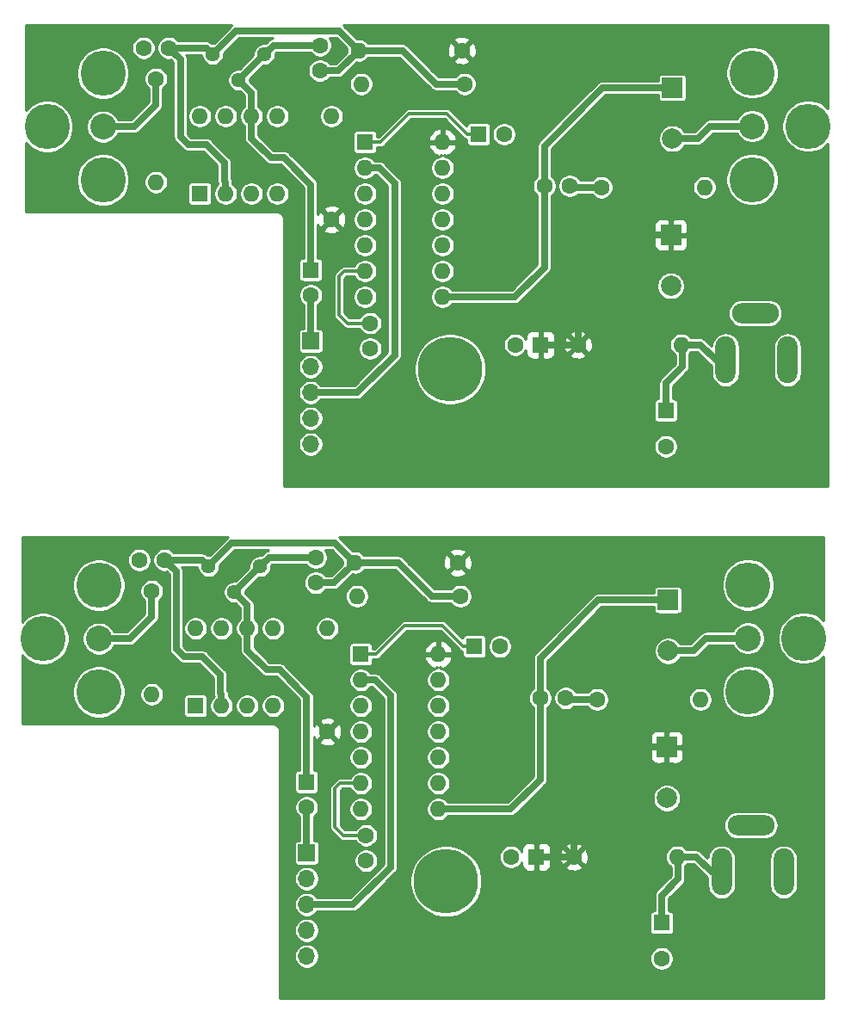
<source format=gtl>
%MOIN*%
%OFA0B0*%
%FSLAX46Y46*%
%IPPOS*%
%LPD*%
%ADD10O,0.18110236220472439X0.07874015748031496*%
%ADD11O,0.07874015748031496X0.18110236220472439*%
%ADD12R,0.062992125984251982X0.062992125984251982*%
%ADD13O,0.062992125984251982X0.062992125984251982*%
%ADD14C,0.062992125984251982*%
%ADD15C,0.25*%
%ADD16C,0.17500000000000002*%
%ADD17C,0.1*%
%ADD18R,0.066929133858267723X0.066929133858267723*%
%ADD19O,0.066929133858267723X0.066929133858267723*%
%ADD20C,0.056692913385826771*%
%ADD21C,0.07874015748031496*%
%ADD22R,0.07874015748031496X0.07874015748031496*%
%ADD23C,0.025*%
%ADD24C,0.012000000000000002*%
%ADD25C,0.01*%
%ADD26C,0.006000000000000001*%
%ADD37O,0.18110236220472439X0.07874015748031496*%
%ADD38O,0.07874015748031496X0.18110236220472439*%
%ADD39R,0.062992125984251982X0.062992125984251982*%
%ADD40O,0.062992125984251982X0.062992125984251982*%
%ADD41C,0.062992125984251982*%
%ADD42C,0.25*%
%ADD43C,0.17500000000000002*%
%ADD44C,0.1*%
%ADD45R,0.066929133858267723X0.066929133858267723*%
%ADD46O,0.066929133858267723X0.066929133858267723*%
%ADD47C,0.056692913385826771*%
%ADD48C,0.07874015748031496*%
%ADD49R,0.07874015748031496X0.07874015748031496*%
%ADD50C,0.025*%
%ADD51C,0.012000000000000002*%
%ADD52C,0.01*%
%ADD53C,0.006000000000000001*%
%LPD*%
G01*
D10*
X-0001275787Y0003646196D02*
X0002846456Y0000692913D03*
D11*
X0002732283Y0000511811D03*
X0002972440Y0000511811D03*
D12*
X0000695000Y0001155708D03*
D13*
X0000994999Y0001455708D03*
X0000794999Y0001155708D03*
X0000894999Y0001455708D03*
X0000894999Y0001155708D03*
X0000794999Y0001455708D03*
X0000994999Y0001155708D03*
X0000695000Y0001455708D03*
X0001205000Y0001455708D03*
D14*
X0001205000Y0001055708D03*
D13*
X0001320000Y0001580708D03*
D14*
X0001720000Y0001580708D03*
X0000525000Y0001600708D03*
D13*
X0000525000Y0001200708D03*
D12*
X0002500000Y0000314960D03*
D14*
X0002500000Y0000177165D03*
D15*
X0001665000Y0000475708D03*
D16*
X0000102999Y0001415708D03*
X0000320000Y0001209208D03*
X0000320000Y0001622208D03*
D17*
X0000320000Y0001415708D03*
D16*
X0003051645Y0001417322D03*
X0002834645Y0001623822D03*
X0002834645Y0001210822D03*
D17*
X0002834645Y0001417322D03*
D18*
X0001124999Y0000585708D03*
D19*
X0001124999Y0000485708D03*
X0001124999Y0000385708D03*
X0001124999Y0000285708D03*
X0001124999Y0000185708D03*
D14*
X0002029999Y0001185708D03*
X0002128425Y0001185708D03*
D12*
X0001334999Y0001355708D03*
D13*
X0001635000Y0000755708D03*
X0001334999Y0001255708D03*
X0001635000Y0000855708D03*
X0001334999Y0001155708D03*
X0001635000Y0000955708D03*
X0001334999Y0001055708D03*
X0001635000Y0001055708D03*
X0001334999Y0000955708D03*
X0001635000Y0001155708D03*
X0001334999Y0000855708D03*
X0001635000Y0001255708D03*
X0001334999Y0000755708D03*
X0001635000Y0001355708D03*
D14*
X0000574999Y0001720708D03*
X0000476574Y0001720708D03*
X0001160000Y0001632283D03*
X0001160000Y0001730708D03*
D20*
X0000945000Y0001695708D03*
X0000845000Y0001595708D03*
X0000745000Y0001695708D03*
D14*
X0001710000Y0001710708D03*
D13*
X0001310000Y0001710708D03*
X0002560000Y0000570866D03*
D14*
X0002160000Y0000570866D03*
X0002250000Y0001180708D03*
D13*
X0002650000Y0001180708D03*
D12*
X0002015000Y0000570708D03*
D14*
X0001916574Y0000570708D03*
X0001124999Y0000762283D03*
D12*
X0001124999Y0000860708D03*
D14*
X0001355000Y0000555708D03*
X0001355000Y0000654133D03*
D12*
X0001774999Y0001385708D03*
D14*
X0001873425Y0001385708D03*
D21*
X0002519999Y0000798858D03*
D22*
X0002519999Y0000995708D03*
X0002525000Y0001565708D03*
D21*
X0002525000Y0001368858D03*
D23*
X0002563779Y0000570866D02*
X0002563779Y0000485039D01*
X0002500000Y0000421259D02*
X0002500000Y0000314960D01*
X0002563779Y0000485039D02*
X0002500000Y0000421259D01*
X0002732283Y0000511811D02*
X0002692913Y0000511811D01*
X0002692913Y0000511811D02*
X0002633858Y0000570866D01*
X0002633858Y0000570866D02*
X0002563779Y0000570866D01*
X0002133425Y0001180708D02*
X0002128425Y0001185708D01*
X0002250000Y0001180708D02*
X0002133425Y0001180708D01*
X0000320000Y0001415708D02*
X0000440000Y0001415708D01*
X0000525000Y0001500708D02*
X0000525000Y0001600708D01*
X0000440000Y0001415708D02*
X0000525000Y0001500708D01*
X0002525000Y0001368858D02*
X0002623149Y0001368858D01*
X0002671614Y0001417322D02*
X0002834645Y0001417322D01*
X0002623149Y0001368858D02*
X0002671614Y0001417322D01*
X0001124999Y0000585708D02*
X0001124999Y0000762283D01*
X0002029999Y0001340708D02*
X0002029999Y0001185708D01*
X0002525000Y0001565708D02*
X0002255000Y0001565708D01*
X0002255000Y0001565708D02*
X0002029999Y0001340708D01*
X0001635000Y0000755708D02*
X0001915000Y0000755708D01*
X0002029999Y0000870708D02*
X0001915000Y0000755708D01*
X0002029999Y0001185708D02*
X0002029999Y0000870708D01*
X0001390000Y0001255708D02*
X0001334999Y0001255708D01*
X0001450000Y0001195708D02*
X0001390000Y0001255708D01*
X0001124999Y0000385708D02*
X0001305000Y0000385708D01*
X0001450000Y0000530708D02*
X0001450000Y0001195708D01*
X0001305000Y0000385708D02*
X0001450000Y0000530708D01*
X0002159842Y0000570708D02*
X0002160000Y0000570866D01*
X0002034999Y0000570708D02*
X0002159842Y0000570708D01*
X0002160000Y0000810708D02*
X0002160000Y0000570866D01*
X0002519999Y0000995708D02*
X0002345000Y0000995708D01*
X0002345000Y0000995708D02*
X0002160000Y0000810708D01*
X0002015157Y0000570866D02*
X0002015000Y0000570708D01*
X0002160000Y0000570866D02*
X0002015157Y0000570866D01*
X0001231574Y0001632283D02*
X0001310000Y0001710708D01*
X0001160000Y0001632283D02*
X0001231574Y0001632283D01*
X0001720000Y0001580708D02*
X0001610000Y0001580708D01*
X0001480000Y0001710708D02*
X0001310000Y0001710708D01*
X0001610000Y0001580708D02*
X0001480000Y0001710708D01*
X0000719999Y0001720708D02*
X0000745000Y0001695708D01*
X0000574999Y0001720708D02*
X0000719999Y0001720708D01*
X0000794999Y0001200250D02*
X0000789999Y0001205250D01*
X0000794999Y0001155708D02*
X0000794999Y0001200250D01*
X0000789999Y0001205250D02*
X0000789999Y0001275708D01*
X0000789999Y0001275708D02*
X0000719999Y0001345708D01*
X0000719999Y0001345708D02*
X0000649999Y0001345708D01*
X0000649999Y0001345708D02*
X0000619999Y0001375708D01*
X0000619999Y0001675708D02*
X0000574999Y0001720708D01*
X0000619999Y0001375708D02*
X0000619999Y0001675708D01*
X0001235000Y0001785708D02*
X0001310000Y0001710708D01*
X0000745000Y0001695708D02*
X0000834999Y0001785708D01*
X0000834999Y0001785708D02*
X0001235000Y0001785708D01*
X0000945000Y0001695708D02*
X0000845000Y0001595708D01*
X0000979999Y0001730708D02*
X0000945000Y0001695708D01*
X0001160000Y0001730708D02*
X0000979999Y0001730708D01*
X0000894999Y0001545708D02*
X0000845000Y0001595708D01*
X0000894999Y0001455708D02*
X0000894999Y0001545708D01*
X0000969999Y0001295708D02*
X0001020000Y0001295708D01*
X0001124999Y0001190708D02*
X0001124999Y0000860708D01*
X0000894999Y0001455708D02*
X0000894999Y0001370708D01*
X0001020000Y0001295708D02*
X0001124999Y0001190708D01*
X0000894999Y0001370708D02*
X0000969999Y0001295708D01*
D24*
X0001334999Y0000855708D02*
X0001254999Y0000855708D01*
X0001254999Y0000855708D02*
X0001235000Y0000835708D01*
X0001235000Y0000835708D02*
X0001235000Y0000685708D01*
X0001266574Y0000654133D02*
X0001235000Y0000685708D01*
X0001355000Y0000654133D02*
X0001266574Y0000654133D01*
X0001731503Y0001385708D02*
X0001651503Y0001465708D01*
X0001774999Y0001385708D02*
X0001731503Y0001385708D01*
X0001394999Y0001355708D02*
X0001505000Y0001465708D01*
X0001334999Y0001355708D02*
X0001394999Y0001355708D01*
X0001651503Y0001465708D02*
X0001505000Y0001465708D01*
D25*
X0000816509Y0001806109D02*
X0000816509Y0001806108D01*
X0000815460Y0001805248D01*
X0000814599Y0001804199D01*
X0000749424Y0001739024D01*
X0000749269Y0001739055D01*
X0000740730Y0001739055D01*
X0000740575Y0001739024D01*
X0000740400Y0001739198D01*
X0000739539Y0001740248D01*
X0000735352Y0001743684D01*
X0000730574Y0001746238D01*
X0000725390Y0001747810D01*
X0000721350Y0001748208D01*
X0000721350Y0001748208D01*
X0000719999Y0001748341D01*
X0000718649Y0001748208D01*
X0000612545Y0001748208D01*
X0000611115Y0001750348D01*
X0000604639Y0001756824D01*
X0000597024Y0001761912D01*
X0000588562Y0001765417D01*
X0000579579Y0001767204D01*
X0000570420Y0001767204D01*
X0000561437Y0001765417D01*
X0000552975Y0001761912D01*
X0000545360Y0001756824D01*
X0000538884Y0001750348D01*
X0000533795Y0001742732D01*
X0000530290Y0001734271D01*
X0000528503Y0001725288D01*
X0000528503Y0001716129D01*
X0000530290Y0001707146D01*
X0000533795Y0001698684D01*
X0000538884Y0001691069D01*
X0000545360Y0001684592D01*
X0000552975Y0001679504D01*
X0000561437Y0001675999D01*
X0000570420Y0001674212D01*
X0000579579Y0001674212D01*
X0000582103Y0001674714D01*
X0000592500Y0001664317D01*
X0000592500Y0001377058D01*
X0000592366Y0001375708D01*
X0000592500Y0001374358D01*
X0000592500Y0001374357D01*
X0000592897Y0001370317D01*
X0000594470Y0001365133D01*
X0000594470Y0001365133D01*
X0000597023Y0001360356D01*
X0000599599Y0001357218D01*
X0000599599Y0001357218D01*
X0000600460Y0001356169D01*
X0000601509Y0001355308D01*
X0000629599Y0001327218D01*
X0000630460Y0001326169D01*
X0000631509Y0001325308D01*
X0000631509Y0001325308D01*
X0000634647Y0001322732D01*
X0000637201Y0001321367D01*
X0000639425Y0001320179D01*
X0000644609Y0001318606D01*
X0000648649Y0001318208D01*
X0000648649Y0001318208D01*
X0000649999Y0001318075D01*
X0000651350Y0001318208D01*
X0000708609Y0001318208D01*
X0000762500Y0001264317D01*
X0000762500Y0001206601D01*
X0000762367Y0001205250D01*
X0000762500Y0001203900D01*
X0000762500Y0001203900D01*
X0000762897Y0001199859D01*
X0000764470Y0001194676D01*
X0000764470Y0001194676D01*
X0000765827Y0001192136D01*
X0000765360Y0001191824D01*
X0000758884Y0001185348D01*
X0000753795Y0001177732D01*
X0000750290Y0001169271D01*
X0000748503Y0001160288D01*
X0000748503Y0001151129D01*
X0000750290Y0001142146D01*
X0000753795Y0001133684D01*
X0000758884Y0001126069D01*
X0000765360Y0001119592D01*
X0000772975Y0001114504D01*
X0000781437Y0001110999D01*
X0000790420Y0001109212D01*
X0000799579Y0001109212D01*
X0000808562Y0001110999D01*
X0000817024Y0001114504D01*
X0000824639Y0001119592D01*
X0000831115Y0001126069D01*
X0000836204Y0001133684D01*
X0000839709Y0001142146D01*
X0000841496Y0001151129D01*
X0000841496Y0001160288D01*
X0000848503Y0001160288D01*
X0000848503Y0001151129D01*
X0000850290Y0001142146D01*
X0000853795Y0001133684D01*
X0000858884Y0001126069D01*
X0000865360Y0001119592D01*
X0000872975Y0001114504D01*
X0000881437Y0001110999D01*
X0000890420Y0001109212D01*
X0000899579Y0001109212D01*
X0000908562Y0001110999D01*
X0000917024Y0001114504D01*
X0000924639Y0001119592D01*
X0000931115Y0001126069D01*
X0000936204Y0001133684D01*
X0000939709Y0001142146D01*
X0000941496Y0001151129D01*
X0000941496Y0001160288D01*
X0000948503Y0001160288D01*
X0000948503Y0001151129D01*
X0000950290Y0001142146D01*
X0000953795Y0001133684D01*
X0000958884Y0001126069D01*
X0000965360Y0001119592D01*
X0000972975Y0001114504D01*
X0000981437Y0001110999D01*
X0000990420Y0001109212D01*
X0000999579Y0001109212D01*
X0001008562Y0001110999D01*
X0001017024Y0001114504D01*
X0001024639Y0001119592D01*
X0001031115Y0001126069D01*
X0001036204Y0001133684D01*
X0001039709Y0001142146D01*
X0001041496Y0001151129D01*
X0001041496Y0001160288D01*
X0001039709Y0001169271D01*
X0001036204Y0001177732D01*
X0001031115Y0001185348D01*
X0001024639Y0001191824D01*
X0001017024Y0001196912D01*
X0001008562Y0001200417D01*
X0000999579Y0001202204D01*
X0000990420Y0001202204D01*
X0000981437Y0001200417D01*
X0000972975Y0001196912D01*
X0000965360Y0001191824D01*
X0000958884Y0001185348D01*
X0000953795Y0001177732D01*
X0000950290Y0001169271D01*
X0000948503Y0001160288D01*
X0000941496Y0001160288D01*
X0000939709Y0001169271D01*
X0000936204Y0001177732D01*
X0000931115Y0001185348D01*
X0000924639Y0001191824D01*
X0000917024Y0001196912D01*
X0000908562Y0001200417D01*
X0000899579Y0001202204D01*
X0000890420Y0001202204D01*
X0000881437Y0001200417D01*
X0000872975Y0001196912D01*
X0000865360Y0001191824D01*
X0000858884Y0001185348D01*
X0000853795Y0001177732D01*
X0000850290Y0001169271D01*
X0000848503Y0001160288D01*
X0000841496Y0001160288D01*
X0000839709Y0001169271D01*
X0000836204Y0001177732D01*
X0000831115Y0001185348D01*
X0000824639Y0001191824D01*
X0000822500Y0001193254D01*
X0000822500Y0001198900D01*
X0000822632Y0001200250D01*
X0000822500Y0001201601D01*
X0000822500Y0001201601D01*
X0000822102Y0001205641D01*
X0000820529Y0001210825D01*
X0000817975Y0001215602D01*
X0000817500Y0001216182D01*
X0000817500Y0001274358D01*
X0000817632Y0001275708D01*
X0000817500Y0001277058D01*
X0000817500Y0001277059D01*
X0000817102Y0001281099D01*
X0000815529Y0001286283D01*
X0000813373Y0001290317D01*
X0000812976Y0001291060D01*
X0000810400Y0001294198D01*
X0000810400Y0001294199D01*
X0000809539Y0001295248D01*
X0000808490Y0001296109D01*
X0000740400Y0001364198D01*
X0000739539Y0001365248D01*
X0000735352Y0001368684D01*
X0000730574Y0001371238D01*
X0000725390Y0001372810D01*
X0000721350Y0001373208D01*
X0000721350Y0001373208D01*
X0000719999Y0001373341D01*
X0000718649Y0001373208D01*
X0000661390Y0001373208D01*
X0000647500Y0001387099D01*
X0000647500Y0001460288D01*
X0000648503Y0001460288D01*
X0000648503Y0001451129D01*
X0000650290Y0001442146D01*
X0000653795Y0001433684D01*
X0000658884Y0001426069D01*
X0000665360Y0001419592D01*
X0000672975Y0001414504D01*
X0000681437Y0001410999D01*
X0000690420Y0001409212D01*
X0000699579Y0001409212D01*
X0000708562Y0001410999D01*
X0000717024Y0001414504D01*
X0000724639Y0001419592D01*
X0000731115Y0001426069D01*
X0000736204Y0001433684D01*
X0000739709Y0001442146D01*
X0000741496Y0001451129D01*
X0000741496Y0001460288D01*
X0000748503Y0001460288D01*
X0000748503Y0001451129D01*
X0000750290Y0001442146D01*
X0000753795Y0001433684D01*
X0000758884Y0001426069D01*
X0000765360Y0001419592D01*
X0000772975Y0001414504D01*
X0000781437Y0001410999D01*
X0000790420Y0001409212D01*
X0000799579Y0001409212D01*
X0000808562Y0001410999D01*
X0000817024Y0001414504D01*
X0000824639Y0001419592D01*
X0000831115Y0001426069D01*
X0000836204Y0001433684D01*
X0000839709Y0001442146D01*
X0000841496Y0001451129D01*
X0000841496Y0001460288D01*
X0000839709Y0001469271D01*
X0000836204Y0001477732D01*
X0000831115Y0001485348D01*
X0000824639Y0001491824D01*
X0000817024Y0001496912D01*
X0000808562Y0001500417D01*
X0000799579Y0001502204D01*
X0000790420Y0001502204D01*
X0000781437Y0001500417D01*
X0000772975Y0001496912D01*
X0000765360Y0001491824D01*
X0000758884Y0001485348D01*
X0000753795Y0001477732D01*
X0000750290Y0001469271D01*
X0000748503Y0001460288D01*
X0000741496Y0001460288D01*
X0000739709Y0001469271D01*
X0000736204Y0001477732D01*
X0000731115Y0001485348D01*
X0000724639Y0001491824D01*
X0000717024Y0001496912D01*
X0000708562Y0001500417D01*
X0000699579Y0001502204D01*
X0000690420Y0001502204D01*
X0000681437Y0001500417D01*
X0000672975Y0001496912D01*
X0000665360Y0001491824D01*
X0000658884Y0001485348D01*
X0000653795Y0001477732D01*
X0000650290Y0001469271D01*
X0000648503Y0001460288D01*
X0000647500Y0001460288D01*
X0000647500Y0001674358D01*
X0000647632Y0001675708D01*
X0000647500Y0001677059D01*
X0000647500Y0001677059D01*
X0000647102Y0001681099D01*
X0000645529Y0001686283D01*
X0000645443Y0001686445D01*
X0000642975Y0001691060D01*
X0000641213Y0001693208D01*
X0000701653Y0001693208D01*
X0000701653Y0001691439D01*
X0000703319Y0001683064D01*
X0000706586Y0001675176D01*
X0000711330Y0001668076D01*
X0000717368Y0001662039D01*
X0000724467Y0001657295D01*
X0000732356Y0001654027D01*
X0000740730Y0001652362D01*
X0000749269Y0001652362D01*
X0000757643Y0001654027D01*
X0000765532Y0001657295D01*
X0000772631Y0001662039D01*
X0000778669Y0001668076D01*
X0000783413Y0001675176D01*
X0000786680Y0001683064D01*
X0000788346Y0001691439D01*
X0000788346Y0001699977D01*
X0000788315Y0001700133D01*
X0000846390Y0001758208D01*
X0000978649Y0001758208D01*
X0000974609Y0001757810D01*
X0000969425Y0001756238D01*
X0000967890Y0001755417D01*
X0000964647Y0001753684D01*
X0000961509Y0001751109D01*
X0000961509Y0001751109D01*
X0000960460Y0001750248D01*
X0000959599Y0001749199D01*
X0000949424Y0001739024D01*
X0000949269Y0001739055D01*
X0000940730Y0001739055D01*
X0000932356Y0001737389D01*
X0000924467Y0001734121D01*
X0000917368Y0001729378D01*
X0000911330Y0001723340D01*
X0000906586Y0001716240D01*
X0000903319Y0001708352D01*
X0000901653Y0001699977D01*
X0000901653Y0001691439D01*
X0000901684Y0001691283D01*
X0000849424Y0001639024D01*
X0000849269Y0001639055D01*
X0000840730Y0001639055D01*
X0000832356Y0001637389D01*
X0000824467Y0001634121D01*
X0000817368Y0001629378D01*
X0000811330Y0001623340D01*
X0000806586Y0001616240D01*
X0000803319Y0001608352D01*
X0000801653Y0001599977D01*
X0000801653Y0001591439D01*
X0000803319Y0001583064D01*
X0000806586Y0001575176D01*
X0000811330Y0001568076D01*
X0000817368Y0001562039D01*
X0000824467Y0001557295D01*
X0000832356Y0001554027D01*
X0000840730Y0001552362D01*
X0000849269Y0001552362D01*
X0000849424Y0001552393D01*
X0000867500Y0001534317D01*
X0000867500Y0001493254D01*
X0000865360Y0001491824D01*
X0000858884Y0001485348D01*
X0000853795Y0001477732D01*
X0000850290Y0001469271D01*
X0000848503Y0001460288D01*
X0000848503Y0001451129D01*
X0000850290Y0001442146D01*
X0000853795Y0001433684D01*
X0000858884Y0001426069D01*
X0000865360Y0001419592D01*
X0000867500Y0001418163D01*
X0000867500Y0001372059D01*
X0000867366Y0001370708D01*
X0000867500Y0001369357D01*
X0000867500Y0001369357D01*
X0000867897Y0001365317D01*
X0000868459Y0001363467D01*
X0000869470Y0001360133D01*
X0000872023Y0001355356D01*
X0000874599Y0001352218D01*
X0000874599Y0001352218D01*
X0000875460Y0001351169D01*
X0000876509Y0001350308D01*
X0000949599Y0001277218D01*
X0000950460Y0001276169D01*
X0000951509Y0001275308D01*
X0000951509Y0001275308D01*
X0000954647Y0001272732D01*
X0000957201Y0001271367D01*
X0000959425Y0001270179D01*
X0000964609Y0001268606D01*
X0000968649Y0001268208D01*
X0000968649Y0001268208D01*
X0000969999Y0001268075D01*
X0000971350Y0001268208D01*
X0001008609Y0001268208D01*
X0001097500Y0001179317D01*
X0001097500Y0000907277D01*
X0001093503Y0000907277D01*
X0001090563Y0000906987D01*
X0001087735Y0000906129D01*
X0001085130Y0000904737D01*
X0001082846Y0000902862D01*
X0001080971Y0000900578D01*
X0001079578Y0000897972D01*
X0001078720Y0000895145D01*
X0001078431Y0000892204D01*
X0001078431Y0000829212D01*
X0001078720Y0000826272D01*
X0001079578Y0000823444D01*
X0001080971Y0000820838D01*
X0001082846Y0000818554D01*
X0001085130Y0000816680D01*
X0001087735Y0000815287D01*
X0001090563Y0000814429D01*
X0001093503Y0000814140D01*
X0001156496Y0000814140D01*
X0001159436Y0000814429D01*
X0001162264Y0000815287D01*
X0001164869Y0000816680D01*
X0001167153Y0000818554D01*
X0001169028Y0000820838D01*
X0001170421Y0000823444D01*
X0001171279Y0000826272D01*
X0001171568Y0000829212D01*
X0001171568Y0000835708D01*
X0001213898Y0000835708D01*
X0001214000Y0000834677D01*
X0001214000Y0000686740D01*
X0001213898Y0000685708D01*
X0001214303Y0000681591D01*
X0001215504Y0000677633D01*
X0001217202Y0000674456D01*
X0001217454Y0000673985D01*
X0001218530Y0000672674D01*
X0001219421Y0000671588D01*
X0001219421Y0000671588D01*
X0001220078Y0000670787D01*
X0001220879Y0000670130D01*
X0001250996Y0000640013D01*
X0001251653Y0000639212D01*
X0001252454Y0000638555D01*
X0001252454Y0000638555D01*
X0001254851Y0000636588D01*
X0001258499Y0000634638D01*
X0001262458Y0000633437D01*
X0001265543Y0000633133D01*
X0001265543Y0000633133D01*
X0001266574Y0000633032D01*
X0001267605Y0000633133D01*
X0001313371Y0000633133D01*
X0001313795Y0000632109D01*
X0001318884Y0000624494D01*
X0001325360Y0000618018D01*
X0001332975Y0000612929D01*
X0001341437Y0000609424D01*
X0001350420Y0000607637D01*
X0001359579Y0000607637D01*
X0001368562Y0000609424D01*
X0001377024Y0000612929D01*
X0001384639Y0000618018D01*
X0001391115Y0000624494D01*
X0001396204Y0000632109D01*
X0001399709Y0000640571D01*
X0001401496Y0000649554D01*
X0001401496Y0000658713D01*
X0001399709Y0000667696D01*
X0001396204Y0000676157D01*
X0001391115Y0000683773D01*
X0001384639Y0000690249D01*
X0001377024Y0000695338D01*
X0001368562Y0000698843D01*
X0001359579Y0000700629D01*
X0001350420Y0000700629D01*
X0001341437Y0000698843D01*
X0001332975Y0000695338D01*
X0001325360Y0000690249D01*
X0001318884Y0000683773D01*
X0001313795Y0000676157D01*
X0001313371Y0000675133D01*
X0001275273Y0000675133D01*
X0001256000Y0000694407D01*
X0001256000Y0000760288D01*
X0001288503Y0000760288D01*
X0001288503Y0000751129D01*
X0001290290Y0000742146D01*
X0001293795Y0000733684D01*
X0001298884Y0000726069D01*
X0001305360Y0000719592D01*
X0001312975Y0000714504D01*
X0001321437Y0000710999D01*
X0001330420Y0000709212D01*
X0001339579Y0000709212D01*
X0001348562Y0000710999D01*
X0001357024Y0000714504D01*
X0001364639Y0000719592D01*
X0001371115Y0000726069D01*
X0001376204Y0000733684D01*
X0001379709Y0000742146D01*
X0001381496Y0000751129D01*
X0001381496Y0000760288D01*
X0001379709Y0000769271D01*
X0001376204Y0000777732D01*
X0001371115Y0000785348D01*
X0001364639Y0000791824D01*
X0001357024Y0000796912D01*
X0001348562Y0000800417D01*
X0001339579Y0000802204D01*
X0001330420Y0000802204D01*
X0001321437Y0000800417D01*
X0001312975Y0000796912D01*
X0001305360Y0000791824D01*
X0001298884Y0000785348D01*
X0001293795Y0000777732D01*
X0001290290Y0000769271D01*
X0001288503Y0000760288D01*
X0001256000Y0000760288D01*
X0001256000Y0000827010D01*
X0001263698Y0000834708D01*
X0001293371Y0000834708D01*
X0001293795Y0000833684D01*
X0001298884Y0000826069D01*
X0001305360Y0000819592D01*
X0001312975Y0000814504D01*
X0001321437Y0000810999D01*
X0001330420Y0000809212D01*
X0001339579Y0000809212D01*
X0001348562Y0000810999D01*
X0001357024Y0000814504D01*
X0001364639Y0000819592D01*
X0001371115Y0000826069D01*
X0001376204Y0000833684D01*
X0001379709Y0000842146D01*
X0001381496Y0000851129D01*
X0001381496Y0000860288D01*
X0001379709Y0000869271D01*
X0001376204Y0000877732D01*
X0001371115Y0000885348D01*
X0001364639Y0000891824D01*
X0001357024Y0000896912D01*
X0001348562Y0000900417D01*
X0001339579Y0000902204D01*
X0001330420Y0000902204D01*
X0001321437Y0000900417D01*
X0001312975Y0000896912D01*
X0001305360Y0000891824D01*
X0001298884Y0000885348D01*
X0001293795Y0000877732D01*
X0001293371Y0000876708D01*
X0001256030Y0000876708D01*
X0001254999Y0000876810D01*
X0001253968Y0000876708D01*
X0001253968Y0000876708D01*
X0001250883Y0000876404D01*
X0001246924Y0000875203D01*
X0001243276Y0000873253D01*
X0001240078Y0000870629D01*
X0001239421Y0000869828D01*
X0001220880Y0000851287D01*
X0001220078Y0000850629D01*
X0001217454Y0000847432D01*
X0001215504Y0000843783D01*
X0001214303Y0000839825D01*
X0001214000Y0000836739D01*
X0001214000Y0000836739D01*
X0001213898Y0000835708D01*
X0001171568Y0000835708D01*
X0001171568Y0000892204D01*
X0001171279Y0000895145D01*
X0001170421Y0000897972D01*
X0001169028Y0000900578D01*
X0001167153Y0000902862D01*
X0001164869Y0000904737D01*
X0001162264Y0000906129D01*
X0001159436Y0000906987D01*
X0001156496Y0000907277D01*
X0001152500Y0000907277D01*
X0001152500Y0000960288D01*
X0001288503Y0000960288D01*
X0001288503Y0000951129D01*
X0001290290Y0000942146D01*
X0001293795Y0000933684D01*
X0001298884Y0000926069D01*
X0001305360Y0000919592D01*
X0001312975Y0000914504D01*
X0001321437Y0000910999D01*
X0001330420Y0000909212D01*
X0001339579Y0000909212D01*
X0001348562Y0000910999D01*
X0001357024Y0000914504D01*
X0001364639Y0000919592D01*
X0001371115Y0000926069D01*
X0001376204Y0000933684D01*
X0001379709Y0000942146D01*
X0001381496Y0000951129D01*
X0001381496Y0000960288D01*
X0001379709Y0000969271D01*
X0001376204Y0000977732D01*
X0001371115Y0000985348D01*
X0001364639Y0000991824D01*
X0001357024Y0000996912D01*
X0001348562Y0001000417D01*
X0001339579Y0001002204D01*
X0001330420Y0001002204D01*
X0001321437Y0001000417D01*
X0001312975Y0000996912D01*
X0001305360Y0000991824D01*
X0001298884Y0000985348D01*
X0001293795Y0000977732D01*
X0001290290Y0000969271D01*
X0001288503Y0000960288D01*
X0001152500Y0000960288D01*
X0001152500Y0001016625D01*
X0001172988Y0001016625D01*
X0001175806Y0001007020D01*
X0001185865Y0001002260D01*
X0001196660Y0000999555D01*
X0001207776Y0000999007D01*
X0001218784Y0001000638D01*
X0001229263Y0001004385D01*
X0001234193Y0001007020D01*
X0001237011Y0001016625D01*
X0001205000Y0001048637D01*
X0001172988Y0001016625D01*
X0001152500Y0001016625D01*
X0001152500Y0001034736D01*
X0001153677Y0001031445D01*
X0001156312Y0001026515D01*
X0001165917Y0001023696D01*
X0001197928Y0001055708D01*
X0001212071Y0001055708D01*
X0001244082Y0001023696D01*
X0001253687Y0001026515D01*
X0001258447Y0001036574D01*
X0001261153Y0001047369D01*
X0001261701Y0001058484D01*
X0001261434Y0001060288D01*
X0001288503Y0001060288D01*
X0001288503Y0001051129D01*
X0001290290Y0001042146D01*
X0001293795Y0001033684D01*
X0001298884Y0001026069D01*
X0001305360Y0001019592D01*
X0001312975Y0001014504D01*
X0001321437Y0001010999D01*
X0001330420Y0001009212D01*
X0001339579Y0001009212D01*
X0001348562Y0001010999D01*
X0001357024Y0001014504D01*
X0001364639Y0001019592D01*
X0001371115Y0001026069D01*
X0001376204Y0001033684D01*
X0001379709Y0001042146D01*
X0001381496Y0001051129D01*
X0001381496Y0001060288D01*
X0001379709Y0001069271D01*
X0001376204Y0001077732D01*
X0001371115Y0001085348D01*
X0001364639Y0001091824D01*
X0001357024Y0001096912D01*
X0001348562Y0001100417D01*
X0001339579Y0001102204D01*
X0001330420Y0001102204D01*
X0001321437Y0001100417D01*
X0001312975Y0001096912D01*
X0001305360Y0001091824D01*
X0001298884Y0001085348D01*
X0001293795Y0001077732D01*
X0001290290Y0001069271D01*
X0001288503Y0001060288D01*
X0001261434Y0001060288D01*
X0001260070Y0001069493D01*
X0001256322Y0001079972D01*
X0001253687Y0001084902D01*
X0001244082Y0001087720D01*
X0001212071Y0001055708D01*
X0001197928Y0001055708D01*
X0001165917Y0001087720D01*
X0001156312Y0001084902D01*
X0001152500Y0001076845D01*
X0001152500Y0001094791D01*
X0001172988Y0001094791D01*
X0001205000Y0001062779D01*
X0001237011Y0001094791D01*
X0001234193Y0001104396D01*
X0001224134Y0001109156D01*
X0001213339Y0001111862D01*
X0001202223Y0001112410D01*
X0001191215Y0001110778D01*
X0001180736Y0001107031D01*
X0001175806Y0001104396D01*
X0001172988Y0001094791D01*
X0001152500Y0001094791D01*
X0001152500Y0001160288D01*
X0001288503Y0001160288D01*
X0001288503Y0001151129D01*
X0001290290Y0001142146D01*
X0001293795Y0001133684D01*
X0001298884Y0001126069D01*
X0001305360Y0001119592D01*
X0001312975Y0001114504D01*
X0001321437Y0001110999D01*
X0001330420Y0001109212D01*
X0001339579Y0001109212D01*
X0001348562Y0001110999D01*
X0001357024Y0001114504D01*
X0001364639Y0001119592D01*
X0001371115Y0001126069D01*
X0001376204Y0001133684D01*
X0001379709Y0001142146D01*
X0001381496Y0001151129D01*
X0001381496Y0001160288D01*
X0001379709Y0001169271D01*
X0001376204Y0001177732D01*
X0001371115Y0001185348D01*
X0001364639Y0001191824D01*
X0001357024Y0001196912D01*
X0001348562Y0001200417D01*
X0001339579Y0001202204D01*
X0001330420Y0001202204D01*
X0001321437Y0001200417D01*
X0001312975Y0001196912D01*
X0001305360Y0001191824D01*
X0001298884Y0001185348D01*
X0001293795Y0001177732D01*
X0001290290Y0001169271D01*
X0001288503Y0001160288D01*
X0001152500Y0001160288D01*
X0001152500Y0001189358D01*
X0001152632Y0001190708D01*
X0001152500Y0001192058D01*
X0001152500Y0001192059D01*
X0001152102Y0001196099D01*
X0001150529Y0001201283D01*
X0001147976Y0001206060D01*
X0001147936Y0001206109D01*
X0001145400Y0001209198D01*
X0001145400Y0001209199D01*
X0001144539Y0001210248D01*
X0001143490Y0001211108D01*
X0001040400Y0001314198D01*
X0001039539Y0001315248D01*
X0001035352Y0001318684D01*
X0001030574Y0001321238D01*
X0001025390Y0001322810D01*
X0001021350Y0001323208D01*
X0001021350Y0001323208D01*
X0001020000Y0001323341D01*
X0001018649Y0001323208D01*
X0000981390Y0001323208D01*
X0000922500Y0001382099D01*
X0000922500Y0001387204D01*
X0001288431Y0001387204D01*
X0001288431Y0001324212D01*
X0001288720Y0001321272D01*
X0001289578Y0001318444D01*
X0001290971Y0001315838D01*
X0001292846Y0001313554D01*
X0001295130Y0001311680D01*
X0001297735Y0001310287D01*
X0001300563Y0001309429D01*
X0001303503Y0001309140D01*
X0001366496Y0001309140D01*
X0001369436Y0001309429D01*
X0001372264Y0001310287D01*
X0001374869Y0001311680D01*
X0001377153Y0001313554D01*
X0001379028Y0001315838D01*
X0001380421Y0001318444D01*
X0001381278Y0001321272D01*
X0001381568Y0001324212D01*
X0001381568Y0001334708D01*
X0001393969Y0001334708D01*
X0001394999Y0001334607D01*
X0001396030Y0001334708D01*
X0001396031Y0001334708D01*
X0001399116Y0001335012D01*
X0001403075Y0001336213D01*
X0001406723Y0001338163D01*
X0001409921Y0001340787D01*
X0001410578Y0001341588D01*
X0001410956Y0001341966D01*
X0001580200Y0001341966D01*
X0001581801Y0001336689D01*
X0001586533Y0001326676D01*
X0001593129Y0001317778D01*
X0001601333Y0001310339D01*
X0001610831Y0001304642D01*
X0001621258Y0001300909D01*
X0001629999Y0001305684D01*
X0001629999Y0001302121D01*
X0001621437Y0001300417D01*
X0001612975Y0001296912D01*
X0001605360Y0001291824D01*
X0001598884Y0001285348D01*
X0001593795Y0001277732D01*
X0001590290Y0001269271D01*
X0001588503Y0001260288D01*
X0001588503Y0001251129D01*
X0001590290Y0001242146D01*
X0001593795Y0001233684D01*
X0001598884Y0001226069D01*
X0001605360Y0001219592D01*
X0001612975Y0001214504D01*
X0001621437Y0001210999D01*
X0001630420Y0001209212D01*
X0001639579Y0001209212D01*
X0001648562Y0001210999D01*
X0001657024Y0001214504D01*
X0001664639Y0001219592D01*
X0001671115Y0001226069D01*
X0001676204Y0001233684D01*
X0001679709Y0001242146D01*
X0001681496Y0001251129D01*
X0001681496Y0001260288D01*
X0001679709Y0001269271D01*
X0001676204Y0001277732D01*
X0001671115Y0001285348D01*
X0001664639Y0001291824D01*
X0001657024Y0001296912D01*
X0001648562Y0001300417D01*
X0001640000Y0001302121D01*
X0001640000Y0001305684D01*
X0001648741Y0001300909D01*
X0001659168Y0001304642D01*
X0001668666Y0001310339D01*
X0001676870Y0001317778D01*
X0001683466Y0001326676D01*
X0001688198Y0001336689D01*
X0001689799Y0001341966D01*
X0001684996Y0001350708D01*
X0001640000Y0001350708D01*
X0001640000Y0001349921D01*
X0001630000Y0001349921D01*
X0001630000Y0001350708D01*
X0001585003Y0001350708D01*
X0001580200Y0001341966D01*
X0001410956Y0001341966D01*
X0001438440Y0001369450D01*
X0001580200Y0001369450D01*
X0001585003Y0001360708D01*
X0001630000Y0001360708D01*
X0001630000Y0001405733D01*
X0001640000Y0001405733D01*
X0001640000Y0001360708D01*
X0001684996Y0001360708D01*
X0001689799Y0001369450D01*
X0001688198Y0001374727D01*
X0001683466Y0001384740D01*
X0001676870Y0001393638D01*
X0001668666Y0001401078D01*
X0001659168Y0001406774D01*
X0001648741Y0001410508D01*
X0001640000Y0001405733D01*
X0001630000Y0001405733D01*
X0001621258Y0001410508D01*
X0001610831Y0001406774D01*
X0001601333Y0001401078D01*
X0001593129Y0001393638D01*
X0001586533Y0001384740D01*
X0001581801Y0001374727D01*
X0001580200Y0001369450D01*
X0001438440Y0001369450D01*
X0001513698Y0001444708D01*
X0001642805Y0001444708D01*
X0001715925Y0001371588D01*
X0001716582Y0001370787D01*
X0001719780Y0001368163D01*
X0001723428Y0001366213D01*
X0001727387Y0001365012D01*
X0001728431Y0001364909D01*
X0001728431Y0001354212D01*
X0001728720Y0001351272D01*
X0001729578Y0001348444D01*
X0001730971Y0001345838D01*
X0001732846Y0001343554D01*
X0001735130Y0001341680D01*
X0001737735Y0001340287D01*
X0001740563Y0001339429D01*
X0001743503Y0001339140D01*
X0001806496Y0001339140D01*
X0001809436Y0001339429D01*
X0001812264Y0001340287D01*
X0001814869Y0001341680D01*
X0001817153Y0001343554D01*
X0001819028Y0001345838D01*
X0001820421Y0001348444D01*
X0001821279Y0001351272D01*
X0001821568Y0001354212D01*
X0001821568Y0001390288D01*
X0001826929Y0001390288D01*
X0001826929Y0001381129D01*
X0001828715Y0001372146D01*
X0001832220Y0001363684D01*
X0001837309Y0001356069D01*
X0001843785Y0001349592D01*
X0001851401Y0001344504D01*
X0001859862Y0001340999D01*
X0001868845Y0001339212D01*
X0001878004Y0001339212D01*
X0001886987Y0001340999D01*
X0001895449Y0001344504D01*
X0001903064Y0001349592D01*
X0001909541Y0001356069D01*
X0001914629Y0001363684D01*
X0001918134Y0001372146D01*
X0001919921Y0001381129D01*
X0001919921Y0001390288D01*
X0001918134Y0001399271D01*
X0001914629Y0001407732D01*
X0001909541Y0001415348D01*
X0001903064Y0001421824D01*
X0001895449Y0001426912D01*
X0001886987Y0001430417D01*
X0001878004Y0001432204D01*
X0001868845Y0001432204D01*
X0001859862Y0001430417D01*
X0001851401Y0001426912D01*
X0001843785Y0001421824D01*
X0001837309Y0001415348D01*
X0001832220Y0001407732D01*
X0001828715Y0001399271D01*
X0001826929Y0001390288D01*
X0001821568Y0001390288D01*
X0001821568Y0001417204D01*
X0001821279Y0001420145D01*
X0001820421Y0001422972D01*
X0001819028Y0001425578D01*
X0001817153Y0001427862D01*
X0001814869Y0001429737D01*
X0001812264Y0001431129D01*
X0001809436Y0001431987D01*
X0001806496Y0001432277D01*
X0001743503Y0001432277D01*
X0001740563Y0001431987D01*
X0001737735Y0001431129D01*
X0001735130Y0001429737D01*
X0001732846Y0001427862D01*
X0001730971Y0001425578D01*
X0001729578Y0001422972D01*
X0001728720Y0001420145D01*
X0001728545Y0001418365D01*
X0001667082Y0001479828D01*
X0001666425Y0001480629D01*
X0001663227Y0001483253D01*
X0001659579Y0001485203D01*
X0001655620Y0001486404D01*
X0001652535Y0001486708D01*
X0001652534Y0001486708D01*
X0001651503Y0001486810D01*
X0001650472Y0001486708D01*
X0001506031Y0001486708D01*
X0001505000Y0001486810D01*
X0001503968Y0001486708D01*
X0001503968Y0001486708D01*
X0001500883Y0001486404D01*
X0001496924Y0001485203D01*
X0001493276Y0001483253D01*
X0001490078Y0001480629D01*
X0001489421Y0001479828D01*
X0001386301Y0001376708D01*
X0001381568Y0001376708D01*
X0001381568Y0001387204D01*
X0001381278Y0001390145D01*
X0001380421Y0001392972D01*
X0001379028Y0001395578D01*
X0001377153Y0001397862D01*
X0001374869Y0001399737D01*
X0001372264Y0001401129D01*
X0001369436Y0001401987D01*
X0001366496Y0001402277D01*
X0001303503Y0001402277D01*
X0001300563Y0001401987D01*
X0001297735Y0001401129D01*
X0001295130Y0001399737D01*
X0001292846Y0001397862D01*
X0001290971Y0001395578D01*
X0001289578Y0001392972D01*
X0001288720Y0001390145D01*
X0001288431Y0001387204D01*
X0000922500Y0001387204D01*
X0000922500Y0001418163D01*
X0000924639Y0001419592D01*
X0000931115Y0001426069D01*
X0000936204Y0001433684D01*
X0000939709Y0001442146D01*
X0000941496Y0001451129D01*
X0000941496Y0001460288D01*
X0000948503Y0001460288D01*
X0000948503Y0001451129D01*
X0000950290Y0001442146D01*
X0000953795Y0001433684D01*
X0000958884Y0001426069D01*
X0000965360Y0001419592D01*
X0000972975Y0001414504D01*
X0000981437Y0001410999D01*
X0000990420Y0001409212D01*
X0000999579Y0001409212D01*
X0001008562Y0001410999D01*
X0001017024Y0001414504D01*
X0001024639Y0001419592D01*
X0001031115Y0001426069D01*
X0001036204Y0001433684D01*
X0001039709Y0001442146D01*
X0001041496Y0001451129D01*
X0001041496Y0001460288D01*
X0001158503Y0001460288D01*
X0001158503Y0001451129D01*
X0001160290Y0001442146D01*
X0001163795Y0001433684D01*
X0001168884Y0001426069D01*
X0001175360Y0001419592D01*
X0001182975Y0001414504D01*
X0001191437Y0001410999D01*
X0001200420Y0001409212D01*
X0001209579Y0001409212D01*
X0001218562Y0001410999D01*
X0001227024Y0001414504D01*
X0001234639Y0001419592D01*
X0001241115Y0001426069D01*
X0001246204Y0001433684D01*
X0001249709Y0001442146D01*
X0001251496Y0001451129D01*
X0001251496Y0001460288D01*
X0001249709Y0001469271D01*
X0001246204Y0001477732D01*
X0001241115Y0001485348D01*
X0001234639Y0001491824D01*
X0001227024Y0001496912D01*
X0001218562Y0001500417D01*
X0001209579Y0001502204D01*
X0001200420Y0001502204D01*
X0001191437Y0001500417D01*
X0001182975Y0001496912D01*
X0001175360Y0001491824D01*
X0001168884Y0001485348D01*
X0001163795Y0001477732D01*
X0001160290Y0001469271D01*
X0001158503Y0001460288D01*
X0001041496Y0001460288D01*
X0001039709Y0001469271D01*
X0001036204Y0001477732D01*
X0001031115Y0001485348D01*
X0001024639Y0001491824D01*
X0001017024Y0001496912D01*
X0001008562Y0001500417D01*
X0000999579Y0001502204D01*
X0000990420Y0001502204D01*
X0000981437Y0001500417D01*
X0000972975Y0001496912D01*
X0000965360Y0001491824D01*
X0000958884Y0001485348D01*
X0000953795Y0001477732D01*
X0000950290Y0001469271D01*
X0000948503Y0001460288D01*
X0000941496Y0001460288D01*
X0000939709Y0001469271D01*
X0000936204Y0001477732D01*
X0000931115Y0001485348D01*
X0000924639Y0001491824D01*
X0000922500Y0001493254D01*
X0000922500Y0001544358D01*
X0000922632Y0001545708D01*
X0000922500Y0001547059D01*
X0000922500Y0001547059D01*
X0000922102Y0001551099D01*
X0000920529Y0001556283D01*
X0000919754Y0001557732D01*
X0000917975Y0001561060D01*
X0000915400Y0001564199D01*
X0000915400Y0001564199D01*
X0000914539Y0001565248D01*
X0000913490Y0001566108D01*
X0000894311Y0001585288D01*
X0001273503Y0001585288D01*
X0001273503Y0001576129D01*
X0001275290Y0001567146D01*
X0001278795Y0001558684D01*
X0001283884Y0001551069D01*
X0001290360Y0001544592D01*
X0001297975Y0001539504D01*
X0001306437Y0001535999D01*
X0001315420Y0001534212D01*
X0001324579Y0001534212D01*
X0001333562Y0001535999D01*
X0001342024Y0001539504D01*
X0001349639Y0001544592D01*
X0001356115Y0001551069D01*
X0001361204Y0001558684D01*
X0001364709Y0001567146D01*
X0001366496Y0001576129D01*
X0001366496Y0001585288D01*
X0001364709Y0001594271D01*
X0001361204Y0001602732D01*
X0001356115Y0001610348D01*
X0001349639Y0001616824D01*
X0001342024Y0001621912D01*
X0001333562Y0001625417D01*
X0001324579Y0001627204D01*
X0001315420Y0001627204D01*
X0001306437Y0001625417D01*
X0001297975Y0001621912D01*
X0001290360Y0001616824D01*
X0001283884Y0001610348D01*
X0001278795Y0001602732D01*
X0001275290Y0001594271D01*
X0001273503Y0001585288D01*
X0000894311Y0001585288D01*
X0000888315Y0001591283D01*
X0000888346Y0001591439D01*
X0000888346Y0001599977D01*
X0000888315Y0001600133D01*
X0000940575Y0001652393D01*
X0000940730Y0001652362D01*
X0000949269Y0001652362D01*
X0000957643Y0001654027D01*
X0000965532Y0001657295D01*
X0000972631Y0001662039D01*
X0000978669Y0001668076D01*
X0000983413Y0001675176D01*
X0000986680Y0001683064D01*
X0000988346Y0001691439D01*
X0000988346Y0001699977D01*
X0000988315Y0001700133D01*
X0000991390Y0001703208D01*
X0001122454Y0001703208D01*
X0001123884Y0001701069D01*
X0001130360Y0001694592D01*
X0001137975Y0001689504D01*
X0001146437Y0001685999D01*
X0001155420Y0001684212D01*
X0001164579Y0001684212D01*
X0001173562Y0001685999D01*
X0001182024Y0001689504D01*
X0001189639Y0001694592D01*
X0001196115Y0001701069D01*
X0001201204Y0001708684D01*
X0001204709Y0001717146D01*
X0001206496Y0001726129D01*
X0001206496Y0001735288D01*
X0001204709Y0001744271D01*
X0001201204Y0001752732D01*
X0001197545Y0001758208D01*
X0001223609Y0001758208D01*
X0001264005Y0001717811D01*
X0001263503Y0001715288D01*
X0001263503Y0001706129D01*
X0001264005Y0001703605D01*
X0001220183Y0001659783D01*
X0001197545Y0001659783D01*
X0001196115Y0001661922D01*
X0001189639Y0001668399D01*
X0001182024Y0001673487D01*
X0001173562Y0001676992D01*
X0001164579Y0001678779D01*
X0001155420Y0001678779D01*
X0001146437Y0001676992D01*
X0001137975Y0001673487D01*
X0001130360Y0001668399D01*
X0001123884Y0001661922D01*
X0001118795Y0001654307D01*
X0001115290Y0001645845D01*
X0001113503Y0001636862D01*
X0001113503Y0001627704D01*
X0001115290Y0001618721D01*
X0001118795Y0001610259D01*
X0001123884Y0001602643D01*
X0001130360Y0001596167D01*
X0001137975Y0001591079D01*
X0001146437Y0001587574D01*
X0001155420Y0001585787D01*
X0001164579Y0001585787D01*
X0001173562Y0001587574D01*
X0001182024Y0001591079D01*
X0001189639Y0001596167D01*
X0001196115Y0001602643D01*
X0001197545Y0001604783D01*
X0001230224Y0001604783D01*
X0001231574Y0001604650D01*
X0001232925Y0001604783D01*
X0001232925Y0001604783D01*
X0001236965Y0001605181D01*
X0001242149Y0001606753D01*
X0001246926Y0001609307D01*
X0001251114Y0001612743D01*
X0001251975Y0001613793D01*
X0001302896Y0001664714D01*
X0001305420Y0001664212D01*
X0001314579Y0001664212D01*
X0001323562Y0001665999D01*
X0001332024Y0001669504D01*
X0001339639Y0001674592D01*
X0001346115Y0001681069D01*
X0001347545Y0001683208D01*
X0001468609Y0001683208D01*
X0001589599Y0001562217D01*
X0001590460Y0001561169D01*
X0001591509Y0001560308D01*
X0001591509Y0001560308D01*
X0001594647Y0001557732D01*
X0001596264Y0001556868D01*
X0001599425Y0001555179D01*
X0001604609Y0001553606D01*
X0001608649Y0001553208D01*
X0001608649Y0001553208D01*
X0001609999Y0001553075D01*
X0001611350Y0001553208D01*
X0001682454Y0001553208D01*
X0001683884Y0001551069D01*
X0001690360Y0001544592D01*
X0001697975Y0001539504D01*
X0001706437Y0001535999D01*
X0001715420Y0001534212D01*
X0001724579Y0001534212D01*
X0001733562Y0001535999D01*
X0001742024Y0001539504D01*
X0001749639Y0001544592D01*
X0001756115Y0001551069D01*
X0001761204Y0001558684D01*
X0001764709Y0001567146D01*
X0001766496Y0001576129D01*
X0001766496Y0001585288D01*
X0001764709Y0001594271D01*
X0001761204Y0001602732D01*
X0001756115Y0001610348D01*
X0001749639Y0001616824D01*
X0001742024Y0001621912D01*
X0001733562Y0001625417D01*
X0001724579Y0001627204D01*
X0001715420Y0001627204D01*
X0001706437Y0001625417D01*
X0001697975Y0001621912D01*
X0001690360Y0001616824D01*
X0001683884Y0001610348D01*
X0001682454Y0001608208D01*
X0001621390Y0001608208D01*
X0001595681Y0001633918D01*
X0002732145Y0001633918D01*
X0002732145Y0001613727D01*
X0002736084Y0001593924D01*
X0002743811Y0001575270D01*
X0002755028Y0001558482D01*
X0002769305Y0001544205D01*
X0002786093Y0001532988D01*
X0002804747Y0001525261D01*
X0002824550Y0001521322D01*
X0002844741Y0001521322D01*
X0002864543Y0001525261D01*
X0002883197Y0001532988D01*
X0002899985Y0001544205D01*
X0002914262Y0001558482D01*
X0002925480Y0001575270D01*
X0002933206Y0001593924D01*
X0002937145Y0001613727D01*
X0002937145Y0001633918D01*
X0002933206Y0001653720D01*
X0002925480Y0001672374D01*
X0002914262Y0001689162D01*
X0002899985Y0001703439D01*
X0002883197Y0001714657D01*
X0002864543Y0001722383D01*
X0002844741Y0001726322D01*
X0002824550Y0001726322D01*
X0002804747Y0001722383D01*
X0002786093Y0001714657D01*
X0002769305Y0001703439D01*
X0002755028Y0001689162D01*
X0002743811Y0001672374D01*
X0002736084Y0001653720D01*
X0002732145Y0001633918D01*
X0001595681Y0001633918D01*
X0001557973Y0001671625D01*
X0001677988Y0001671625D01*
X0001680806Y0001662020D01*
X0001690865Y0001657260D01*
X0001701660Y0001654555D01*
X0001712776Y0001654007D01*
X0001723784Y0001655638D01*
X0001734263Y0001659385D01*
X0001739193Y0001662020D01*
X0001742011Y0001671625D01*
X0001710000Y0001703637D01*
X0001677988Y0001671625D01*
X0001557973Y0001671625D01*
X0001521666Y0001707932D01*
X0001653298Y0001707932D01*
X0001654929Y0001696924D01*
X0001658677Y0001686445D01*
X0001661312Y0001681515D01*
X0001670917Y0001678696D01*
X0001702928Y0001710708D01*
X0001717071Y0001710708D01*
X0001749082Y0001678696D01*
X0001758687Y0001681515D01*
X0001763447Y0001691574D01*
X0001766153Y0001702369D01*
X0001766701Y0001713484D01*
X0001765070Y0001724493D01*
X0001761322Y0001734972D01*
X0001758687Y0001739902D01*
X0001749082Y0001742720D01*
X0001717071Y0001710708D01*
X0001702928Y0001710708D01*
X0001670917Y0001742720D01*
X0001661312Y0001739902D01*
X0001656552Y0001729842D01*
X0001653846Y0001719047D01*
X0001653298Y0001707932D01*
X0001521666Y0001707932D01*
X0001500400Y0001729198D01*
X0001499539Y0001730248D01*
X0001495352Y0001733684D01*
X0001490574Y0001736238D01*
X0001485390Y0001737810D01*
X0001481350Y0001738208D01*
X0001481350Y0001738208D01*
X0001480000Y0001738341D01*
X0001478649Y0001738208D01*
X0001347545Y0001738208D01*
X0001346115Y0001740348D01*
X0001339639Y0001746824D01*
X0001335199Y0001749791D01*
X0001677988Y0001749791D01*
X0001710000Y0001717779D01*
X0001742011Y0001749791D01*
X0001739193Y0001759396D01*
X0001729134Y0001764156D01*
X0001718339Y0001766862D01*
X0001707223Y0001767410D01*
X0001696215Y0001765779D01*
X0001685736Y0001762031D01*
X0001680806Y0001759396D01*
X0001677988Y0001749791D01*
X0001335199Y0001749791D01*
X0001332024Y0001751912D01*
X0001323562Y0001755417D01*
X0001314579Y0001757204D01*
X0001305420Y0001757204D01*
X0001302896Y0001756702D01*
X0001255400Y0001804198D01*
X0001254539Y0001805248D01*
X0001250932Y0001808208D01*
X0003127106Y0001808208D01*
X0003127106Y0001486819D01*
X0003116985Y0001496939D01*
X0003100197Y0001508157D01*
X0003081543Y0001515883D01*
X0003061741Y0001519822D01*
X0003041550Y0001519822D01*
X0003021747Y0001515883D01*
X0003003093Y0001508157D01*
X0002986305Y0001496939D01*
X0002972028Y0001482662D01*
X0002960811Y0001465874D01*
X0002953084Y0001447220D01*
X0002949145Y0001427418D01*
X0002949145Y0001407227D01*
X0002953084Y0001387424D01*
X0002960811Y0001368770D01*
X0002972028Y0001351982D01*
X0002986305Y0001337705D01*
X0003003093Y0001326488D01*
X0003021747Y0001318761D01*
X0003041550Y0001314822D01*
X0003061741Y0001314822D01*
X0003081543Y0001318761D01*
X0003100197Y0001326488D01*
X0003116985Y0001337705D01*
X0003127106Y0001347826D01*
X0003127106Y0000022500D01*
X0001020000Y0000022500D01*
X0001020000Y0000190482D01*
X0001076535Y0000190482D01*
X0001076535Y0000180935D01*
X0001078397Y0000171572D01*
X0001082051Y0000162752D01*
X0001087355Y0000154814D01*
X0001094105Y0000148063D01*
X0001102043Y0000142759D01*
X0001110863Y0000139106D01*
X0001120226Y0000137244D01*
X0001129773Y0000137244D01*
X0001139136Y0000139106D01*
X0001147956Y0000142759D01*
X0001155894Y0000148063D01*
X0001162644Y0000154814D01*
X0001167948Y0000162752D01*
X0001171602Y0000171572D01*
X0001173464Y0000180935D01*
X0001173464Y0000181744D01*
X0002453503Y0000181744D01*
X0002453503Y0000172585D01*
X0002455290Y0000163602D01*
X0002458795Y0000155141D01*
X0002463884Y0000147525D01*
X0002470360Y0000141049D01*
X0002477975Y0000135961D01*
X0002486437Y0000132456D01*
X0002495420Y0000130669D01*
X0002504579Y0000130669D01*
X0002513562Y0000132456D01*
X0002522024Y0000135961D01*
X0002529639Y0000141049D01*
X0002536115Y0000147525D01*
X0002541204Y0000155141D01*
X0002544709Y0000163602D01*
X0002546496Y0000172585D01*
X0002546496Y0000181744D01*
X0002544709Y0000190727D01*
X0002541204Y0000199189D01*
X0002536115Y0000206804D01*
X0002529639Y0000213281D01*
X0002522024Y0000218369D01*
X0002513562Y0000221874D01*
X0002504579Y0000223661D01*
X0002495420Y0000223661D01*
X0002486437Y0000221874D01*
X0002477975Y0000218369D01*
X0002470360Y0000213281D01*
X0002463884Y0000206804D01*
X0002458795Y0000199189D01*
X0002455290Y0000190727D01*
X0002453503Y0000181744D01*
X0001173464Y0000181744D01*
X0001173464Y0000190482D01*
X0001171602Y0000199845D01*
X0001167948Y0000208665D01*
X0001162644Y0000216602D01*
X0001155894Y0000223353D01*
X0001147956Y0000228657D01*
X0001139136Y0000232310D01*
X0001129773Y0000234173D01*
X0001120226Y0000234173D01*
X0001110863Y0000232310D01*
X0001102043Y0000228657D01*
X0001094105Y0000223353D01*
X0001087355Y0000216602D01*
X0001082051Y0000208665D01*
X0001078397Y0000199845D01*
X0001076535Y0000190482D01*
X0001020000Y0000190482D01*
X0001020000Y0000290481D01*
X0001076535Y0000290481D01*
X0001076535Y0000280935D01*
X0001078397Y0000271572D01*
X0001082051Y0000262752D01*
X0001087355Y0000254814D01*
X0001094105Y0000248063D01*
X0001102043Y0000242759D01*
X0001110863Y0000239106D01*
X0001120226Y0000237244D01*
X0001129773Y0000237244D01*
X0001139136Y0000239106D01*
X0001147956Y0000242759D01*
X0001155894Y0000248063D01*
X0001162644Y0000254814D01*
X0001167948Y0000262752D01*
X0001171602Y0000271572D01*
X0001173464Y0000280935D01*
X0001173464Y0000290481D01*
X0001171602Y0000299845D01*
X0001167948Y0000308665D01*
X0001162644Y0000316603D01*
X0001155894Y0000323353D01*
X0001147956Y0000328657D01*
X0001139136Y0000332310D01*
X0001129773Y0000334173D01*
X0001120226Y0000334173D01*
X0001110863Y0000332310D01*
X0001102043Y0000328657D01*
X0001094105Y0000323353D01*
X0001087355Y0000316603D01*
X0001082051Y0000308665D01*
X0001078397Y0000299845D01*
X0001076535Y0000290481D01*
X0001020000Y0000290481D01*
X0001020000Y0000390482D01*
X0001076535Y0000390482D01*
X0001076535Y0000380935D01*
X0001078397Y0000371572D01*
X0001082051Y0000362752D01*
X0001087355Y0000354814D01*
X0001094105Y0000348063D01*
X0001102043Y0000342759D01*
X0001110863Y0000339106D01*
X0001120226Y0000337244D01*
X0001129773Y0000337244D01*
X0001139136Y0000339106D01*
X0001147956Y0000342759D01*
X0001155894Y0000348063D01*
X0001162644Y0000354814D01*
X0001164912Y0000358208D01*
X0001303649Y0000358208D01*
X0001305000Y0000358075D01*
X0001306350Y0000358208D01*
X0001306350Y0000358208D01*
X0001310390Y0000358606D01*
X0001315574Y0000360179D01*
X0001320352Y0000362732D01*
X0001324539Y0000366169D01*
X0001325400Y0000367218D01*
X0001447679Y0000489497D01*
X0001525000Y0000489497D01*
X0001525000Y0000461919D01*
X0001530380Y0000434872D01*
X0001540933Y0000409393D01*
X0001556254Y0000386463D01*
X0001575755Y0000366963D01*
X0001598685Y0000351642D01*
X0001624163Y0000341088D01*
X0001651211Y0000335708D01*
X0001678788Y0000335708D01*
X0001705836Y0000341088D01*
X0001718795Y0000346456D01*
X0002453431Y0000346456D01*
X0002453431Y0000283464D01*
X0002453720Y0000280524D01*
X0002454578Y0000277696D01*
X0002455971Y0000275090D01*
X0002457846Y0000272806D01*
X0002460130Y0000270932D01*
X0002462735Y0000269539D01*
X0002465563Y0000268681D01*
X0002468503Y0000268391D01*
X0002531496Y0000268391D01*
X0002534436Y0000268681D01*
X0002537264Y0000269539D01*
X0002539869Y0000270932D01*
X0002542153Y0000272806D01*
X0002544028Y0000275090D01*
X0002545421Y0000277696D01*
X0002546279Y0000280524D01*
X0002546568Y0000283464D01*
X0002546568Y0000346456D01*
X0002546279Y0000349397D01*
X0002545421Y0000352224D01*
X0002544028Y0000354830D01*
X0002542153Y0000357114D01*
X0002539869Y0000358989D01*
X0002537264Y0000360381D01*
X0002534436Y0000361239D01*
X0002531496Y0000361529D01*
X0002527499Y0000361529D01*
X0002527499Y0000409869D01*
X0002582269Y0000464638D01*
X0002583319Y0000465499D01*
X0002584179Y0000466548D01*
X0002584180Y0000466549D01*
X0002586755Y0000469687D01*
X0002589309Y0000474464D01*
X0002589309Y0000474464D01*
X0002590881Y0000479648D01*
X0002591279Y0000483688D01*
X0002591279Y0000483689D01*
X0002591412Y0000485039D01*
X0002591279Y0000486389D01*
X0002591279Y0000536390D01*
X0002596115Y0000541226D01*
X0002597545Y0000543366D01*
X0002622467Y0000543366D01*
X0002672512Y0000493320D01*
X0002673373Y0000492271D01*
X0002674422Y0000491410D01*
X0002674423Y0000491410D01*
X0002677561Y0000488835D01*
X0002677913Y0000488646D01*
X0002677913Y0000457958D01*
X0002678700Y0000449971D01*
X0002681809Y0000439722D01*
X0002686857Y0000430277D01*
X0002693652Y0000421998D01*
X0002701930Y0000415204D01*
X0002711376Y0000410155D01*
X0002721625Y0000407046D01*
X0002732283Y0000405996D01*
X0002742941Y0000407046D01*
X0002753190Y0000410155D01*
X0002762635Y0000415204D01*
X0002770914Y0000421998D01*
X0002777709Y0000430277D01*
X0002782757Y0000439722D01*
X0002785866Y0000449971D01*
X0002786653Y0000457958D01*
X0002786653Y0000457958D01*
X0002918070Y0000457958D01*
X0002918857Y0000449971D01*
X0002921966Y0000439722D01*
X0002927015Y0000430277D01*
X0002933809Y0000421998D01*
X0002942088Y0000415204D01*
X0002951533Y0000410155D01*
X0002961782Y0000407046D01*
X0002972440Y0000405996D01*
X0002983099Y0000407046D01*
X0002993348Y0000410155D01*
X0003002793Y0000415204D01*
X0003011072Y0000421998D01*
X0003017866Y0000430277D01*
X0003022915Y0000439722D01*
X0003026024Y0000449971D01*
X0003026811Y0000457958D01*
X0003026811Y0000565663D01*
X0003026024Y0000573650D01*
X0003022915Y0000583899D01*
X0003017866Y0000593344D01*
X0003011072Y0000601623D01*
X0003002793Y0000608417D01*
X0002993348Y0000613466D01*
X0002983099Y0000616575D01*
X0002972440Y0000617625D01*
X0002961782Y0000616575D01*
X0002951533Y0000613466D01*
X0002942088Y0000608417D01*
X0002933809Y0000601623D01*
X0002927015Y0000593344D01*
X0002921966Y0000583899D01*
X0002918857Y0000573650D01*
X0002918070Y0000565663D01*
X0002918070Y0000457958D01*
X0002786653Y0000457958D01*
X0002786653Y0000565663D01*
X0002785866Y0000573650D01*
X0002782757Y0000583899D01*
X0002777709Y0000593344D01*
X0002770914Y0000601623D01*
X0002762635Y0000608417D01*
X0002753190Y0000613466D01*
X0002742941Y0000616575D01*
X0002732283Y0000617625D01*
X0002721625Y0000616575D01*
X0002711376Y0000613466D01*
X0002701930Y0000608417D01*
X0002693652Y0000601623D01*
X0002686857Y0000593344D01*
X0002681809Y0000583899D01*
X0002678700Y0000573650D01*
X0002677916Y0000565698D01*
X0002654258Y0000589356D01*
X0002653397Y0000590405D01*
X0002649210Y0000593842D01*
X0002644432Y0000596395D01*
X0002639249Y0000597968D01*
X0002635209Y0000598366D01*
X0002635208Y0000598366D01*
X0002633858Y0000598499D01*
X0002632507Y0000598366D01*
X0002597545Y0000598366D01*
X0002596115Y0000600505D01*
X0002589639Y0000606981D01*
X0002582024Y0000612070D01*
X0002573562Y0000615575D01*
X0002564579Y0000617362D01*
X0002555420Y0000617362D01*
X0002546437Y0000615575D01*
X0002537975Y0000612070D01*
X0002530360Y0000606981D01*
X0002523884Y0000600505D01*
X0002518795Y0000592890D01*
X0002515290Y0000584428D01*
X0002513503Y0000575445D01*
X0002513503Y0000566286D01*
X0002515290Y0000557303D01*
X0002518795Y0000548841D01*
X0002523884Y0000541226D01*
X0002530360Y0000534750D01*
X0002536279Y0000530795D01*
X0002536279Y0000496430D01*
X0002481509Y0000441660D01*
X0002480460Y0000440799D01*
X0002479599Y0000439750D01*
X0002479599Y0000439750D01*
X0002477023Y0000436611D01*
X0002476094Y0000434872D01*
X0002474470Y0000431834D01*
X0002472897Y0000426650D01*
X0002472500Y0000422610D01*
X0002472500Y0000422610D01*
X0002472366Y0000421259D01*
X0002472500Y0000419909D01*
X0002472500Y0000361529D01*
X0002468503Y0000361529D01*
X0002465563Y0000361239D01*
X0002462735Y0000360381D01*
X0002460130Y0000358989D01*
X0002457846Y0000357114D01*
X0002455971Y0000354830D01*
X0002454578Y0000352224D01*
X0002453720Y0000349397D01*
X0002453431Y0000346456D01*
X0001718795Y0000346456D01*
X0001731314Y0000351642D01*
X0001754244Y0000366963D01*
X0001773745Y0000386463D01*
X0001789066Y0000409393D01*
X0001799619Y0000434872D01*
X0001804999Y0000461919D01*
X0001804999Y0000489497D01*
X0001799619Y0000516545D01*
X0001789066Y0000542023D01*
X0001773745Y0000564953D01*
X0001763410Y0000575288D01*
X0001870078Y0000575288D01*
X0001870078Y0000566129D01*
X0001871865Y0000557146D01*
X0001875370Y0000548684D01*
X0001880458Y0000541069D01*
X0001886935Y0000534592D01*
X0001894550Y0000529504D01*
X0001903012Y0000525999D01*
X0001911995Y0000524212D01*
X0001921154Y0000524212D01*
X0001930137Y0000525999D01*
X0001938598Y0000529504D01*
X0001946214Y0000534592D01*
X0001952690Y0000541069D01*
X0001957779Y0000548684D01*
X0001958449Y0000550302D01*
X0001958382Y0000539212D01*
X0001958865Y0000534311D01*
X0001960295Y0000529599D01*
X0001962616Y0000525256D01*
X0001965740Y0000521449D01*
X0001969547Y0000518325D01*
X0001973890Y0000516003D01*
X0001978603Y0000514574D01*
X0001983503Y0000514091D01*
X0002003750Y0000514212D01*
X0002010000Y0000520462D01*
X0002010000Y0000565708D01*
X0002019999Y0000565708D01*
X0002019999Y0000520462D01*
X0002026250Y0000514212D01*
X0002046496Y0000514091D01*
X0002051396Y0000514574D01*
X0002056109Y0000516003D01*
X0002060452Y0000518325D01*
X0002064259Y0000521449D01*
X0002067383Y0000525256D01*
X0002069704Y0000529599D01*
X0002070367Y0000531783D01*
X0002127988Y0000531783D01*
X0002130806Y0000522178D01*
X0002140865Y0000517418D01*
X0002151660Y0000514712D01*
X0002162776Y0000514164D01*
X0002173784Y0000515795D01*
X0002184263Y0000519543D01*
X0002189193Y0000522178D01*
X0002192011Y0000531783D01*
X0002160000Y0000563795D01*
X0002127988Y0000531783D01*
X0002070367Y0000531783D01*
X0002071134Y0000534311D01*
X0002071617Y0000539212D01*
X0002071496Y0000559458D01*
X0002065246Y0000565708D01*
X0002019999Y0000565708D01*
X0002010000Y0000565708D01*
X0002009212Y0000565708D01*
X0002009212Y0000568090D01*
X0002103298Y0000568090D01*
X0002104929Y0000557081D01*
X0002108677Y0000546602D01*
X0002111312Y0000541672D01*
X0002120917Y0000538854D01*
X0002152928Y0000570866D01*
X0002167071Y0000570866D01*
X0002199082Y0000538854D01*
X0002208687Y0000541672D01*
X0002213447Y0000551732D01*
X0002216153Y0000562526D01*
X0002216701Y0000573642D01*
X0002215070Y0000584650D01*
X0002211322Y0000595129D01*
X0002208687Y0000600059D01*
X0002199082Y0000602877D01*
X0002167071Y0000570866D01*
X0002152928Y0000570866D01*
X0002120917Y0000602877D01*
X0002111312Y0000600059D01*
X0002106552Y0000590000D01*
X0002103846Y0000579205D01*
X0002103298Y0000568090D01*
X0002009212Y0000568090D01*
X0002009212Y0000575708D01*
X0002010000Y0000575708D01*
X0002010000Y0000620954D01*
X0002019999Y0000620954D01*
X0002019999Y0000575708D01*
X0002065246Y0000575708D01*
X0002071496Y0000581958D01*
X0002071617Y0000602204D01*
X0002071134Y0000607105D01*
X0002070271Y0000609948D01*
X0002127988Y0000609948D01*
X0002160000Y0000577937D01*
X0002192011Y0000609948D01*
X0002189193Y0000619553D01*
X0002179134Y0000624313D01*
X0002168339Y0000627019D01*
X0002157223Y0000627567D01*
X0002146215Y0000625936D01*
X0002135736Y0000622189D01*
X0002130806Y0000619553D01*
X0002127988Y0000609948D01*
X0002070271Y0000609948D01*
X0002069704Y0000611818D01*
X0002067383Y0000616161D01*
X0002064259Y0000619967D01*
X0002060452Y0000623092D01*
X0002056109Y0000625413D01*
X0002051396Y0000626842D01*
X0002046496Y0000627325D01*
X0002026250Y0000627204D01*
X0002019999Y0000620954D01*
X0002010000Y0000620954D01*
X0002003750Y0000627204D01*
X0001983503Y0000627325D01*
X0001978603Y0000626842D01*
X0001973890Y0000625413D01*
X0001969547Y0000623092D01*
X0001965740Y0000619967D01*
X0001962616Y0000616161D01*
X0001960295Y0000611818D01*
X0001958865Y0000607105D01*
X0001958382Y0000602204D01*
X0001958449Y0000591114D01*
X0001957779Y0000592732D01*
X0001952690Y0000600348D01*
X0001946214Y0000606824D01*
X0001938598Y0000611912D01*
X0001930137Y0000615417D01*
X0001921154Y0000617204D01*
X0001911995Y0000617204D01*
X0001903012Y0000615417D01*
X0001894550Y0000611912D01*
X0001886935Y0000606824D01*
X0001880458Y0000600348D01*
X0001875370Y0000592732D01*
X0001871865Y0000584271D01*
X0001870078Y0000575288D01*
X0001763410Y0000575288D01*
X0001754244Y0000584453D01*
X0001731314Y0000599775D01*
X0001705836Y0000610328D01*
X0001678788Y0000615708D01*
X0001651211Y0000615708D01*
X0001624163Y0000610328D01*
X0001598685Y0000599775D01*
X0001575755Y0000584453D01*
X0001556254Y0000564953D01*
X0001540933Y0000542023D01*
X0001530380Y0000516545D01*
X0001525000Y0000489497D01*
X0001447679Y0000489497D01*
X0001468490Y0000510308D01*
X0001469539Y0000511169D01*
X0001470400Y0000512218D01*
X0001470400Y0000512218D01*
X0001472976Y0000515356D01*
X0001473962Y0000517202D01*
X0001475529Y0000520133D01*
X0001477102Y0000525317D01*
X0001477499Y0000529357D01*
X0001477499Y0000529358D01*
X0001477632Y0000530708D01*
X0001477499Y0000532058D01*
X0001477499Y0000692913D01*
X0002740642Y0000692913D01*
X0002741692Y0000682255D01*
X0002744801Y0000672006D01*
X0002749849Y0000662560D01*
X0002756644Y0000654281D01*
X0002764923Y0000647487D01*
X0002774368Y0000642438D01*
X0002784617Y0000639329D01*
X0002792604Y0000638543D01*
X0002900308Y0000638543D01*
X0002908296Y0000639329D01*
X0002918545Y0000642438D01*
X0002927990Y0000647487D01*
X0002936269Y0000654281D01*
X0002943063Y0000662560D01*
X0002948112Y0000672006D01*
X0002951221Y0000682255D01*
X0002952270Y0000692913D01*
X0002951221Y0000703571D01*
X0002948112Y0000713820D01*
X0002943063Y0000723265D01*
X0002936269Y0000731544D01*
X0002927990Y0000738339D01*
X0002918545Y0000743387D01*
X0002908296Y0000746496D01*
X0002900308Y0000747283D01*
X0002792604Y0000747283D01*
X0002784617Y0000746496D01*
X0002774368Y0000743387D01*
X0002764923Y0000738339D01*
X0002756644Y0000731544D01*
X0002749849Y0000723265D01*
X0002744801Y0000713820D01*
X0002741692Y0000703571D01*
X0002740642Y0000692913D01*
X0001477499Y0000692913D01*
X0001477499Y0000760288D01*
X0001588503Y0000760288D01*
X0001588503Y0000751129D01*
X0001590290Y0000742146D01*
X0001593795Y0000733684D01*
X0001598884Y0000726069D01*
X0001605360Y0000719592D01*
X0001612975Y0000714504D01*
X0001621437Y0000710999D01*
X0001630420Y0000709212D01*
X0001639579Y0000709212D01*
X0001648562Y0000710999D01*
X0001657024Y0000714504D01*
X0001664639Y0000719592D01*
X0001671115Y0000726069D01*
X0001672545Y0000728208D01*
X0001913649Y0000728208D01*
X0001915000Y0000728075D01*
X0001916350Y0000728208D01*
X0001916350Y0000728208D01*
X0001920390Y0000728606D01*
X0001925574Y0000730179D01*
X0001930352Y0000732732D01*
X0001934539Y0000736169D01*
X0001935400Y0000737218D01*
X0002002395Y0000804213D01*
X0002465629Y0000804213D01*
X0002465629Y0000793503D01*
X0002467719Y0000782999D01*
X0002471817Y0000773104D01*
X0002477767Y0000764199D01*
X0002485341Y0000756626D01*
X0002494246Y0000750676D01*
X0002504140Y0000746577D01*
X0002514645Y0000744488D01*
X0002525355Y0000744488D01*
X0002535859Y0000746577D01*
X0002545753Y0000750676D01*
X0002554658Y0000756626D01*
X0002562232Y0000764199D01*
X0002568182Y0000773104D01*
X0002572280Y0000782999D01*
X0002574370Y0000793503D01*
X0002574370Y0000804213D01*
X0002572280Y0000814717D01*
X0002568182Y0000824612D01*
X0002562232Y0000833517D01*
X0002554658Y0000841090D01*
X0002545753Y0000847040D01*
X0002535859Y0000851138D01*
X0002525355Y0000853228D01*
X0002514645Y0000853228D01*
X0002504140Y0000851138D01*
X0002494246Y0000847040D01*
X0002485341Y0000841090D01*
X0002477767Y0000833517D01*
X0002471817Y0000824612D01*
X0002467719Y0000814717D01*
X0002465629Y0000804213D01*
X0002002395Y0000804213D01*
X0002048490Y0000850308D01*
X0002049539Y0000851169D01*
X0002050400Y0000852218D01*
X0002050400Y0000852218D01*
X0002052975Y0000855356D01*
X0002054340Y0000857910D01*
X0002055529Y0000860133D01*
X0002057102Y0000865317D01*
X0002057499Y0000869357D01*
X0002057499Y0000869358D01*
X0002057632Y0000870708D01*
X0002057499Y0000872058D01*
X0002057499Y0000956338D01*
X0002455508Y0000956338D01*
X0002455991Y0000951437D01*
X0002457421Y0000946725D01*
X0002459742Y0000942382D01*
X0002462866Y0000938575D01*
X0002466673Y0000935451D01*
X0002471016Y0000933129D01*
X0002475729Y0000931700D01*
X0002480629Y0000931217D01*
X0002508750Y0000931338D01*
X0002515000Y0000937588D01*
X0002515000Y0000990708D01*
X0002525000Y0000990708D01*
X0002525000Y0000937588D01*
X0002531250Y0000931338D01*
X0002559370Y0000931217D01*
X0002564270Y0000931700D01*
X0002568983Y0000933129D01*
X0002573326Y0000935451D01*
X0002577133Y0000938575D01*
X0002580257Y0000942382D01*
X0002582578Y0000946725D01*
X0002584008Y0000951437D01*
X0002584491Y0000956338D01*
X0002584370Y0000984458D01*
X0002578120Y0000990708D01*
X0002525000Y0000990708D01*
X0002515000Y0000990708D01*
X0002461879Y0000990708D01*
X0002455629Y0000984458D01*
X0002455508Y0000956338D01*
X0002057499Y0000956338D01*
X0002057499Y0001035078D01*
X0002455508Y0001035078D01*
X0002455629Y0001006958D01*
X0002461879Y0001000708D01*
X0002515000Y0001000708D01*
X0002515000Y0001053828D01*
X0002525000Y0001053828D01*
X0002525000Y0001000708D01*
X0002578120Y0001000708D01*
X0002584370Y0001006958D01*
X0002584491Y0001035078D01*
X0002584008Y0001039979D01*
X0002582578Y0001044692D01*
X0002580257Y0001049035D01*
X0002577133Y0001052841D01*
X0002573326Y0001055965D01*
X0002568983Y0001058287D01*
X0002564270Y0001059716D01*
X0002559370Y0001060199D01*
X0002531250Y0001060078D01*
X0002525000Y0001053828D01*
X0002515000Y0001053828D01*
X0002508750Y0001060078D01*
X0002480629Y0001060199D01*
X0002475729Y0001059716D01*
X0002471016Y0001058287D01*
X0002466673Y0001055965D01*
X0002462866Y0001052841D01*
X0002459742Y0001049035D01*
X0002457421Y0001044692D01*
X0002455991Y0001039979D01*
X0002455508Y0001035078D01*
X0002057499Y0001035078D01*
X0002057499Y0001148163D01*
X0002059639Y0001149592D01*
X0002066115Y0001156069D01*
X0002071204Y0001163684D01*
X0002074709Y0001172146D01*
X0002076496Y0001181129D01*
X0002076496Y0001190288D01*
X0002081929Y0001190288D01*
X0002081929Y0001181129D01*
X0002083715Y0001172146D01*
X0002087220Y0001163684D01*
X0002092309Y0001156069D01*
X0002098785Y0001149592D01*
X0002106401Y0001144504D01*
X0002114862Y0001140999D01*
X0002123845Y0001139212D01*
X0002133004Y0001139212D01*
X0002141987Y0001140999D01*
X0002150449Y0001144504D01*
X0002158064Y0001149592D01*
X0002161680Y0001153208D01*
X0002212454Y0001153208D01*
X0002213884Y0001151069D01*
X0002220360Y0001144592D01*
X0002227975Y0001139504D01*
X0002236437Y0001135999D01*
X0002245420Y0001134212D01*
X0002254579Y0001134212D01*
X0002263562Y0001135999D01*
X0002272024Y0001139504D01*
X0002279639Y0001144592D01*
X0002286115Y0001151069D01*
X0002291204Y0001158684D01*
X0002294709Y0001167146D01*
X0002296496Y0001176129D01*
X0002296496Y0001185288D01*
X0002603503Y0001185288D01*
X0002603503Y0001176129D01*
X0002605290Y0001167146D01*
X0002608795Y0001158684D01*
X0002613884Y0001151069D01*
X0002620360Y0001144592D01*
X0002627975Y0001139504D01*
X0002636437Y0001135999D01*
X0002645420Y0001134212D01*
X0002654579Y0001134212D01*
X0002663562Y0001135999D01*
X0002672024Y0001139504D01*
X0002679639Y0001144592D01*
X0002686115Y0001151069D01*
X0002691204Y0001158684D01*
X0002694709Y0001167146D01*
X0002696496Y0001176129D01*
X0002696496Y0001185288D01*
X0002694709Y0001194271D01*
X0002691204Y0001202732D01*
X0002686115Y0001210348D01*
X0002679639Y0001216824D01*
X0002673512Y0001220918D01*
X0002732145Y0001220918D01*
X0002732145Y0001200727D01*
X0002736084Y0001180924D01*
X0002743811Y0001162270D01*
X0002755028Y0001145482D01*
X0002769305Y0001131205D01*
X0002786093Y0001119988D01*
X0002804747Y0001112261D01*
X0002824550Y0001108322D01*
X0002844741Y0001108322D01*
X0002864543Y0001112261D01*
X0002883197Y0001119988D01*
X0002899985Y0001131205D01*
X0002914262Y0001145482D01*
X0002925480Y0001162270D01*
X0002933206Y0001180924D01*
X0002937145Y0001200727D01*
X0002937145Y0001220918D01*
X0002933206Y0001240720D01*
X0002925480Y0001259374D01*
X0002914262Y0001276162D01*
X0002899985Y0001290439D01*
X0002883197Y0001301657D01*
X0002864543Y0001309383D01*
X0002844741Y0001313322D01*
X0002824550Y0001313322D01*
X0002804747Y0001309383D01*
X0002786093Y0001301657D01*
X0002769305Y0001290439D01*
X0002755028Y0001276162D01*
X0002743811Y0001259374D01*
X0002736084Y0001240720D01*
X0002732145Y0001220918D01*
X0002673512Y0001220918D01*
X0002672024Y0001221912D01*
X0002663562Y0001225417D01*
X0002654579Y0001227204D01*
X0002645420Y0001227204D01*
X0002636437Y0001225417D01*
X0002627975Y0001221912D01*
X0002620360Y0001216824D01*
X0002613884Y0001210348D01*
X0002608795Y0001202732D01*
X0002605290Y0001194271D01*
X0002603503Y0001185288D01*
X0002296496Y0001185288D01*
X0002294709Y0001194271D01*
X0002291204Y0001202732D01*
X0002286115Y0001210348D01*
X0002279639Y0001216824D01*
X0002272024Y0001221912D01*
X0002263562Y0001225417D01*
X0002254579Y0001227204D01*
X0002245420Y0001227204D01*
X0002236437Y0001225417D01*
X0002227975Y0001221912D01*
X0002220360Y0001216824D01*
X0002213884Y0001210348D01*
X0002212454Y0001208208D01*
X0002169311Y0001208208D01*
X0002164541Y0001215348D01*
X0002158064Y0001221824D01*
X0002150449Y0001226912D01*
X0002141987Y0001230417D01*
X0002133004Y0001232204D01*
X0002123845Y0001232204D01*
X0002114862Y0001230417D01*
X0002106401Y0001226912D01*
X0002098785Y0001221824D01*
X0002092309Y0001215348D01*
X0002087220Y0001207732D01*
X0002083715Y0001199271D01*
X0002081929Y0001190288D01*
X0002076496Y0001190288D01*
X0002074709Y0001199271D01*
X0002071204Y0001207732D01*
X0002066115Y0001215348D01*
X0002059639Y0001221824D01*
X0002057499Y0001223254D01*
X0002057499Y0001329317D01*
X0002102395Y0001374213D01*
X0002470629Y0001374213D01*
X0002470629Y0001363503D01*
X0002472719Y0001352999D01*
X0002476817Y0001343104D01*
X0002482767Y0001334199D01*
X0002490341Y0001326626D01*
X0002499246Y0001320676D01*
X0002509140Y0001316577D01*
X0002519644Y0001314488D01*
X0002530355Y0001314488D01*
X0002540859Y0001316577D01*
X0002550753Y0001320676D01*
X0002559658Y0001326626D01*
X0002567231Y0001334199D01*
X0002572015Y0001341358D01*
X0002621799Y0001341358D01*
X0002623149Y0001341225D01*
X0002624499Y0001341358D01*
X0002624500Y0001341358D01*
X0002628540Y0001341756D01*
X0002633724Y0001343328D01*
X0002638501Y0001345882D01*
X0002642689Y0001349318D01*
X0002643550Y0001350368D01*
X0002683005Y0001389822D01*
X0002775681Y0001389822D01*
X0002777043Y0001386533D01*
X0002784156Y0001375887D01*
X0002793210Y0001366834D01*
X0002803856Y0001359720D01*
X0002815685Y0001354820D01*
X0002828243Y0001352322D01*
X0002841047Y0001352322D01*
X0002853605Y0001354820D01*
X0002865434Y0001359720D01*
X0002876080Y0001366834D01*
X0002885134Y0001375887D01*
X0002892247Y0001386533D01*
X0002897147Y0001398363D01*
X0002899645Y0001410920D01*
X0002899645Y0001423724D01*
X0002897147Y0001436282D01*
X0002892247Y0001448111D01*
X0002885134Y0001458757D01*
X0002876080Y0001467811D01*
X0002865434Y0001474925D01*
X0002853605Y0001479824D01*
X0002841047Y0001482322D01*
X0002828243Y0001482322D01*
X0002815685Y0001479824D01*
X0002803856Y0001474925D01*
X0002793210Y0001467811D01*
X0002784156Y0001458757D01*
X0002777043Y0001448111D01*
X0002775681Y0001444822D01*
X0002672964Y0001444822D01*
X0002671614Y0001444955D01*
X0002670263Y0001444822D01*
X0002670263Y0001444822D01*
X0002666223Y0001444424D01*
X0002661039Y0001442852D01*
X0002658815Y0001441663D01*
X0002656262Y0001440298D01*
X0002653123Y0001437723D01*
X0002653123Y0001437723D01*
X0002652074Y0001436862D01*
X0002651213Y0001435813D01*
X0002611758Y0001396358D01*
X0002572015Y0001396358D01*
X0002567231Y0001403517D01*
X0002559658Y0001411090D01*
X0002550753Y0001417040D01*
X0002540859Y0001421138D01*
X0002530355Y0001423228D01*
X0002519644Y0001423228D01*
X0002509140Y0001421138D01*
X0002499246Y0001417040D01*
X0002490341Y0001411090D01*
X0002482767Y0001403517D01*
X0002476817Y0001394612D01*
X0002472719Y0001384717D01*
X0002470629Y0001374213D01*
X0002102395Y0001374213D01*
X0002266390Y0001538208D01*
X0002470557Y0001538208D01*
X0002470557Y0001526338D01*
X0002470846Y0001523398D01*
X0002471704Y0001520570D01*
X0002473097Y0001517964D01*
X0002474972Y0001515680D01*
X0002477256Y0001513806D01*
X0002479861Y0001512413D01*
X0002482689Y0001511555D01*
X0002485629Y0001511266D01*
X0002564370Y0001511266D01*
X0002567310Y0001511555D01*
X0002570138Y0001512413D01*
X0002572743Y0001513806D01*
X0002575027Y0001515680D01*
X0002576902Y0001517964D01*
X0002578295Y0001520570D01*
X0002579153Y0001523398D01*
X0002579442Y0001526338D01*
X0002579442Y0001605078D01*
X0002579153Y0001608019D01*
X0002578295Y0001610846D01*
X0002576902Y0001613452D01*
X0002575027Y0001615736D01*
X0002572743Y0001617611D01*
X0002570138Y0001619003D01*
X0002567310Y0001619861D01*
X0002564370Y0001620151D01*
X0002485629Y0001620151D01*
X0002482689Y0001619861D01*
X0002479861Y0001619003D01*
X0002477256Y0001617611D01*
X0002474972Y0001615736D01*
X0002473097Y0001613452D01*
X0002471704Y0001610846D01*
X0002470846Y0001608019D01*
X0002470557Y0001605078D01*
X0002470557Y0001593208D01*
X0002256350Y0001593208D01*
X0002255000Y0001593341D01*
X0002253649Y0001593208D01*
X0002253649Y0001593208D01*
X0002249609Y0001592810D01*
X0002244425Y0001591238D01*
X0002239647Y0001588684D01*
X0002236509Y0001586109D01*
X0002236509Y0001586109D01*
X0002235460Y0001585248D01*
X0002234599Y0001584199D01*
X0002011509Y0001361109D01*
X0002010460Y0001360248D01*
X0002009599Y0001359199D01*
X0002009599Y0001359198D01*
X0002007023Y0001356060D01*
X0002004635Y0001351591D01*
X0002004470Y0001351283D01*
X0002002897Y0001346099D01*
X0002002500Y0001342059D01*
X0002002500Y0001342058D01*
X0002002367Y0001340708D01*
X0002002500Y0001339358D01*
X0002002500Y0001223254D01*
X0002000360Y0001221824D01*
X0001993884Y0001215348D01*
X0001988795Y0001207732D01*
X0001985290Y0001199271D01*
X0001983503Y0001190288D01*
X0001983503Y0001181129D01*
X0001985290Y0001172146D01*
X0001988795Y0001163684D01*
X0001993884Y0001156069D01*
X0002000360Y0001149592D01*
X0002002500Y0001148163D01*
X0002002500Y0000882099D01*
X0001903609Y0000783208D01*
X0001672545Y0000783208D01*
X0001671115Y0000785348D01*
X0001664639Y0000791824D01*
X0001657024Y0000796912D01*
X0001648562Y0000800417D01*
X0001639579Y0000802204D01*
X0001630420Y0000802204D01*
X0001621437Y0000800417D01*
X0001612975Y0000796912D01*
X0001605360Y0000791824D01*
X0001598884Y0000785348D01*
X0001593795Y0000777732D01*
X0001590290Y0000769271D01*
X0001588503Y0000760288D01*
X0001477499Y0000760288D01*
X0001477499Y0000860288D01*
X0001588503Y0000860288D01*
X0001588503Y0000851129D01*
X0001590290Y0000842146D01*
X0001593795Y0000833684D01*
X0001598884Y0000826069D01*
X0001605360Y0000819592D01*
X0001612975Y0000814504D01*
X0001621437Y0000810999D01*
X0001630420Y0000809212D01*
X0001639579Y0000809212D01*
X0001648562Y0000810999D01*
X0001657024Y0000814504D01*
X0001664639Y0000819592D01*
X0001671115Y0000826069D01*
X0001676204Y0000833684D01*
X0001679709Y0000842146D01*
X0001681496Y0000851129D01*
X0001681496Y0000860288D01*
X0001679709Y0000869271D01*
X0001676204Y0000877732D01*
X0001671115Y0000885348D01*
X0001664639Y0000891824D01*
X0001657024Y0000896912D01*
X0001648562Y0000900417D01*
X0001639579Y0000902204D01*
X0001630420Y0000902204D01*
X0001621437Y0000900417D01*
X0001612975Y0000896912D01*
X0001605360Y0000891824D01*
X0001598884Y0000885348D01*
X0001593795Y0000877732D01*
X0001590290Y0000869271D01*
X0001588503Y0000860288D01*
X0001477499Y0000860288D01*
X0001477499Y0000960288D01*
X0001588503Y0000960288D01*
X0001588503Y0000951129D01*
X0001590290Y0000942146D01*
X0001593795Y0000933684D01*
X0001598884Y0000926069D01*
X0001605360Y0000919592D01*
X0001612975Y0000914504D01*
X0001621437Y0000910999D01*
X0001630420Y0000909212D01*
X0001639579Y0000909212D01*
X0001648562Y0000910999D01*
X0001657024Y0000914504D01*
X0001664639Y0000919592D01*
X0001671115Y0000926069D01*
X0001676204Y0000933684D01*
X0001679709Y0000942146D01*
X0001681496Y0000951129D01*
X0001681496Y0000960288D01*
X0001679709Y0000969271D01*
X0001676204Y0000977732D01*
X0001671115Y0000985348D01*
X0001664639Y0000991824D01*
X0001657024Y0000996912D01*
X0001648562Y0001000417D01*
X0001639579Y0001002204D01*
X0001630420Y0001002204D01*
X0001621437Y0001000417D01*
X0001612975Y0000996912D01*
X0001605360Y0000991824D01*
X0001598884Y0000985348D01*
X0001593795Y0000977732D01*
X0001590290Y0000969271D01*
X0001588503Y0000960288D01*
X0001477499Y0000960288D01*
X0001477499Y0001060288D01*
X0001588503Y0001060288D01*
X0001588503Y0001051129D01*
X0001590290Y0001042146D01*
X0001593795Y0001033684D01*
X0001598884Y0001026069D01*
X0001605360Y0001019592D01*
X0001612975Y0001014504D01*
X0001621437Y0001010999D01*
X0001630420Y0001009212D01*
X0001639579Y0001009212D01*
X0001648562Y0001010999D01*
X0001657024Y0001014504D01*
X0001664639Y0001019592D01*
X0001671115Y0001026069D01*
X0001676204Y0001033684D01*
X0001679709Y0001042146D01*
X0001681496Y0001051129D01*
X0001681496Y0001060288D01*
X0001679709Y0001069271D01*
X0001676204Y0001077732D01*
X0001671115Y0001085348D01*
X0001664639Y0001091824D01*
X0001657024Y0001096912D01*
X0001648562Y0001100417D01*
X0001639579Y0001102204D01*
X0001630420Y0001102204D01*
X0001621437Y0001100417D01*
X0001612975Y0001096912D01*
X0001605360Y0001091824D01*
X0001598884Y0001085348D01*
X0001593795Y0001077732D01*
X0001590290Y0001069271D01*
X0001588503Y0001060288D01*
X0001477499Y0001060288D01*
X0001477499Y0001160288D01*
X0001588503Y0001160288D01*
X0001588503Y0001151129D01*
X0001590290Y0001142146D01*
X0001593795Y0001133684D01*
X0001598884Y0001126069D01*
X0001605360Y0001119592D01*
X0001612975Y0001114504D01*
X0001621437Y0001110999D01*
X0001630420Y0001109212D01*
X0001639579Y0001109212D01*
X0001648562Y0001110999D01*
X0001657024Y0001114504D01*
X0001664639Y0001119592D01*
X0001671115Y0001126069D01*
X0001676204Y0001133684D01*
X0001679709Y0001142146D01*
X0001681496Y0001151129D01*
X0001681496Y0001160288D01*
X0001679709Y0001169271D01*
X0001676204Y0001177732D01*
X0001671115Y0001185348D01*
X0001664639Y0001191824D01*
X0001657024Y0001196912D01*
X0001648562Y0001200417D01*
X0001639579Y0001202204D01*
X0001630420Y0001202204D01*
X0001621437Y0001200417D01*
X0001612975Y0001196912D01*
X0001605360Y0001191824D01*
X0001598884Y0001185348D01*
X0001593795Y0001177732D01*
X0001590290Y0001169271D01*
X0001588503Y0001160288D01*
X0001477499Y0001160288D01*
X0001477499Y0001194358D01*
X0001477632Y0001195708D01*
X0001477499Y0001197059D01*
X0001477499Y0001197059D01*
X0001477102Y0001201099D01*
X0001475529Y0001206283D01*
X0001475529Y0001206283D01*
X0001472976Y0001211060D01*
X0001470400Y0001214199D01*
X0001470400Y0001214199D01*
X0001469539Y0001215248D01*
X0001468490Y0001216109D01*
X0001410400Y0001274198D01*
X0001409539Y0001275248D01*
X0001405352Y0001278684D01*
X0001400574Y0001281238D01*
X0001395390Y0001282810D01*
X0001391350Y0001283208D01*
X0001391350Y0001283208D01*
X0001390000Y0001283341D01*
X0001388649Y0001283208D01*
X0001372545Y0001283208D01*
X0001371115Y0001285348D01*
X0001364639Y0001291824D01*
X0001357024Y0001296912D01*
X0001348562Y0001300417D01*
X0001339579Y0001302204D01*
X0001330420Y0001302204D01*
X0001321437Y0001300417D01*
X0001312975Y0001296912D01*
X0001305360Y0001291824D01*
X0001298884Y0001285348D01*
X0001293795Y0001277732D01*
X0001290290Y0001269271D01*
X0001288503Y0001260288D01*
X0001288503Y0001251129D01*
X0001290290Y0001242146D01*
X0001293795Y0001233684D01*
X0001298884Y0001226069D01*
X0001305360Y0001219592D01*
X0001312975Y0001214504D01*
X0001321437Y0001210999D01*
X0001330420Y0001209212D01*
X0001339579Y0001209212D01*
X0001348562Y0001210999D01*
X0001357024Y0001214504D01*
X0001364639Y0001219592D01*
X0001371115Y0001226069D01*
X0001372545Y0001228208D01*
X0001378609Y0001228208D01*
X0001422500Y0001184317D01*
X0001422500Y0000542099D01*
X0001293609Y0000413208D01*
X0001164912Y0000413208D01*
X0001162644Y0000416602D01*
X0001155894Y0000423353D01*
X0001147956Y0000428657D01*
X0001139136Y0000432310D01*
X0001129773Y0000434173D01*
X0001120226Y0000434173D01*
X0001110863Y0000432310D01*
X0001102043Y0000428657D01*
X0001094105Y0000423353D01*
X0001087355Y0000416602D01*
X0001082051Y0000408665D01*
X0001078397Y0000399845D01*
X0001076535Y0000390482D01*
X0001020000Y0000390482D01*
X0001020000Y0000490481D01*
X0001076535Y0000490481D01*
X0001076535Y0000480935D01*
X0001078397Y0000471572D01*
X0001082051Y0000462752D01*
X0001087355Y0000454814D01*
X0001094105Y0000448063D01*
X0001102043Y0000442759D01*
X0001110863Y0000439106D01*
X0001120226Y0000437244D01*
X0001129773Y0000437244D01*
X0001139136Y0000439106D01*
X0001147956Y0000442759D01*
X0001155894Y0000448063D01*
X0001162644Y0000454814D01*
X0001167948Y0000462752D01*
X0001171602Y0000471572D01*
X0001173464Y0000480935D01*
X0001173464Y0000490481D01*
X0001171602Y0000499845D01*
X0001167948Y0000508665D01*
X0001162644Y0000516603D01*
X0001155894Y0000523353D01*
X0001147956Y0000528657D01*
X0001139136Y0000532310D01*
X0001129773Y0000534173D01*
X0001120226Y0000534173D01*
X0001110863Y0000532310D01*
X0001102043Y0000528657D01*
X0001094105Y0000523353D01*
X0001087355Y0000516603D01*
X0001082051Y0000508665D01*
X0001078397Y0000499845D01*
X0001076535Y0000490481D01*
X0001020000Y0000490481D01*
X0001020000Y0000619173D01*
X0001076462Y0000619173D01*
X0001076462Y0000552244D01*
X0001076752Y0000549303D01*
X0001077610Y0000546476D01*
X0001079003Y0000543870D01*
X0001080877Y0000541586D01*
X0001083161Y0000539711D01*
X0001085767Y0000538318D01*
X0001088594Y0000537461D01*
X0001091535Y0000537171D01*
X0001158464Y0000537171D01*
X0001161405Y0000537461D01*
X0001164232Y0000538318D01*
X0001166838Y0000539711D01*
X0001169122Y0000541586D01*
X0001170996Y0000543870D01*
X0001172389Y0000546476D01*
X0001173247Y0000549303D01*
X0001173537Y0000552244D01*
X0001173537Y0000560288D01*
X0001308503Y0000560288D01*
X0001308503Y0000551129D01*
X0001310290Y0000542146D01*
X0001313795Y0000533684D01*
X0001318884Y0000526069D01*
X0001325360Y0000519592D01*
X0001332975Y0000514504D01*
X0001341437Y0000510999D01*
X0001350420Y0000509212D01*
X0001359579Y0000509212D01*
X0001368562Y0000510999D01*
X0001377024Y0000514504D01*
X0001384639Y0000519592D01*
X0001391115Y0000526069D01*
X0001396204Y0000533684D01*
X0001399709Y0000542146D01*
X0001401496Y0000551129D01*
X0001401496Y0000560288D01*
X0001399709Y0000569271D01*
X0001396204Y0000577732D01*
X0001391115Y0000585348D01*
X0001384639Y0000591824D01*
X0001377024Y0000596912D01*
X0001368562Y0000600417D01*
X0001359579Y0000602204D01*
X0001350420Y0000602204D01*
X0001341437Y0000600417D01*
X0001332975Y0000596912D01*
X0001325360Y0000591824D01*
X0001318884Y0000585348D01*
X0001313795Y0000577732D01*
X0001310290Y0000569271D01*
X0001308503Y0000560288D01*
X0001173537Y0000560288D01*
X0001173537Y0000619173D01*
X0001173247Y0000622113D01*
X0001172389Y0000624941D01*
X0001170996Y0000627547D01*
X0001169122Y0000629831D01*
X0001166838Y0000631705D01*
X0001164232Y0000633098D01*
X0001161405Y0000633956D01*
X0001158464Y0000634245D01*
X0001152500Y0000634245D01*
X0001152500Y0000724738D01*
X0001154639Y0000726167D01*
X0001161115Y0000732643D01*
X0001166204Y0000740259D01*
X0001169709Y0000748721D01*
X0001171496Y0000757704D01*
X0001171496Y0000766862D01*
X0001169709Y0000775845D01*
X0001166204Y0000784307D01*
X0001161115Y0000791922D01*
X0001154639Y0000798399D01*
X0001147024Y0000803487D01*
X0001138562Y0000806992D01*
X0001129579Y0000808779D01*
X0001120420Y0000808779D01*
X0001111437Y0000806992D01*
X0001102975Y0000803487D01*
X0001095360Y0000798399D01*
X0001088884Y0000791922D01*
X0001083795Y0000784307D01*
X0001080290Y0000775845D01*
X0001078503Y0000766862D01*
X0001078503Y0000757704D01*
X0001080290Y0000748721D01*
X0001083795Y0000740259D01*
X0001088884Y0000732643D01*
X0001095360Y0000726167D01*
X0001097500Y0000724738D01*
X0001097500Y0000634245D01*
X0001091535Y0000634245D01*
X0001088594Y0000633956D01*
X0001085767Y0000633098D01*
X0001083161Y0000631705D01*
X0001080877Y0000629831D01*
X0001079003Y0000627547D01*
X0001077610Y0000624941D01*
X0001076752Y0000622113D01*
X0001076462Y0000619173D01*
X0001020000Y0000619173D01*
X0001020000Y0001065708D01*
X0001019903Y0001066684D01*
X0001019619Y0001067622D01*
X0001019157Y0001068486D01*
X0001018535Y0001069244D01*
X0001017777Y0001069866D01*
X0001016913Y0001070328D01*
X0001016223Y0001070537D01*
X0001015887Y0001071644D01*
X0001013798Y0001075552D01*
X0001010986Y0001078978D01*
X0001007560Y0001081790D01*
X0001003652Y0001083880D01*
X0000999410Y0001085166D01*
X0000996105Y0001085492D01*
X0000994999Y0001085600D01*
X0000993894Y0001085492D01*
X0000022500Y0001085492D01*
X0000022500Y0001219303D01*
X0000217499Y0001219303D01*
X0000217499Y0001199113D01*
X0000221438Y0001179310D01*
X0000229165Y0001160656D01*
X0000240383Y0001143868D01*
X0000254660Y0001129591D01*
X0000271447Y0001118374D01*
X0000290101Y0001110647D01*
X0000309904Y0001106708D01*
X0000330095Y0001106708D01*
X0000349898Y0001110647D01*
X0000368551Y0001118374D01*
X0000385339Y0001129591D01*
X0000399616Y0001143868D01*
X0000410834Y0001160656D01*
X0000418560Y0001179310D01*
X0000422499Y0001199113D01*
X0000422499Y0001205288D01*
X0000478503Y0001205288D01*
X0000478503Y0001196129D01*
X0000480290Y0001187146D01*
X0000483795Y0001178684D01*
X0000488884Y0001171069D01*
X0000495360Y0001164592D01*
X0000502975Y0001159504D01*
X0000511437Y0001155999D01*
X0000520420Y0001154212D01*
X0000529579Y0001154212D01*
X0000538562Y0001155999D01*
X0000547024Y0001159504D01*
X0000554639Y0001164592D01*
X0000561115Y0001171069D01*
X0000566204Y0001178684D01*
X0000569709Y0001187146D01*
X0000569720Y0001187204D01*
X0000648431Y0001187204D01*
X0000648431Y0001124212D01*
X0000648720Y0001121272D01*
X0000649578Y0001118444D01*
X0000650971Y0001115838D01*
X0000652845Y0001113554D01*
X0000655130Y0001111680D01*
X0000657735Y0001110287D01*
X0000660563Y0001109429D01*
X0000663503Y0001109140D01*
X0000726496Y0001109140D01*
X0000729436Y0001109429D01*
X0000732264Y0001110287D01*
X0000734869Y0001111680D01*
X0000737153Y0001113554D01*
X0000739028Y0001115838D01*
X0000740421Y0001118444D01*
X0000741278Y0001121272D01*
X0000741568Y0001124212D01*
X0000741568Y0001187204D01*
X0000741278Y0001190145D01*
X0000740421Y0001192972D01*
X0000739028Y0001195578D01*
X0000737153Y0001197862D01*
X0000734869Y0001199737D01*
X0000732264Y0001201129D01*
X0000729436Y0001201987D01*
X0000726496Y0001202277D01*
X0000663503Y0001202277D01*
X0000660563Y0001201987D01*
X0000657735Y0001201129D01*
X0000655130Y0001199737D01*
X0000652845Y0001197862D01*
X0000650971Y0001195578D01*
X0000649578Y0001192972D01*
X0000648720Y0001190145D01*
X0000648431Y0001187204D01*
X0000569720Y0001187204D01*
X0000571496Y0001196129D01*
X0000571496Y0001205288D01*
X0000569709Y0001214271D01*
X0000566204Y0001222732D01*
X0000561115Y0001230348D01*
X0000554639Y0001236824D01*
X0000547024Y0001241912D01*
X0000538562Y0001245417D01*
X0000529579Y0001247204D01*
X0000520420Y0001247204D01*
X0000511437Y0001245417D01*
X0000502975Y0001241912D01*
X0000495360Y0001236824D01*
X0000488884Y0001230348D01*
X0000483795Y0001222732D01*
X0000480290Y0001214271D01*
X0000478503Y0001205288D01*
X0000422499Y0001205288D01*
X0000422499Y0001219303D01*
X0000418560Y0001239106D01*
X0000410834Y0001257760D01*
X0000399616Y0001274548D01*
X0000385339Y0001288825D01*
X0000368551Y0001300042D01*
X0000349898Y0001307769D01*
X0000330095Y0001311708D01*
X0000309904Y0001311708D01*
X0000290101Y0001307769D01*
X0000271447Y0001300042D01*
X0000254660Y0001288825D01*
X0000240383Y0001274548D01*
X0000229165Y0001257760D01*
X0000221438Y0001239106D01*
X0000217499Y0001219303D01*
X0000022500Y0001219303D01*
X0000022500Y0001351690D01*
X0000023383Y0001350368D01*
X0000037660Y0001336091D01*
X0000054447Y0001324874D01*
X0000073101Y0001317147D01*
X0000092904Y0001313208D01*
X0000113095Y0001313208D01*
X0000132898Y0001317147D01*
X0000151551Y0001324874D01*
X0000168339Y0001336091D01*
X0000182616Y0001350368D01*
X0000193834Y0001367156D01*
X0000201560Y0001385810D01*
X0000205499Y0001405613D01*
X0000205499Y0001422110D01*
X0000254999Y0001422110D01*
X0000254999Y0001409306D01*
X0000257497Y0001396748D01*
X0000262397Y0001384919D01*
X0000269511Y0001374273D01*
X0000278564Y0001365219D01*
X0000289210Y0001358106D01*
X0000301040Y0001353206D01*
X0000313598Y0001350708D01*
X0000326401Y0001350708D01*
X0000338959Y0001353206D01*
X0000350789Y0001358106D01*
X0000361435Y0001365219D01*
X0000370488Y0001374273D01*
X0000377602Y0001384919D01*
X0000378964Y0001388208D01*
X0000438649Y0001388208D01*
X0000440000Y0001388075D01*
X0000441350Y0001388208D01*
X0000441350Y0001388208D01*
X0000445390Y0001388606D01*
X0000450574Y0001390179D01*
X0000455352Y0001392732D01*
X0000459539Y0001396169D01*
X0000460400Y0001397218D01*
X0000543490Y0001480308D01*
X0000544539Y0001481169D01*
X0000545400Y0001482217D01*
X0000545400Y0001482218D01*
X0000547976Y0001485356D01*
X0000550529Y0001490133D01*
X0000551042Y0001491824D01*
X0000552102Y0001495317D01*
X0000552499Y0001499357D01*
X0000552499Y0001499358D01*
X0000552632Y0001500708D01*
X0000552499Y0001502058D01*
X0000552499Y0001563163D01*
X0000554639Y0001564592D01*
X0000561115Y0001571069D01*
X0000566204Y0001578684D01*
X0000569709Y0001587146D01*
X0000571496Y0001596129D01*
X0000571496Y0001605288D01*
X0000569709Y0001614271D01*
X0000566204Y0001622732D01*
X0000561115Y0001630348D01*
X0000554639Y0001636824D01*
X0000547024Y0001641912D01*
X0000538562Y0001645417D01*
X0000529579Y0001647204D01*
X0000520420Y0001647204D01*
X0000511437Y0001645417D01*
X0000502975Y0001641912D01*
X0000495360Y0001636824D01*
X0000488884Y0001630348D01*
X0000483795Y0001622732D01*
X0000480290Y0001614271D01*
X0000478503Y0001605288D01*
X0000478503Y0001596129D01*
X0000480290Y0001587146D01*
X0000483795Y0001578684D01*
X0000488884Y0001571069D01*
X0000495360Y0001564592D01*
X0000497500Y0001563163D01*
X0000497499Y0001512099D01*
X0000428609Y0001443208D01*
X0000378964Y0001443208D01*
X0000377602Y0001446497D01*
X0000370488Y0001457143D01*
X0000361435Y0001466197D01*
X0000350789Y0001473310D01*
X0000338959Y0001478210D01*
X0000326401Y0001480708D01*
X0000313598Y0001480708D01*
X0000301040Y0001478210D01*
X0000289210Y0001473310D01*
X0000278564Y0001466197D01*
X0000269511Y0001457143D01*
X0000262397Y0001446497D01*
X0000257497Y0001434668D01*
X0000254999Y0001422110D01*
X0000205499Y0001422110D01*
X0000205499Y0001425804D01*
X0000201560Y0001445606D01*
X0000193834Y0001464260D01*
X0000182616Y0001481048D01*
X0000168339Y0001495325D01*
X0000151551Y0001506542D01*
X0000132898Y0001514269D01*
X0000113095Y0001518208D01*
X0000092904Y0001518208D01*
X0000073101Y0001514269D01*
X0000054447Y0001506542D01*
X0000037660Y0001495325D01*
X0000023383Y0001481048D01*
X0000022500Y0001479726D01*
X0000022500Y0001632304D01*
X0000217499Y0001632304D01*
X0000217499Y0001612113D01*
X0000221438Y0001592310D01*
X0000229165Y0001573656D01*
X0000240383Y0001556868D01*
X0000254660Y0001542591D01*
X0000271447Y0001531374D01*
X0000290101Y0001523647D01*
X0000309904Y0001519708D01*
X0000330095Y0001519708D01*
X0000349898Y0001523647D01*
X0000368551Y0001531374D01*
X0000385339Y0001542591D01*
X0000399616Y0001556868D01*
X0000410834Y0001573656D01*
X0000418560Y0001592310D01*
X0000422499Y0001612113D01*
X0000422499Y0001632304D01*
X0000418560Y0001652106D01*
X0000410834Y0001670760D01*
X0000399616Y0001687548D01*
X0000385339Y0001701825D01*
X0000368551Y0001713042D01*
X0000349898Y0001720769D01*
X0000330095Y0001724708D01*
X0000309904Y0001724708D01*
X0000290101Y0001720769D01*
X0000271447Y0001713042D01*
X0000254660Y0001701825D01*
X0000240383Y0001687548D01*
X0000229165Y0001670760D01*
X0000221438Y0001652106D01*
X0000217499Y0001632304D01*
X0000022500Y0001632304D01*
X0000022500Y0001725288D01*
X0000430078Y0001725288D01*
X0000430078Y0001716129D01*
X0000431865Y0001707146D01*
X0000435370Y0001698684D01*
X0000440458Y0001691069D01*
X0000446935Y0001684592D01*
X0000454550Y0001679504D01*
X0000463012Y0001675999D01*
X0000471995Y0001674212D01*
X0000481154Y0001674212D01*
X0000490137Y0001675999D01*
X0000498598Y0001679504D01*
X0000506214Y0001684592D01*
X0000512690Y0001691069D01*
X0000517779Y0001698684D01*
X0000521284Y0001707146D01*
X0000523070Y0001716129D01*
X0000523070Y0001725288D01*
X0000521284Y0001734271D01*
X0000517779Y0001742732D01*
X0000512690Y0001750348D01*
X0000506214Y0001756824D01*
X0000498598Y0001761912D01*
X0000490137Y0001765417D01*
X0000481154Y0001767204D01*
X0000471995Y0001767204D01*
X0000463012Y0001765417D01*
X0000454550Y0001761912D01*
X0000446935Y0001756824D01*
X0000440458Y0001750348D01*
X0000435370Y0001742732D01*
X0000431865Y0001734271D01*
X0000430078Y0001725288D01*
X0000022500Y0001725288D01*
X0000022500Y0001808208D01*
X0000819067Y0001808208D01*
X0000816509Y0001806109D01*
D26*
G36*
X0000816509Y0001806109D02*
G01*
X0000816509Y0001806108D01*
X0000815460Y0001805248D01*
X0000814599Y0001804199D01*
X0000749424Y0001739024D01*
X0000749269Y0001739055D01*
X0000740730Y0001739055D01*
X0000740575Y0001739024D01*
X0000740400Y0001739198D01*
X0000739539Y0001740248D01*
X0000735352Y0001743684D01*
X0000730574Y0001746238D01*
X0000725390Y0001747810D01*
X0000721350Y0001748208D01*
X0000721350Y0001748208D01*
X0000719999Y0001748341D01*
X0000718649Y0001748208D01*
X0000612545Y0001748208D01*
X0000611115Y0001750348D01*
X0000604639Y0001756824D01*
X0000597024Y0001761912D01*
X0000588562Y0001765417D01*
X0000579579Y0001767204D01*
X0000570420Y0001767204D01*
X0000561437Y0001765417D01*
X0000552975Y0001761912D01*
X0000545360Y0001756824D01*
X0000538884Y0001750348D01*
X0000533795Y0001742732D01*
X0000530290Y0001734271D01*
X0000528503Y0001725288D01*
X0000528503Y0001716129D01*
X0000530290Y0001707146D01*
X0000533795Y0001698684D01*
X0000538884Y0001691069D01*
X0000545360Y0001684592D01*
X0000552975Y0001679504D01*
X0000561437Y0001675999D01*
X0000570420Y0001674212D01*
X0000579579Y0001674212D01*
X0000582103Y0001674714D01*
X0000592500Y0001664317D01*
X0000592500Y0001377058D01*
X0000592366Y0001375708D01*
X0000592500Y0001374358D01*
X0000592500Y0001374357D01*
X0000592897Y0001370317D01*
X0000594470Y0001365133D01*
X0000594470Y0001365133D01*
X0000597023Y0001360356D01*
X0000599599Y0001357218D01*
X0000599599Y0001357218D01*
X0000600460Y0001356169D01*
X0000601509Y0001355308D01*
X0000629599Y0001327218D01*
X0000630460Y0001326169D01*
X0000631509Y0001325308D01*
X0000631509Y0001325308D01*
X0000634647Y0001322732D01*
X0000637201Y0001321367D01*
X0000639425Y0001320179D01*
X0000644609Y0001318606D01*
X0000648649Y0001318208D01*
X0000648649Y0001318208D01*
X0000649999Y0001318075D01*
X0000651350Y0001318208D01*
X0000708609Y0001318208D01*
X0000762500Y0001264317D01*
X0000762500Y0001206601D01*
X0000762367Y0001205250D01*
X0000762500Y0001203900D01*
X0000762500Y0001203900D01*
X0000762897Y0001199859D01*
X0000764470Y0001194676D01*
X0000764470Y0001194676D01*
X0000765827Y0001192136D01*
X0000765360Y0001191824D01*
X0000758884Y0001185348D01*
X0000753795Y0001177732D01*
X0000750290Y0001169271D01*
X0000748503Y0001160288D01*
X0000748503Y0001151129D01*
X0000750290Y0001142146D01*
X0000753795Y0001133684D01*
X0000758884Y0001126069D01*
X0000765360Y0001119592D01*
X0000772975Y0001114504D01*
X0000781437Y0001110999D01*
X0000790420Y0001109212D01*
X0000799579Y0001109212D01*
X0000808562Y0001110999D01*
X0000817024Y0001114504D01*
X0000824639Y0001119592D01*
X0000831115Y0001126069D01*
X0000836204Y0001133684D01*
X0000839709Y0001142146D01*
X0000841496Y0001151129D01*
X0000841496Y0001160288D01*
X0000848503Y0001160288D01*
X0000848503Y0001151129D01*
X0000850290Y0001142146D01*
X0000853795Y0001133684D01*
X0000858884Y0001126069D01*
X0000865360Y0001119592D01*
X0000872975Y0001114504D01*
X0000881437Y0001110999D01*
X0000890420Y0001109212D01*
X0000899579Y0001109212D01*
X0000908562Y0001110999D01*
X0000917024Y0001114504D01*
X0000924639Y0001119592D01*
X0000931115Y0001126069D01*
X0000936204Y0001133684D01*
X0000939709Y0001142146D01*
X0000941496Y0001151129D01*
X0000941496Y0001160288D01*
X0000948503Y0001160288D01*
X0000948503Y0001151129D01*
X0000950290Y0001142146D01*
X0000953795Y0001133684D01*
X0000958884Y0001126069D01*
X0000965360Y0001119592D01*
X0000972975Y0001114504D01*
X0000981437Y0001110999D01*
X0000990420Y0001109212D01*
X0000999579Y0001109212D01*
X0001008562Y0001110999D01*
X0001017024Y0001114504D01*
X0001024639Y0001119592D01*
X0001031115Y0001126069D01*
X0001036204Y0001133684D01*
X0001039709Y0001142146D01*
X0001041496Y0001151129D01*
X0001041496Y0001160288D01*
X0001039709Y0001169271D01*
X0001036204Y0001177732D01*
X0001031115Y0001185348D01*
X0001024639Y0001191824D01*
X0001017024Y0001196912D01*
X0001008562Y0001200417D01*
X0000999579Y0001202204D01*
X0000990420Y0001202204D01*
X0000981437Y0001200417D01*
X0000972975Y0001196912D01*
X0000965360Y0001191824D01*
X0000958884Y0001185348D01*
X0000953795Y0001177732D01*
X0000950290Y0001169271D01*
X0000948503Y0001160288D01*
X0000941496Y0001160288D01*
X0000939709Y0001169271D01*
X0000936204Y0001177732D01*
X0000931115Y0001185348D01*
X0000924639Y0001191824D01*
X0000917024Y0001196912D01*
X0000908562Y0001200417D01*
X0000899579Y0001202204D01*
X0000890420Y0001202204D01*
X0000881437Y0001200417D01*
X0000872975Y0001196912D01*
X0000865360Y0001191824D01*
X0000858884Y0001185348D01*
X0000853795Y0001177732D01*
X0000850290Y0001169271D01*
X0000848503Y0001160288D01*
X0000841496Y0001160288D01*
X0000839709Y0001169271D01*
X0000836204Y0001177732D01*
X0000831115Y0001185348D01*
X0000824639Y0001191824D01*
X0000822500Y0001193254D01*
X0000822500Y0001198900D01*
X0000822632Y0001200250D01*
X0000822500Y0001201601D01*
X0000822500Y0001201601D01*
X0000822102Y0001205641D01*
X0000820529Y0001210825D01*
X0000817975Y0001215602D01*
X0000817500Y0001216182D01*
X0000817500Y0001274358D01*
X0000817632Y0001275708D01*
X0000817500Y0001277058D01*
X0000817500Y0001277059D01*
X0000817102Y0001281099D01*
X0000815529Y0001286283D01*
X0000813373Y0001290317D01*
X0000812976Y0001291060D01*
X0000810400Y0001294198D01*
X0000810400Y0001294199D01*
X0000809539Y0001295248D01*
X0000808490Y0001296109D01*
X0000740400Y0001364198D01*
X0000739539Y0001365248D01*
X0000735352Y0001368684D01*
X0000730574Y0001371238D01*
X0000725390Y0001372810D01*
X0000721350Y0001373208D01*
X0000721350Y0001373208D01*
X0000719999Y0001373341D01*
X0000718649Y0001373208D01*
X0000661390Y0001373208D01*
X0000647500Y0001387099D01*
X0000647500Y0001460288D01*
X0000648503Y0001460288D01*
X0000648503Y0001451129D01*
X0000650290Y0001442146D01*
X0000653795Y0001433684D01*
X0000658884Y0001426069D01*
X0000665360Y0001419592D01*
X0000672975Y0001414504D01*
X0000681437Y0001410999D01*
X0000690420Y0001409212D01*
X0000699579Y0001409212D01*
X0000708562Y0001410999D01*
X0000717024Y0001414504D01*
X0000724639Y0001419592D01*
X0000731115Y0001426069D01*
X0000736204Y0001433684D01*
X0000739709Y0001442146D01*
X0000741496Y0001451129D01*
X0000741496Y0001460288D01*
X0000748503Y0001460288D01*
X0000748503Y0001451129D01*
X0000750290Y0001442146D01*
X0000753795Y0001433684D01*
X0000758884Y0001426069D01*
X0000765360Y0001419592D01*
X0000772975Y0001414504D01*
X0000781437Y0001410999D01*
X0000790420Y0001409212D01*
X0000799579Y0001409212D01*
X0000808562Y0001410999D01*
X0000817024Y0001414504D01*
X0000824639Y0001419592D01*
X0000831115Y0001426069D01*
X0000836204Y0001433684D01*
X0000839709Y0001442146D01*
X0000841496Y0001451129D01*
X0000841496Y0001460288D01*
X0000839709Y0001469271D01*
X0000836204Y0001477732D01*
X0000831115Y0001485348D01*
X0000824639Y0001491824D01*
X0000817024Y0001496912D01*
X0000808562Y0001500417D01*
X0000799579Y0001502204D01*
X0000790420Y0001502204D01*
X0000781437Y0001500417D01*
X0000772975Y0001496912D01*
X0000765360Y0001491824D01*
X0000758884Y0001485348D01*
X0000753795Y0001477732D01*
X0000750290Y0001469271D01*
X0000748503Y0001460288D01*
X0000741496Y0001460288D01*
X0000739709Y0001469271D01*
X0000736204Y0001477732D01*
X0000731115Y0001485348D01*
X0000724639Y0001491824D01*
X0000717024Y0001496912D01*
X0000708562Y0001500417D01*
X0000699579Y0001502204D01*
X0000690420Y0001502204D01*
X0000681437Y0001500417D01*
X0000672975Y0001496912D01*
X0000665360Y0001491824D01*
X0000658884Y0001485348D01*
X0000653795Y0001477732D01*
X0000650290Y0001469271D01*
X0000648503Y0001460288D01*
X0000647500Y0001460288D01*
X0000647500Y0001674358D01*
X0000647632Y0001675708D01*
X0000647500Y0001677059D01*
X0000647500Y0001677059D01*
X0000647102Y0001681099D01*
X0000645529Y0001686283D01*
X0000645443Y0001686445D01*
X0000642975Y0001691060D01*
X0000641213Y0001693208D01*
X0000701653Y0001693208D01*
X0000701653Y0001691439D01*
X0000703319Y0001683064D01*
X0000706586Y0001675176D01*
X0000711330Y0001668076D01*
X0000717368Y0001662039D01*
X0000724467Y0001657295D01*
X0000732356Y0001654027D01*
X0000740730Y0001652362D01*
X0000749269Y0001652362D01*
X0000757643Y0001654027D01*
X0000765532Y0001657295D01*
X0000772631Y0001662039D01*
X0000778669Y0001668076D01*
X0000783413Y0001675176D01*
X0000786680Y0001683064D01*
X0000788346Y0001691439D01*
X0000788346Y0001699977D01*
X0000788315Y0001700133D01*
X0000846390Y0001758208D01*
X0000978649Y0001758208D01*
X0000974609Y0001757810D01*
X0000969425Y0001756238D01*
X0000967890Y0001755417D01*
X0000964647Y0001753684D01*
X0000961509Y0001751109D01*
X0000961509Y0001751109D01*
X0000960460Y0001750248D01*
X0000959599Y0001749199D01*
X0000949424Y0001739024D01*
X0000949269Y0001739055D01*
X0000940730Y0001739055D01*
X0000932356Y0001737389D01*
X0000924467Y0001734121D01*
X0000917368Y0001729378D01*
X0000911330Y0001723340D01*
X0000906586Y0001716240D01*
X0000903319Y0001708352D01*
X0000901653Y0001699977D01*
X0000901653Y0001691439D01*
X0000901684Y0001691283D01*
X0000849424Y0001639024D01*
X0000849269Y0001639055D01*
X0000840730Y0001639055D01*
X0000832356Y0001637389D01*
X0000824467Y0001634121D01*
X0000817368Y0001629378D01*
X0000811330Y0001623340D01*
X0000806586Y0001616240D01*
X0000803319Y0001608352D01*
X0000801653Y0001599977D01*
X0000801653Y0001591439D01*
X0000803319Y0001583064D01*
X0000806586Y0001575176D01*
X0000811330Y0001568076D01*
X0000817368Y0001562039D01*
X0000824467Y0001557295D01*
X0000832356Y0001554027D01*
X0000840730Y0001552362D01*
X0000849269Y0001552362D01*
X0000849424Y0001552393D01*
X0000867500Y0001534317D01*
X0000867500Y0001493254D01*
X0000865360Y0001491824D01*
X0000858884Y0001485348D01*
X0000853795Y0001477732D01*
X0000850290Y0001469271D01*
X0000848503Y0001460288D01*
X0000848503Y0001451129D01*
X0000850290Y0001442146D01*
X0000853795Y0001433684D01*
X0000858884Y0001426069D01*
X0000865360Y0001419592D01*
X0000867500Y0001418163D01*
X0000867500Y0001372059D01*
X0000867366Y0001370708D01*
X0000867500Y0001369357D01*
X0000867500Y0001369357D01*
X0000867897Y0001365317D01*
X0000868459Y0001363467D01*
X0000869470Y0001360133D01*
X0000872023Y0001355356D01*
X0000874599Y0001352218D01*
X0000874599Y0001352218D01*
X0000875460Y0001351169D01*
X0000876509Y0001350308D01*
X0000949599Y0001277218D01*
X0000950460Y0001276169D01*
X0000951509Y0001275308D01*
X0000951509Y0001275308D01*
X0000954647Y0001272732D01*
X0000957201Y0001271367D01*
X0000959425Y0001270179D01*
X0000964609Y0001268606D01*
X0000968649Y0001268208D01*
X0000968649Y0001268208D01*
X0000969999Y0001268075D01*
X0000971350Y0001268208D01*
X0001008609Y0001268208D01*
X0001097500Y0001179317D01*
X0001097500Y0000907277D01*
X0001093503Y0000907277D01*
X0001090563Y0000906987D01*
X0001087735Y0000906129D01*
X0001085130Y0000904737D01*
X0001082846Y0000902862D01*
X0001080971Y0000900578D01*
X0001079578Y0000897972D01*
X0001078720Y0000895145D01*
X0001078431Y0000892204D01*
X0001078431Y0000829212D01*
X0001078720Y0000826272D01*
X0001079578Y0000823444D01*
X0001080971Y0000820838D01*
X0001082846Y0000818554D01*
X0001085130Y0000816680D01*
X0001087735Y0000815287D01*
X0001090563Y0000814429D01*
X0001093503Y0000814140D01*
X0001156496Y0000814140D01*
X0001159436Y0000814429D01*
X0001162264Y0000815287D01*
X0001164869Y0000816680D01*
X0001167153Y0000818554D01*
X0001169028Y0000820838D01*
X0001170421Y0000823444D01*
X0001171279Y0000826272D01*
X0001171568Y0000829212D01*
X0001171568Y0000835708D01*
X0001213898Y0000835708D01*
X0001214000Y0000834677D01*
X0001214000Y0000686740D01*
X0001213898Y0000685708D01*
X0001214303Y0000681591D01*
X0001215504Y0000677633D01*
X0001217202Y0000674456D01*
X0001217454Y0000673985D01*
X0001218530Y0000672674D01*
X0001219421Y0000671588D01*
X0001219421Y0000671588D01*
X0001220078Y0000670787D01*
X0001220879Y0000670130D01*
X0001250996Y0000640013D01*
X0001251653Y0000639212D01*
X0001252454Y0000638555D01*
X0001252454Y0000638555D01*
X0001254851Y0000636588D01*
X0001258499Y0000634638D01*
X0001262458Y0000633437D01*
X0001265543Y0000633133D01*
X0001265543Y0000633133D01*
X0001266574Y0000633032D01*
X0001267605Y0000633133D01*
X0001313371Y0000633133D01*
X0001313795Y0000632109D01*
X0001318884Y0000624494D01*
X0001325360Y0000618018D01*
X0001332975Y0000612929D01*
X0001341437Y0000609424D01*
X0001350420Y0000607637D01*
X0001359579Y0000607637D01*
X0001368562Y0000609424D01*
X0001377024Y0000612929D01*
X0001384639Y0000618018D01*
X0001391115Y0000624494D01*
X0001396204Y0000632109D01*
X0001399709Y0000640571D01*
X0001401496Y0000649554D01*
X0001401496Y0000658713D01*
X0001399709Y0000667696D01*
X0001396204Y0000676157D01*
X0001391115Y0000683773D01*
X0001384639Y0000690249D01*
X0001377024Y0000695338D01*
X0001368562Y0000698843D01*
X0001359579Y0000700629D01*
X0001350420Y0000700629D01*
X0001341437Y0000698843D01*
X0001332975Y0000695338D01*
X0001325360Y0000690249D01*
X0001318884Y0000683773D01*
X0001313795Y0000676157D01*
X0001313371Y0000675133D01*
X0001275273Y0000675133D01*
X0001256000Y0000694407D01*
X0001256000Y0000760288D01*
X0001288503Y0000760288D01*
X0001288503Y0000751129D01*
X0001290290Y0000742146D01*
X0001293795Y0000733684D01*
X0001298884Y0000726069D01*
X0001305360Y0000719592D01*
X0001312975Y0000714504D01*
X0001321437Y0000710999D01*
X0001330420Y0000709212D01*
X0001339579Y0000709212D01*
X0001348562Y0000710999D01*
X0001357024Y0000714504D01*
X0001364639Y0000719592D01*
X0001371115Y0000726069D01*
X0001376204Y0000733684D01*
X0001379709Y0000742146D01*
X0001381496Y0000751129D01*
X0001381496Y0000760288D01*
X0001379709Y0000769271D01*
X0001376204Y0000777732D01*
X0001371115Y0000785348D01*
X0001364639Y0000791824D01*
X0001357024Y0000796912D01*
X0001348562Y0000800417D01*
X0001339579Y0000802204D01*
X0001330420Y0000802204D01*
X0001321437Y0000800417D01*
X0001312975Y0000796912D01*
X0001305360Y0000791824D01*
X0001298884Y0000785348D01*
X0001293795Y0000777732D01*
X0001290290Y0000769271D01*
X0001288503Y0000760288D01*
X0001256000Y0000760288D01*
X0001256000Y0000827010D01*
X0001263698Y0000834708D01*
X0001293371Y0000834708D01*
X0001293795Y0000833684D01*
X0001298884Y0000826069D01*
X0001305360Y0000819592D01*
X0001312975Y0000814504D01*
X0001321437Y0000810999D01*
X0001330420Y0000809212D01*
X0001339579Y0000809212D01*
X0001348562Y0000810999D01*
X0001357024Y0000814504D01*
X0001364639Y0000819592D01*
X0001371115Y0000826069D01*
X0001376204Y0000833684D01*
X0001379709Y0000842146D01*
X0001381496Y0000851129D01*
X0001381496Y0000860288D01*
X0001379709Y0000869271D01*
X0001376204Y0000877732D01*
X0001371115Y0000885348D01*
X0001364639Y0000891824D01*
X0001357024Y0000896912D01*
X0001348562Y0000900417D01*
X0001339579Y0000902204D01*
X0001330420Y0000902204D01*
X0001321437Y0000900417D01*
X0001312975Y0000896912D01*
X0001305360Y0000891824D01*
X0001298884Y0000885348D01*
X0001293795Y0000877732D01*
X0001293371Y0000876708D01*
X0001256030Y0000876708D01*
X0001254999Y0000876810D01*
X0001253968Y0000876708D01*
X0001253968Y0000876708D01*
X0001250883Y0000876404D01*
X0001246924Y0000875203D01*
X0001243276Y0000873253D01*
X0001240078Y0000870629D01*
X0001239421Y0000869828D01*
X0001220880Y0000851287D01*
X0001220078Y0000850629D01*
X0001217454Y0000847432D01*
X0001215504Y0000843783D01*
X0001214303Y0000839825D01*
X0001214000Y0000836739D01*
X0001214000Y0000836739D01*
X0001213898Y0000835708D01*
X0001171568Y0000835708D01*
X0001171568Y0000892204D01*
X0001171279Y0000895145D01*
X0001170421Y0000897972D01*
X0001169028Y0000900578D01*
X0001167153Y0000902862D01*
X0001164869Y0000904737D01*
X0001162264Y0000906129D01*
X0001159436Y0000906987D01*
X0001156496Y0000907277D01*
X0001152500Y0000907277D01*
X0001152500Y0000960288D01*
X0001288503Y0000960288D01*
X0001288503Y0000951129D01*
X0001290290Y0000942146D01*
X0001293795Y0000933684D01*
X0001298884Y0000926069D01*
X0001305360Y0000919592D01*
X0001312975Y0000914504D01*
X0001321437Y0000910999D01*
X0001330420Y0000909212D01*
X0001339579Y0000909212D01*
X0001348562Y0000910999D01*
X0001357024Y0000914504D01*
X0001364639Y0000919592D01*
X0001371115Y0000926069D01*
X0001376204Y0000933684D01*
X0001379709Y0000942146D01*
X0001381496Y0000951129D01*
X0001381496Y0000960288D01*
X0001379709Y0000969271D01*
X0001376204Y0000977732D01*
X0001371115Y0000985348D01*
X0001364639Y0000991824D01*
X0001357024Y0000996912D01*
X0001348562Y0001000417D01*
X0001339579Y0001002204D01*
X0001330420Y0001002204D01*
X0001321437Y0001000417D01*
X0001312975Y0000996912D01*
X0001305360Y0000991824D01*
X0001298884Y0000985348D01*
X0001293795Y0000977732D01*
X0001290290Y0000969271D01*
X0001288503Y0000960288D01*
X0001152500Y0000960288D01*
X0001152500Y0001016625D01*
X0001172988Y0001016625D01*
X0001175806Y0001007020D01*
X0001185865Y0001002260D01*
X0001196660Y0000999555D01*
X0001207776Y0000999007D01*
X0001218784Y0001000638D01*
X0001229263Y0001004385D01*
X0001234193Y0001007020D01*
X0001237011Y0001016625D01*
X0001205000Y0001048637D01*
X0001172988Y0001016625D01*
X0001152500Y0001016625D01*
X0001152500Y0001034736D01*
X0001153677Y0001031445D01*
X0001156312Y0001026515D01*
X0001165917Y0001023696D01*
X0001197928Y0001055708D01*
X0001212071Y0001055708D01*
X0001244082Y0001023696D01*
X0001253687Y0001026515D01*
X0001258447Y0001036574D01*
X0001261153Y0001047369D01*
X0001261701Y0001058484D01*
X0001261434Y0001060288D01*
X0001288503Y0001060288D01*
X0001288503Y0001051129D01*
X0001290290Y0001042146D01*
X0001293795Y0001033684D01*
X0001298884Y0001026069D01*
X0001305360Y0001019592D01*
X0001312975Y0001014504D01*
X0001321437Y0001010999D01*
X0001330420Y0001009212D01*
X0001339579Y0001009212D01*
X0001348562Y0001010999D01*
X0001357024Y0001014504D01*
X0001364639Y0001019592D01*
X0001371115Y0001026069D01*
X0001376204Y0001033684D01*
X0001379709Y0001042146D01*
X0001381496Y0001051129D01*
X0001381496Y0001060288D01*
X0001379709Y0001069271D01*
X0001376204Y0001077732D01*
X0001371115Y0001085348D01*
X0001364639Y0001091824D01*
X0001357024Y0001096912D01*
X0001348562Y0001100417D01*
X0001339579Y0001102204D01*
X0001330420Y0001102204D01*
X0001321437Y0001100417D01*
X0001312975Y0001096912D01*
X0001305360Y0001091824D01*
X0001298884Y0001085348D01*
X0001293795Y0001077732D01*
X0001290290Y0001069271D01*
X0001288503Y0001060288D01*
X0001261434Y0001060288D01*
X0001260070Y0001069493D01*
X0001256322Y0001079972D01*
X0001253687Y0001084902D01*
X0001244082Y0001087720D01*
X0001212071Y0001055708D01*
X0001197928Y0001055708D01*
X0001165917Y0001087720D01*
X0001156312Y0001084902D01*
X0001152500Y0001076845D01*
X0001152500Y0001094791D01*
X0001172988Y0001094791D01*
X0001205000Y0001062779D01*
X0001237011Y0001094791D01*
X0001234193Y0001104396D01*
X0001224134Y0001109156D01*
X0001213339Y0001111862D01*
X0001202223Y0001112410D01*
X0001191215Y0001110778D01*
X0001180736Y0001107031D01*
X0001175806Y0001104396D01*
X0001172988Y0001094791D01*
X0001152500Y0001094791D01*
X0001152500Y0001160288D01*
X0001288503Y0001160288D01*
X0001288503Y0001151129D01*
X0001290290Y0001142146D01*
X0001293795Y0001133684D01*
X0001298884Y0001126069D01*
X0001305360Y0001119592D01*
X0001312975Y0001114504D01*
X0001321437Y0001110999D01*
X0001330420Y0001109212D01*
X0001339579Y0001109212D01*
X0001348562Y0001110999D01*
X0001357024Y0001114504D01*
X0001364639Y0001119592D01*
X0001371115Y0001126069D01*
X0001376204Y0001133684D01*
X0001379709Y0001142146D01*
X0001381496Y0001151129D01*
X0001381496Y0001160288D01*
X0001379709Y0001169271D01*
X0001376204Y0001177732D01*
X0001371115Y0001185348D01*
X0001364639Y0001191824D01*
X0001357024Y0001196912D01*
X0001348562Y0001200417D01*
X0001339579Y0001202204D01*
X0001330420Y0001202204D01*
X0001321437Y0001200417D01*
X0001312975Y0001196912D01*
X0001305360Y0001191824D01*
X0001298884Y0001185348D01*
X0001293795Y0001177732D01*
X0001290290Y0001169271D01*
X0001288503Y0001160288D01*
X0001152500Y0001160288D01*
X0001152500Y0001189358D01*
X0001152632Y0001190708D01*
X0001152500Y0001192058D01*
X0001152500Y0001192059D01*
X0001152102Y0001196099D01*
X0001150529Y0001201283D01*
X0001147976Y0001206060D01*
X0001147936Y0001206109D01*
X0001145400Y0001209198D01*
X0001145400Y0001209199D01*
X0001144539Y0001210248D01*
X0001143490Y0001211108D01*
X0001040400Y0001314198D01*
X0001039539Y0001315248D01*
X0001035352Y0001318684D01*
X0001030574Y0001321238D01*
X0001025390Y0001322810D01*
X0001021350Y0001323208D01*
X0001021350Y0001323208D01*
X0001020000Y0001323341D01*
X0001018649Y0001323208D01*
X0000981390Y0001323208D01*
X0000922500Y0001382099D01*
X0000922500Y0001387204D01*
X0001288431Y0001387204D01*
X0001288431Y0001324212D01*
X0001288720Y0001321272D01*
X0001289578Y0001318444D01*
X0001290971Y0001315838D01*
X0001292846Y0001313554D01*
X0001295130Y0001311680D01*
X0001297735Y0001310287D01*
X0001300563Y0001309429D01*
X0001303503Y0001309140D01*
X0001366496Y0001309140D01*
X0001369436Y0001309429D01*
X0001372264Y0001310287D01*
X0001374869Y0001311680D01*
X0001377153Y0001313554D01*
X0001379028Y0001315838D01*
X0001380421Y0001318444D01*
X0001381278Y0001321272D01*
X0001381568Y0001324212D01*
X0001381568Y0001334708D01*
X0001393969Y0001334708D01*
X0001394999Y0001334607D01*
X0001396030Y0001334708D01*
X0001396031Y0001334708D01*
X0001399116Y0001335012D01*
X0001403075Y0001336213D01*
X0001406723Y0001338163D01*
X0001409921Y0001340787D01*
X0001410578Y0001341588D01*
X0001410956Y0001341966D01*
X0001580200Y0001341966D01*
X0001581801Y0001336689D01*
X0001586533Y0001326676D01*
X0001593129Y0001317778D01*
X0001601333Y0001310339D01*
X0001610831Y0001304642D01*
X0001621258Y0001300909D01*
X0001629999Y0001305684D01*
X0001629999Y0001302121D01*
X0001621437Y0001300417D01*
X0001612975Y0001296912D01*
X0001605360Y0001291824D01*
X0001598884Y0001285348D01*
X0001593795Y0001277732D01*
X0001590290Y0001269271D01*
X0001588503Y0001260288D01*
X0001588503Y0001251129D01*
X0001590290Y0001242146D01*
X0001593795Y0001233684D01*
X0001598884Y0001226069D01*
X0001605360Y0001219592D01*
X0001612975Y0001214504D01*
X0001621437Y0001210999D01*
X0001630420Y0001209212D01*
X0001639579Y0001209212D01*
X0001648562Y0001210999D01*
X0001657024Y0001214504D01*
X0001664639Y0001219592D01*
X0001671115Y0001226069D01*
X0001676204Y0001233684D01*
X0001679709Y0001242146D01*
X0001681496Y0001251129D01*
X0001681496Y0001260288D01*
X0001679709Y0001269271D01*
X0001676204Y0001277732D01*
X0001671115Y0001285348D01*
X0001664639Y0001291824D01*
X0001657024Y0001296912D01*
X0001648562Y0001300417D01*
X0001640000Y0001302121D01*
X0001640000Y0001305684D01*
X0001648741Y0001300909D01*
X0001659168Y0001304642D01*
X0001668666Y0001310339D01*
X0001676870Y0001317778D01*
X0001683466Y0001326676D01*
X0001688198Y0001336689D01*
X0001689799Y0001341966D01*
X0001684996Y0001350708D01*
X0001640000Y0001350708D01*
X0001640000Y0001349921D01*
X0001630000Y0001349921D01*
X0001630000Y0001350708D01*
X0001585003Y0001350708D01*
X0001580200Y0001341966D01*
X0001410956Y0001341966D01*
X0001438440Y0001369450D01*
X0001580200Y0001369450D01*
X0001585003Y0001360708D01*
X0001630000Y0001360708D01*
X0001630000Y0001405733D01*
X0001640000Y0001405733D01*
X0001640000Y0001360708D01*
X0001684996Y0001360708D01*
X0001689799Y0001369450D01*
X0001688198Y0001374727D01*
X0001683466Y0001384740D01*
X0001676870Y0001393638D01*
X0001668666Y0001401078D01*
X0001659168Y0001406774D01*
X0001648741Y0001410508D01*
X0001640000Y0001405733D01*
X0001630000Y0001405733D01*
X0001621258Y0001410508D01*
X0001610831Y0001406774D01*
X0001601333Y0001401078D01*
X0001593129Y0001393638D01*
X0001586533Y0001384740D01*
X0001581801Y0001374727D01*
X0001580200Y0001369450D01*
X0001438440Y0001369450D01*
X0001513698Y0001444708D01*
X0001642805Y0001444708D01*
X0001715925Y0001371588D01*
X0001716582Y0001370787D01*
X0001719780Y0001368163D01*
X0001723428Y0001366213D01*
X0001727387Y0001365012D01*
X0001728431Y0001364909D01*
X0001728431Y0001354212D01*
X0001728720Y0001351272D01*
X0001729578Y0001348444D01*
X0001730971Y0001345838D01*
X0001732846Y0001343554D01*
X0001735130Y0001341680D01*
X0001737735Y0001340287D01*
X0001740563Y0001339429D01*
X0001743503Y0001339140D01*
X0001806496Y0001339140D01*
X0001809436Y0001339429D01*
X0001812264Y0001340287D01*
X0001814869Y0001341680D01*
X0001817153Y0001343554D01*
X0001819028Y0001345838D01*
X0001820421Y0001348444D01*
X0001821279Y0001351272D01*
X0001821568Y0001354212D01*
X0001821568Y0001390288D01*
X0001826929Y0001390288D01*
X0001826929Y0001381129D01*
X0001828715Y0001372146D01*
X0001832220Y0001363684D01*
X0001837309Y0001356069D01*
X0001843785Y0001349592D01*
X0001851401Y0001344504D01*
X0001859862Y0001340999D01*
X0001868845Y0001339212D01*
X0001878004Y0001339212D01*
X0001886987Y0001340999D01*
X0001895449Y0001344504D01*
X0001903064Y0001349592D01*
X0001909541Y0001356069D01*
X0001914629Y0001363684D01*
X0001918134Y0001372146D01*
X0001919921Y0001381129D01*
X0001919921Y0001390288D01*
X0001918134Y0001399271D01*
X0001914629Y0001407732D01*
X0001909541Y0001415348D01*
X0001903064Y0001421824D01*
X0001895449Y0001426912D01*
X0001886987Y0001430417D01*
X0001878004Y0001432204D01*
X0001868845Y0001432204D01*
X0001859862Y0001430417D01*
X0001851401Y0001426912D01*
X0001843785Y0001421824D01*
X0001837309Y0001415348D01*
X0001832220Y0001407732D01*
X0001828715Y0001399271D01*
X0001826929Y0001390288D01*
X0001821568Y0001390288D01*
X0001821568Y0001417204D01*
X0001821279Y0001420145D01*
X0001820421Y0001422972D01*
X0001819028Y0001425578D01*
X0001817153Y0001427862D01*
X0001814869Y0001429737D01*
X0001812264Y0001431129D01*
X0001809436Y0001431987D01*
X0001806496Y0001432277D01*
X0001743503Y0001432277D01*
X0001740563Y0001431987D01*
X0001737735Y0001431129D01*
X0001735130Y0001429737D01*
X0001732846Y0001427862D01*
X0001730971Y0001425578D01*
X0001729578Y0001422972D01*
X0001728720Y0001420145D01*
X0001728545Y0001418365D01*
X0001667082Y0001479828D01*
X0001666425Y0001480629D01*
X0001663227Y0001483253D01*
X0001659579Y0001485203D01*
X0001655620Y0001486404D01*
X0001652535Y0001486708D01*
X0001652534Y0001486708D01*
X0001651503Y0001486810D01*
X0001650472Y0001486708D01*
X0001506031Y0001486708D01*
X0001505000Y0001486810D01*
X0001503968Y0001486708D01*
X0001503968Y0001486708D01*
X0001500883Y0001486404D01*
X0001496924Y0001485203D01*
X0001493276Y0001483253D01*
X0001490078Y0001480629D01*
X0001489421Y0001479828D01*
X0001386301Y0001376708D01*
X0001381568Y0001376708D01*
X0001381568Y0001387204D01*
X0001381278Y0001390145D01*
X0001380421Y0001392972D01*
X0001379028Y0001395578D01*
X0001377153Y0001397862D01*
X0001374869Y0001399737D01*
X0001372264Y0001401129D01*
X0001369436Y0001401987D01*
X0001366496Y0001402277D01*
X0001303503Y0001402277D01*
X0001300563Y0001401987D01*
X0001297735Y0001401129D01*
X0001295130Y0001399737D01*
X0001292846Y0001397862D01*
X0001290971Y0001395578D01*
X0001289578Y0001392972D01*
X0001288720Y0001390145D01*
X0001288431Y0001387204D01*
X0000922500Y0001387204D01*
X0000922500Y0001418163D01*
X0000924639Y0001419592D01*
X0000931115Y0001426069D01*
X0000936204Y0001433684D01*
X0000939709Y0001442146D01*
X0000941496Y0001451129D01*
X0000941496Y0001460288D01*
X0000948503Y0001460288D01*
X0000948503Y0001451129D01*
X0000950290Y0001442146D01*
X0000953795Y0001433684D01*
X0000958884Y0001426069D01*
X0000965360Y0001419592D01*
X0000972975Y0001414504D01*
X0000981437Y0001410999D01*
X0000990420Y0001409212D01*
X0000999579Y0001409212D01*
X0001008562Y0001410999D01*
X0001017024Y0001414504D01*
X0001024639Y0001419592D01*
X0001031115Y0001426069D01*
X0001036204Y0001433684D01*
X0001039709Y0001442146D01*
X0001041496Y0001451129D01*
X0001041496Y0001460288D01*
X0001158503Y0001460288D01*
X0001158503Y0001451129D01*
X0001160290Y0001442146D01*
X0001163795Y0001433684D01*
X0001168884Y0001426069D01*
X0001175360Y0001419592D01*
X0001182975Y0001414504D01*
X0001191437Y0001410999D01*
X0001200420Y0001409212D01*
X0001209579Y0001409212D01*
X0001218562Y0001410999D01*
X0001227024Y0001414504D01*
X0001234639Y0001419592D01*
X0001241115Y0001426069D01*
X0001246204Y0001433684D01*
X0001249709Y0001442146D01*
X0001251496Y0001451129D01*
X0001251496Y0001460288D01*
X0001249709Y0001469271D01*
X0001246204Y0001477732D01*
X0001241115Y0001485348D01*
X0001234639Y0001491824D01*
X0001227024Y0001496912D01*
X0001218562Y0001500417D01*
X0001209579Y0001502204D01*
X0001200420Y0001502204D01*
X0001191437Y0001500417D01*
X0001182975Y0001496912D01*
X0001175360Y0001491824D01*
X0001168884Y0001485348D01*
X0001163795Y0001477732D01*
X0001160290Y0001469271D01*
X0001158503Y0001460288D01*
X0001041496Y0001460288D01*
X0001039709Y0001469271D01*
X0001036204Y0001477732D01*
X0001031115Y0001485348D01*
X0001024639Y0001491824D01*
X0001017024Y0001496912D01*
X0001008562Y0001500417D01*
X0000999579Y0001502204D01*
X0000990420Y0001502204D01*
X0000981437Y0001500417D01*
X0000972975Y0001496912D01*
X0000965360Y0001491824D01*
X0000958884Y0001485348D01*
X0000953795Y0001477732D01*
X0000950290Y0001469271D01*
X0000948503Y0001460288D01*
X0000941496Y0001460288D01*
X0000939709Y0001469271D01*
X0000936204Y0001477732D01*
X0000931115Y0001485348D01*
X0000924639Y0001491824D01*
X0000922500Y0001493254D01*
X0000922500Y0001544358D01*
X0000922632Y0001545708D01*
X0000922500Y0001547059D01*
X0000922500Y0001547059D01*
X0000922102Y0001551099D01*
X0000920529Y0001556283D01*
X0000919754Y0001557732D01*
X0000917975Y0001561060D01*
X0000915400Y0001564199D01*
X0000915400Y0001564199D01*
X0000914539Y0001565248D01*
X0000913490Y0001566108D01*
X0000894311Y0001585288D01*
X0001273503Y0001585288D01*
X0001273503Y0001576129D01*
X0001275290Y0001567146D01*
X0001278795Y0001558684D01*
X0001283884Y0001551069D01*
X0001290360Y0001544592D01*
X0001297975Y0001539504D01*
X0001306437Y0001535999D01*
X0001315420Y0001534212D01*
X0001324579Y0001534212D01*
X0001333562Y0001535999D01*
X0001342024Y0001539504D01*
X0001349639Y0001544592D01*
X0001356115Y0001551069D01*
X0001361204Y0001558684D01*
X0001364709Y0001567146D01*
X0001366496Y0001576129D01*
X0001366496Y0001585288D01*
X0001364709Y0001594271D01*
X0001361204Y0001602732D01*
X0001356115Y0001610348D01*
X0001349639Y0001616824D01*
X0001342024Y0001621912D01*
X0001333562Y0001625417D01*
X0001324579Y0001627204D01*
X0001315420Y0001627204D01*
X0001306437Y0001625417D01*
X0001297975Y0001621912D01*
X0001290360Y0001616824D01*
X0001283884Y0001610348D01*
X0001278795Y0001602732D01*
X0001275290Y0001594271D01*
X0001273503Y0001585288D01*
X0000894311Y0001585288D01*
X0000888315Y0001591283D01*
X0000888346Y0001591439D01*
X0000888346Y0001599977D01*
X0000888315Y0001600133D01*
X0000940575Y0001652393D01*
X0000940730Y0001652362D01*
X0000949269Y0001652362D01*
X0000957643Y0001654027D01*
X0000965532Y0001657295D01*
X0000972631Y0001662039D01*
X0000978669Y0001668076D01*
X0000983413Y0001675176D01*
X0000986680Y0001683064D01*
X0000988346Y0001691439D01*
X0000988346Y0001699977D01*
X0000988315Y0001700133D01*
X0000991390Y0001703208D01*
X0001122454Y0001703208D01*
X0001123884Y0001701069D01*
X0001130360Y0001694592D01*
X0001137975Y0001689504D01*
X0001146437Y0001685999D01*
X0001155420Y0001684212D01*
X0001164579Y0001684212D01*
X0001173562Y0001685999D01*
X0001182024Y0001689504D01*
X0001189639Y0001694592D01*
X0001196115Y0001701069D01*
X0001201204Y0001708684D01*
X0001204709Y0001717146D01*
X0001206496Y0001726129D01*
X0001206496Y0001735288D01*
X0001204709Y0001744271D01*
X0001201204Y0001752732D01*
X0001197545Y0001758208D01*
X0001223609Y0001758208D01*
X0001264005Y0001717811D01*
X0001263503Y0001715288D01*
X0001263503Y0001706129D01*
X0001264005Y0001703605D01*
X0001220183Y0001659783D01*
X0001197545Y0001659783D01*
X0001196115Y0001661922D01*
X0001189639Y0001668399D01*
X0001182024Y0001673487D01*
X0001173562Y0001676992D01*
X0001164579Y0001678779D01*
X0001155420Y0001678779D01*
X0001146437Y0001676992D01*
X0001137975Y0001673487D01*
X0001130360Y0001668399D01*
X0001123884Y0001661922D01*
X0001118795Y0001654307D01*
X0001115290Y0001645845D01*
X0001113503Y0001636862D01*
X0001113503Y0001627704D01*
X0001115290Y0001618721D01*
X0001118795Y0001610259D01*
X0001123884Y0001602643D01*
X0001130360Y0001596167D01*
X0001137975Y0001591079D01*
X0001146437Y0001587574D01*
X0001155420Y0001585787D01*
X0001164579Y0001585787D01*
X0001173562Y0001587574D01*
X0001182024Y0001591079D01*
X0001189639Y0001596167D01*
X0001196115Y0001602643D01*
X0001197545Y0001604783D01*
X0001230224Y0001604783D01*
X0001231574Y0001604650D01*
X0001232925Y0001604783D01*
X0001232925Y0001604783D01*
X0001236965Y0001605181D01*
X0001242149Y0001606753D01*
X0001246926Y0001609307D01*
X0001251114Y0001612743D01*
X0001251975Y0001613793D01*
X0001302896Y0001664714D01*
X0001305420Y0001664212D01*
X0001314579Y0001664212D01*
X0001323562Y0001665999D01*
X0001332024Y0001669504D01*
X0001339639Y0001674592D01*
X0001346115Y0001681069D01*
X0001347545Y0001683208D01*
X0001468609Y0001683208D01*
X0001589599Y0001562217D01*
X0001590460Y0001561169D01*
X0001591509Y0001560308D01*
X0001591509Y0001560308D01*
X0001594647Y0001557732D01*
X0001596264Y0001556868D01*
X0001599425Y0001555179D01*
X0001604609Y0001553606D01*
X0001608649Y0001553208D01*
X0001608649Y0001553208D01*
X0001609999Y0001553075D01*
X0001611350Y0001553208D01*
X0001682454Y0001553208D01*
X0001683884Y0001551069D01*
X0001690360Y0001544592D01*
X0001697975Y0001539504D01*
X0001706437Y0001535999D01*
X0001715420Y0001534212D01*
X0001724579Y0001534212D01*
X0001733562Y0001535999D01*
X0001742024Y0001539504D01*
X0001749639Y0001544592D01*
X0001756115Y0001551069D01*
X0001761204Y0001558684D01*
X0001764709Y0001567146D01*
X0001766496Y0001576129D01*
X0001766496Y0001585288D01*
X0001764709Y0001594271D01*
X0001761204Y0001602732D01*
X0001756115Y0001610348D01*
X0001749639Y0001616824D01*
X0001742024Y0001621912D01*
X0001733562Y0001625417D01*
X0001724579Y0001627204D01*
X0001715420Y0001627204D01*
X0001706437Y0001625417D01*
X0001697975Y0001621912D01*
X0001690360Y0001616824D01*
X0001683884Y0001610348D01*
X0001682454Y0001608208D01*
X0001621390Y0001608208D01*
X0001595681Y0001633918D01*
X0002732145Y0001633918D01*
X0002732145Y0001613727D01*
X0002736084Y0001593924D01*
X0002743811Y0001575270D01*
X0002755028Y0001558482D01*
X0002769305Y0001544205D01*
X0002786093Y0001532988D01*
X0002804747Y0001525261D01*
X0002824550Y0001521322D01*
X0002844741Y0001521322D01*
X0002864543Y0001525261D01*
X0002883197Y0001532988D01*
X0002899985Y0001544205D01*
X0002914262Y0001558482D01*
X0002925480Y0001575270D01*
X0002933206Y0001593924D01*
X0002937145Y0001613727D01*
X0002937145Y0001633918D01*
X0002933206Y0001653720D01*
X0002925480Y0001672374D01*
X0002914262Y0001689162D01*
X0002899985Y0001703439D01*
X0002883197Y0001714657D01*
X0002864543Y0001722383D01*
X0002844741Y0001726322D01*
X0002824550Y0001726322D01*
X0002804747Y0001722383D01*
X0002786093Y0001714657D01*
X0002769305Y0001703439D01*
X0002755028Y0001689162D01*
X0002743811Y0001672374D01*
X0002736084Y0001653720D01*
X0002732145Y0001633918D01*
X0001595681Y0001633918D01*
X0001557973Y0001671625D01*
X0001677988Y0001671625D01*
X0001680806Y0001662020D01*
X0001690865Y0001657260D01*
X0001701660Y0001654555D01*
X0001712776Y0001654007D01*
X0001723784Y0001655638D01*
X0001734263Y0001659385D01*
X0001739193Y0001662020D01*
X0001742011Y0001671625D01*
X0001710000Y0001703637D01*
X0001677988Y0001671625D01*
X0001557973Y0001671625D01*
X0001521666Y0001707932D01*
X0001653298Y0001707932D01*
X0001654929Y0001696924D01*
X0001658677Y0001686445D01*
X0001661312Y0001681515D01*
X0001670917Y0001678696D01*
X0001702928Y0001710708D01*
X0001717071Y0001710708D01*
X0001749082Y0001678696D01*
X0001758687Y0001681515D01*
X0001763447Y0001691574D01*
X0001766153Y0001702369D01*
X0001766701Y0001713484D01*
X0001765070Y0001724493D01*
X0001761322Y0001734972D01*
X0001758687Y0001739902D01*
X0001749082Y0001742720D01*
X0001717071Y0001710708D01*
X0001702928Y0001710708D01*
X0001670917Y0001742720D01*
X0001661312Y0001739902D01*
X0001656552Y0001729842D01*
X0001653846Y0001719047D01*
X0001653298Y0001707932D01*
X0001521666Y0001707932D01*
X0001500400Y0001729198D01*
X0001499539Y0001730248D01*
X0001495352Y0001733684D01*
X0001490574Y0001736238D01*
X0001485390Y0001737810D01*
X0001481350Y0001738208D01*
X0001481350Y0001738208D01*
X0001480000Y0001738341D01*
X0001478649Y0001738208D01*
X0001347545Y0001738208D01*
X0001346115Y0001740348D01*
X0001339639Y0001746824D01*
X0001335199Y0001749791D01*
X0001677988Y0001749791D01*
X0001710000Y0001717779D01*
X0001742011Y0001749791D01*
X0001739193Y0001759396D01*
X0001729134Y0001764156D01*
X0001718339Y0001766862D01*
X0001707223Y0001767410D01*
X0001696215Y0001765779D01*
X0001685736Y0001762031D01*
X0001680806Y0001759396D01*
X0001677988Y0001749791D01*
X0001335199Y0001749791D01*
X0001332024Y0001751912D01*
X0001323562Y0001755417D01*
X0001314579Y0001757204D01*
X0001305420Y0001757204D01*
X0001302896Y0001756702D01*
X0001255400Y0001804198D01*
X0001254539Y0001805248D01*
X0001250932Y0001808208D01*
X0003127106Y0001808208D01*
X0003127106Y0001486819D01*
X0003116985Y0001496939D01*
X0003100197Y0001508157D01*
X0003081543Y0001515883D01*
X0003061741Y0001519822D01*
X0003041550Y0001519822D01*
X0003021747Y0001515883D01*
X0003003093Y0001508157D01*
X0002986305Y0001496939D01*
X0002972028Y0001482662D01*
X0002960811Y0001465874D01*
X0002953084Y0001447220D01*
X0002949145Y0001427418D01*
X0002949145Y0001407227D01*
X0002953084Y0001387424D01*
X0002960811Y0001368770D01*
X0002972028Y0001351982D01*
X0002986305Y0001337705D01*
X0003003093Y0001326488D01*
X0003021747Y0001318761D01*
X0003041550Y0001314822D01*
X0003061741Y0001314822D01*
X0003081543Y0001318761D01*
X0003100197Y0001326488D01*
X0003116985Y0001337705D01*
X0003127106Y0001347826D01*
X0003127106Y0000022500D01*
X0001020000Y0000022500D01*
X0001020000Y0000190482D01*
X0001076535Y0000190482D01*
X0001076535Y0000180935D01*
X0001078397Y0000171572D01*
X0001082051Y0000162752D01*
X0001087355Y0000154814D01*
X0001094105Y0000148063D01*
X0001102043Y0000142759D01*
X0001110863Y0000139106D01*
X0001120226Y0000137244D01*
X0001129773Y0000137244D01*
X0001139136Y0000139106D01*
X0001147956Y0000142759D01*
X0001155894Y0000148063D01*
X0001162644Y0000154814D01*
X0001167948Y0000162752D01*
X0001171602Y0000171572D01*
X0001173464Y0000180935D01*
X0001173464Y0000181744D01*
X0002453503Y0000181744D01*
X0002453503Y0000172585D01*
X0002455290Y0000163602D01*
X0002458795Y0000155141D01*
X0002463884Y0000147525D01*
X0002470360Y0000141049D01*
X0002477975Y0000135961D01*
X0002486437Y0000132456D01*
X0002495420Y0000130669D01*
X0002504579Y0000130669D01*
X0002513562Y0000132456D01*
X0002522024Y0000135961D01*
X0002529639Y0000141049D01*
X0002536115Y0000147525D01*
X0002541204Y0000155141D01*
X0002544709Y0000163602D01*
X0002546496Y0000172585D01*
X0002546496Y0000181744D01*
X0002544709Y0000190727D01*
X0002541204Y0000199189D01*
X0002536115Y0000206804D01*
X0002529639Y0000213281D01*
X0002522024Y0000218369D01*
X0002513562Y0000221874D01*
X0002504579Y0000223661D01*
X0002495420Y0000223661D01*
X0002486437Y0000221874D01*
X0002477975Y0000218369D01*
X0002470360Y0000213281D01*
X0002463884Y0000206804D01*
X0002458795Y0000199189D01*
X0002455290Y0000190727D01*
X0002453503Y0000181744D01*
X0001173464Y0000181744D01*
X0001173464Y0000190482D01*
X0001171602Y0000199845D01*
X0001167948Y0000208665D01*
X0001162644Y0000216602D01*
X0001155894Y0000223353D01*
X0001147956Y0000228657D01*
X0001139136Y0000232310D01*
X0001129773Y0000234173D01*
X0001120226Y0000234173D01*
X0001110863Y0000232310D01*
X0001102043Y0000228657D01*
X0001094105Y0000223353D01*
X0001087355Y0000216602D01*
X0001082051Y0000208665D01*
X0001078397Y0000199845D01*
X0001076535Y0000190482D01*
X0001020000Y0000190482D01*
X0001020000Y0000290481D01*
X0001076535Y0000290481D01*
X0001076535Y0000280935D01*
X0001078397Y0000271572D01*
X0001082051Y0000262752D01*
X0001087355Y0000254814D01*
X0001094105Y0000248063D01*
X0001102043Y0000242759D01*
X0001110863Y0000239106D01*
X0001120226Y0000237244D01*
X0001129773Y0000237244D01*
X0001139136Y0000239106D01*
X0001147956Y0000242759D01*
X0001155894Y0000248063D01*
X0001162644Y0000254814D01*
X0001167948Y0000262752D01*
X0001171602Y0000271572D01*
X0001173464Y0000280935D01*
X0001173464Y0000290481D01*
X0001171602Y0000299845D01*
X0001167948Y0000308665D01*
X0001162644Y0000316603D01*
X0001155894Y0000323353D01*
X0001147956Y0000328657D01*
X0001139136Y0000332310D01*
X0001129773Y0000334173D01*
X0001120226Y0000334173D01*
X0001110863Y0000332310D01*
X0001102043Y0000328657D01*
X0001094105Y0000323353D01*
X0001087355Y0000316603D01*
X0001082051Y0000308665D01*
X0001078397Y0000299845D01*
X0001076535Y0000290481D01*
X0001020000Y0000290481D01*
X0001020000Y0000390482D01*
X0001076535Y0000390482D01*
X0001076535Y0000380935D01*
X0001078397Y0000371572D01*
X0001082051Y0000362752D01*
X0001087355Y0000354814D01*
X0001094105Y0000348063D01*
X0001102043Y0000342759D01*
X0001110863Y0000339106D01*
X0001120226Y0000337244D01*
X0001129773Y0000337244D01*
X0001139136Y0000339106D01*
X0001147956Y0000342759D01*
X0001155894Y0000348063D01*
X0001162644Y0000354814D01*
X0001164912Y0000358208D01*
X0001303649Y0000358208D01*
X0001305000Y0000358075D01*
X0001306350Y0000358208D01*
X0001306350Y0000358208D01*
X0001310390Y0000358606D01*
X0001315574Y0000360179D01*
X0001320352Y0000362732D01*
X0001324539Y0000366169D01*
X0001325400Y0000367218D01*
X0001447679Y0000489497D01*
X0001525000Y0000489497D01*
X0001525000Y0000461919D01*
X0001530380Y0000434872D01*
X0001540933Y0000409393D01*
X0001556254Y0000386463D01*
X0001575755Y0000366963D01*
X0001598685Y0000351642D01*
X0001624163Y0000341088D01*
X0001651211Y0000335708D01*
X0001678788Y0000335708D01*
X0001705836Y0000341088D01*
X0001718795Y0000346456D01*
X0002453431Y0000346456D01*
X0002453431Y0000283464D01*
X0002453720Y0000280524D01*
X0002454578Y0000277696D01*
X0002455971Y0000275090D01*
X0002457846Y0000272806D01*
X0002460130Y0000270932D01*
X0002462735Y0000269539D01*
X0002465563Y0000268681D01*
X0002468503Y0000268391D01*
X0002531496Y0000268391D01*
X0002534436Y0000268681D01*
X0002537264Y0000269539D01*
X0002539869Y0000270932D01*
X0002542153Y0000272806D01*
X0002544028Y0000275090D01*
X0002545421Y0000277696D01*
X0002546279Y0000280524D01*
X0002546568Y0000283464D01*
X0002546568Y0000346456D01*
X0002546279Y0000349397D01*
X0002545421Y0000352224D01*
X0002544028Y0000354830D01*
X0002542153Y0000357114D01*
X0002539869Y0000358989D01*
X0002537264Y0000360381D01*
X0002534436Y0000361239D01*
X0002531496Y0000361529D01*
X0002527499Y0000361529D01*
X0002527499Y0000409869D01*
X0002582269Y0000464638D01*
X0002583319Y0000465499D01*
X0002584179Y0000466548D01*
X0002584180Y0000466549D01*
X0002586755Y0000469687D01*
X0002589309Y0000474464D01*
X0002589309Y0000474464D01*
X0002590881Y0000479648D01*
X0002591279Y0000483688D01*
X0002591279Y0000483689D01*
X0002591412Y0000485039D01*
X0002591279Y0000486389D01*
X0002591279Y0000536390D01*
X0002596115Y0000541226D01*
X0002597545Y0000543366D01*
X0002622467Y0000543366D01*
X0002672512Y0000493320D01*
X0002673373Y0000492271D01*
X0002674422Y0000491410D01*
X0002674423Y0000491410D01*
X0002677561Y0000488835D01*
X0002677913Y0000488646D01*
X0002677913Y0000457958D01*
X0002678700Y0000449971D01*
X0002681809Y0000439722D01*
X0002686857Y0000430277D01*
X0002693652Y0000421998D01*
X0002701930Y0000415204D01*
X0002711376Y0000410155D01*
X0002721625Y0000407046D01*
X0002732283Y0000405996D01*
X0002742941Y0000407046D01*
X0002753190Y0000410155D01*
X0002762635Y0000415204D01*
X0002770914Y0000421998D01*
X0002777709Y0000430277D01*
X0002782757Y0000439722D01*
X0002785866Y0000449971D01*
X0002786653Y0000457958D01*
X0002786653Y0000457958D01*
X0002918070Y0000457958D01*
X0002918857Y0000449971D01*
X0002921966Y0000439722D01*
X0002927015Y0000430277D01*
X0002933809Y0000421998D01*
X0002942088Y0000415204D01*
X0002951533Y0000410155D01*
X0002961782Y0000407046D01*
X0002972440Y0000405996D01*
X0002983099Y0000407046D01*
X0002993348Y0000410155D01*
X0003002793Y0000415204D01*
X0003011072Y0000421998D01*
X0003017866Y0000430277D01*
X0003022915Y0000439722D01*
X0003026024Y0000449971D01*
X0003026811Y0000457958D01*
X0003026811Y0000565663D01*
X0003026024Y0000573650D01*
X0003022915Y0000583899D01*
X0003017866Y0000593344D01*
X0003011072Y0000601623D01*
X0003002793Y0000608417D01*
X0002993348Y0000613466D01*
X0002983099Y0000616575D01*
X0002972440Y0000617625D01*
X0002961782Y0000616575D01*
X0002951533Y0000613466D01*
X0002942088Y0000608417D01*
X0002933809Y0000601623D01*
X0002927015Y0000593344D01*
X0002921966Y0000583899D01*
X0002918857Y0000573650D01*
X0002918070Y0000565663D01*
X0002918070Y0000457958D01*
X0002786653Y0000457958D01*
X0002786653Y0000565663D01*
X0002785866Y0000573650D01*
X0002782757Y0000583899D01*
X0002777709Y0000593344D01*
X0002770914Y0000601623D01*
X0002762635Y0000608417D01*
X0002753190Y0000613466D01*
X0002742941Y0000616575D01*
X0002732283Y0000617625D01*
X0002721625Y0000616575D01*
X0002711376Y0000613466D01*
X0002701930Y0000608417D01*
X0002693652Y0000601623D01*
X0002686857Y0000593344D01*
X0002681809Y0000583899D01*
X0002678700Y0000573650D01*
X0002677916Y0000565698D01*
X0002654258Y0000589356D01*
X0002653397Y0000590405D01*
X0002649210Y0000593842D01*
X0002644432Y0000596395D01*
X0002639249Y0000597968D01*
X0002635209Y0000598366D01*
X0002635208Y0000598366D01*
X0002633858Y0000598499D01*
X0002632507Y0000598366D01*
X0002597545Y0000598366D01*
X0002596115Y0000600505D01*
X0002589639Y0000606981D01*
X0002582024Y0000612070D01*
X0002573562Y0000615575D01*
X0002564579Y0000617362D01*
X0002555420Y0000617362D01*
X0002546437Y0000615575D01*
X0002537975Y0000612070D01*
X0002530360Y0000606981D01*
X0002523884Y0000600505D01*
X0002518795Y0000592890D01*
X0002515290Y0000584428D01*
X0002513503Y0000575445D01*
X0002513503Y0000566286D01*
X0002515290Y0000557303D01*
X0002518795Y0000548841D01*
X0002523884Y0000541226D01*
X0002530360Y0000534750D01*
X0002536279Y0000530795D01*
X0002536279Y0000496430D01*
X0002481509Y0000441660D01*
X0002480460Y0000440799D01*
X0002479599Y0000439750D01*
X0002479599Y0000439750D01*
X0002477023Y0000436611D01*
X0002476094Y0000434872D01*
X0002474470Y0000431834D01*
X0002472897Y0000426650D01*
X0002472500Y0000422610D01*
X0002472500Y0000422610D01*
X0002472366Y0000421259D01*
X0002472500Y0000419909D01*
X0002472500Y0000361529D01*
X0002468503Y0000361529D01*
X0002465563Y0000361239D01*
X0002462735Y0000360381D01*
X0002460130Y0000358989D01*
X0002457846Y0000357114D01*
X0002455971Y0000354830D01*
X0002454578Y0000352224D01*
X0002453720Y0000349397D01*
X0002453431Y0000346456D01*
X0001718795Y0000346456D01*
X0001731314Y0000351642D01*
X0001754244Y0000366963D01*
X0001773745Y0000386463D01*
X0001789066Y0000409393D01*
X0001799619Y0000434872D01*
X0001804999Y0000461919D01*
X0001804999Y0000489497D01*
X0001799619Y0000516545D01*
X0001789066Y0000542023D01*
X0001773745Y0000564953D01*
X0001763410Y0000575288D01*
X0001870078Y0000575288D01*
X0001870078Y0000566129D01*
X0001871865Y0000557146D01*
X0001875370Y0000548684D01*
X0001880458Y0000541069D01*
X0001886935Y0000534592D01*
X0001894550Y0000529504D01*
X0001903012Y0000525999D01*
X0001911995Y0000524212D01*
X0001921154Y0000524212D01*
X0001930137Y0000525999D01*
X0001938598Y0000529504D01*
X0001946214Y0000534592D01*
X0001952690Y0000541069D01*
X0001957779Y0000548684D01*
X0001958449Y0000550302D01*
X0001958382Y0000539212D01*
X0001958865Y0000534311D01*
X0001960295Y0000529599D01*
X0001962616Y0000525256D01*
X0001965740Y0000521449D01*
X0001969547Y0000518325D01*
X0001973890Y0000516003D01*
X0001978603Y0000514574D01*
X0001983503Y0000514091D01*
X0002003750Y0000514212D01*
X0002010000Y0000520462D01*
X0002010000Y0000565708D01*
X0002019999Y0000565708D01*
X0002019999Y0000520462D01*
X0002026250Y0000514212D01*
X0002046496Y0000514091D01*
X0002051396Y0000514574D01*
X0002056109Y0000516003D01*
X0002060452Y0000518325D01*
X0002064259Y0000521449D01*
X0002067383Y0000525256D01*
X0002069704Y0000529599D01*
X0002070367Y0000531783D01*
X0002127988Y0000531783D01*
X0002130806Y0000522178D01*
X0002140865Y0000517418D01*
X0002151660Y0000514712D01*
X0002162776Y0000514164D01*
X0002173784Y0000515795D01*
X0002184263Y0000519543D01*
X0002189193Y0000522178D01*
X0002192011Y0000531783D01*
X0002160000Y0000563795D01*
X0002127988Y0000531783D01*
X0002070367Y0000531783D01*
X0002071134Y0000534311D01*
X0002071617Y0000539212D01*
X0002071496Y0000559458D01*
X0002065246Y0000565708D01*
X0002019999Y0000565708D01*
X0002010000Y0000565708D01*
X0002009212Y0000565708D01*
X0002009212Y0000568090D01*
X0002103298Y0000568090D01*
X0002104929Y0000557081D01*
X0002108677Y0000546602D01*
X0002111312Y0000541672D01*
X0002120917Y0000538854D01*
X0002152928Y0000570866D01*
X0002167071Y0000570866D01*
X0002199082Y0000538854D01*
X0002208687Y0000541672D01*
X0002213447Y0000551732D01*
X0002216153Y0000562526D01*
X0002216701Y0000573642D01*
X0002215070Y0000584650D01*
X0002211322Y0000595129D01*
X0002208687Y0000600059D01*
X0002199082Y0000602877D01*
X0002167071Y0000570866D01*
X0002152928Y0000570866D01*
X0002120917Y0000602877D01*
X0002111312Y0000600059D01*
X0002106552Y0000590000D01*
X0002103846Y0000579205D01*
X0002103298Y0000568090D01*
X0002009212Y0000568090D01*
X0002009212Y0000575708D01*
X0002010000Y0000575708D01*
X0002010000Y0000620954D01*
X0002019999Y0000620954D01*
X0002019999Y0000575708D01*
X0002065246Y0000575708D01*
X0002071496Y0000581958D01*
X0002071617Y0000602204D01*
X0002071134Y0000607105D01*
X0002070271Y0000609948D01*
X0002127988Y0000609948D01*
X0002160000Y0000577937D01*
X0002192011Y0000609948D01*
X0002189193Y0000619553D01*
X0002179134Y0000624313D01*
X0002168339Y0000627019D01*
X0002157223Y0000627567D01*
X0002146215Y0000625936D01*
X0002135736Y0000622189D01*
X0002130806Y0000619553D01*
X0002127988Y0000609948D01*
X0002070271Y0000609948D01*
X0002069704Y0000611818D01*
X0002067383Y0000616161D01*
X0002064259Y0000619967D01*
X0002060452Y0000623092D01*
X0002056109Y0000625413D01*
X0002051396Y0000626842D01*
X0002046496Y0000627325D01*
X0002026250Y0000627204D01*
X0002019999Y0000620954D01*
X0002010000Y0000620954D01*
X0002003750Y0000627204D01*
X0001983503Y0000627325D01*
X0001978603Y0000626842D01*
X0001973890Y0000625413D01*
X0001969547Y0000623092D01*
X0001965740Y0000619967D01*
X0001962616Y0000616161D01*
X0001960295Y0000611818D01*
X0001958865Y0000607105D01*
X0001958382Y0000602204D01*
X0001958449Y0000591114D01*
X0001957779Y0000592732D01*
X0001952690Y0000600348D01*
X0001946214Y0000606824D01*
X0001938598Y0000611912D01*
X0001930137Y0000615417D01*
X0001921154Y0000617204D01*
X0001911995Y0000617204D01*
X0001903012Y0000615417D01*
X0001894550Y0000611912D01*
X0001886935Y0000606824D01*
X0001880458Y0000600348D01*
X0001875370Y0000592732D01*
X0001871865Y0000584271D01*
X0001870078Y0000575288D01*
X0001763410Y0000575288D01*
X0001754244Y0000584453D01*
X0001731314Y0000599775D01*
X0001705836Y0000610328D01*
X0001678788Y0000615708D01*
X0001651211Y0000615708D01*
X0001624163Y0000610328D01*
X0001598685Y0000599775D01*
X0001575755Y0000584453D01*
X0001556254Y0000564953D01*
X0001540933Y0000542023D01*
X0001530380Y0000516545D01*
X0001525000Y0000489497D01*
X0001447679Y0000489497D01*
X0001468490Y0000510308D01*
X0001469539Y0000511169D01*
X0001470400Y0000512218D01*
X0001470400Y0000512218D01*
X0001472976Y0000515356D01*
X0001473962Y0000517202D01*
X0001475529Y0000520133D01*
X0001477102Y0000525317D01*
X0001477499Y0000529357D01*
X0001477499Y0000529358D01*
X0001477632Y0000530708D01*
X0001477499Y0000532058D01*
X0001477499Y0000692913D01*
X0002740642Y0000692913D01*
X0002741692Y0000682255D01*
X0002744801Y0000672006D01*
X0002749849Y0000662560D01*
X0002756644Y0000654281D01*
X0002764923Y0000647487D01*
X0002774368Y0000642438D01*
X0002784617Y0000639329D01*
X0002792604Y0000638543D01*
X0002900308Y0000638543D01*
X0002908296Y0000639329D01*
X0002918545Y0000642438D01*
X0002927990Y0000647487D01*
X0002936269Y0000654281D01*
X0002943063Y0000662560D01*
X0002948112Y0000672006D01*
X0002951221Y0000682255D01*
X0002952270Y0000692913D01*
X0002951221Y0000703571D01*
X0002948112Y0000713820D01*
X0002943063Y0000723265D01*
X0002936269Y0000731544D01*
X0002927990Y0000738339D01*
X0002918545Y0000743387D01*
X0002908296Y0000746496D01*
X0002900308Y0000747283D01*
X0002792604Y0000747283D01*
X0002784617Y0000746496D01*
X0002774368Y0000743387D01*
X0002764923Y0000738339D01*
X0002756644Y0000731544D01*
X0002749849Y0000723265D01*
X0002744801Y0000713820D01*
X0002741692Y0000703571D01*
X0002740642Y0000692913D01*
X0001477499Y0000692913D01*
X0001477499Y0000760288D01*
X0001588503Y0000760288D01*
X0001588503Y0000751129D01*
X0001590290Y0000742146D01*
X0001593795Y0000733684D01*
X0001598884Y0000726069D01*
X0001605360Y0000719592D01*
X0001612975Y0000714504D01*
X0001621437Y0000710999D01*
X0001630420Y0000709212D01*
X0001639579Y0000709212D01*
X0001648562Y0000710999D01*
X0001657024Y0000714504D01*
X0001664639Y0000719592D01*
X0001671115Y0000726069D01*
X0001672545Y0000728208D01*
X0001913649Y0000728208D01*
X0001915000Y0000728075D01*
X0001916350Y0000728208D01*
X0001916350Y0000728208D01*
X0001920390Y0000728606D01*
X0001925574Y0000730179D01*
X0001930352Y0000732732D01*
X0001934539Y0000736169D01*
X0001935400Y0000737218D01*
X0002002395Y0000804213D01*
X0002465629Y0000804213D01*
X0002465629Y0000793503D01*
X0002467719Y0000782999D01*
X0002471817Y0000773104D01*
X0002477767Y0000764199D01*
X0002485341Y0000756626D01*
X0002494246Y0000750676D01*
X0002504140Y0000746577D01*
X0002514645Y0000744488D01*
X0002525355Y0000744488D01*
X0002535859Y0000746577D01*
X0002545753Y0000750676D01*
X0002554658Y0000756626D01*
X0002562232Y0000764199D01*
X0002568182Y0000773104D01*
X0002572280Y0000782999D01*
X0002574370Y0000793503D01*
X0002574370Y0000804213D01*
X0002572280Y0000814717D01*
X0002568182Y0000824612D01*
X0002562232Y0000833517D01*
X0002554658Y0000841090D01*
X0002545753Y0000847040D01*
X0002535859Y0000851138D01*
X0002525355Y0000853228D01*
X0002514645Y0000853228D01*
X0002504140Y0000851138D01*
X0002494246Y0000847040D01*
X0002485341Y0000841090D01*
X0002477767Y0000833517D01*
X0002471817Y0000824612D01*
X0002467719Y0000814717D01*
X0002465629Y0000804213D01*
X0002002395Y0000804213D01*
X0002048490Y0000850308D01*
X0002049539Y0000851169D01*
X0002050400Y0000852218D01*
X0002050400Y0000852218D01*
X0002052975Y0000855356D01*
X0002054340Y0000857910D01*
X0002055529Y0000860133D01*
X0002057102Y0000865317D01*
X0002057499Y0000869357D01*
X0002057499Y0000869358D01*
X0002057632Y0000870708D01*
X0002057499Y0000872058D01*
X0002057499Y0000956338D01*
X0002455508Y0000956338D01*
X0002455991Y0000951437D01*
X0002457421Y0000946725D01*
X0002459742Y0000942382D01*
X0002462866Y0000938575D01*
X0002466673Y0000935451D01*
X0002471016Y0000933129D01*
X0002475729Y0000931700D01*
X0002480629Y0000931217D01*
X0002508750Y0000931338D01*
X0002515000Y0000937588D01*
X0002515000Y0000990708D01*
X0002525000Y0000990708D01*
X0002525000Y0000937588D01*
X0002531250Y0000931338D01*
X0002559370Y0000931217D01*
X0002564270Y0000931700D01*
X0002568983Y0000933129D01*
X0002573326Y0000935451D01*
X0002577133Y0000938575D01*
X0002580257Y0000942382D01*
X0002582578Y0000946725D01*
X0002584008Y0000951437D01*
X0002584491Y0000956338D01*
X0002584370Y0000984458D01*
X0002578120Y0000990708D01*
X0002525000Y0000990708D01*
X0002515000Y0000990708D01*
X0002461879Y0000990708D01*
X0002455629Y0000984458D01*
X0002455508Y0000956338D01*
X0002057499Y0000956338D01*
X0002057499Y0001035078D01*
X0002455508Y0001035078D01*
X0002455629Y0001006958D01*
X0002461879Y0001000708D01*
X0002515000Y0001000708D01*
X0002515000Y0001053828D01*
X0002525000Y0001053828D01*
X0002525000Y0001000708D01*
X0002578120Y0001000708D01*
X0002584370Y0001006958D01*
X0002584491Y0001035078D01*
X0002584008Y0001039979D01*
X0002582578Y0001044692D01*
X0002580257Y0001049035D01*
X0002577133Y0001052841D01*
X0002573326Y0001055965D01*
X0002568983Y0001058287D01*
X0002564270Y0001059716D01*
X0002559370Y0001060199D01*
X0002531250Y0001060078D01*
X0002525000Y0001053828D01*
X0002515000Y0001053828D01*
X0002508750Y0001060078D01*
X0002480629Y0001060199D01*
X0002475729Y0001059716D01*
X0002471016Y0001058287D01*
X0002466673Y0001055965D01*
X0002462866Y0001052841D01*
X0002459742Y0001049035D01*
X0002457421Y0001044692D01*
X0002455991Y0001039979D01*
X0002455508Y0001035078D01*
X0002057499Y0001035078D01*
X0002057499Y0001148163D01*
X0002059639Y0001149592D01*
X0002066115Y0001156069D01*
X0002071204Y0001163684D01*
X0002074709Y0001172146D01*
X0002076496Y0001181129D01*
X0002076496Y0001190288D01*
X0002081929Y0001190288D01*
X0002081929Y0001181129D01*
X0002083715Y0001172146D01*
X0002087220Y0001163684D01*
X0002092309Y0001156069D01*
X0002098785Y0001149592D01*
X0002106401Y0001144504D01*
X0002114862Y0001140999D01*
X0002123845Y0001139212D01*
X0002133004Y0001139212D01*
X0002141987Y0001140999D01*
X0002150449Y0001144504D01*
X0002158064Y0001149592D01*
X0002161680Y0001153208D01*
X0002212454Y0001153208D01*
X0002213884Y0001151069D01*
X0002220360Y0001144592D01*
X0002227975Y0001139504D01*
X0002236437Y0001135999D01*
X0002245420Y0001134212D01*
X0002254579Y0001134212D01*
X0002263562Y0001135999D01*
X0002272024Y0001139504D01*
X0002279639Y0001144592D01*
X0002286115Y0001151069D01*
X0002291204Y0001158684D01*
X0002294709Y0001167146D01*
X0002296496Y0001176129D01*
X0002296496Y0001185288D01*
X0002603503Y0001185288D01*
X0002603503Y0001176129D01*
X0002605290Y0001167146D01*
X0002608795Y0001158684D01*
X0002613884Y0001151069D01*
X0002620360Y0001144592D01*
X0002627975Y0001139504D01*
X0002636437Y0001135999D01*
X0002645420Y0001134212D01*
X0002654579Y0001134212D01*
X0002663562Y0001135999D01*
X0002672024Y0001139504D01*
X0002679639Y0001144592D01*
X0002686115Y0001151069D01*
X0002691204Y0001158684D01*
X0002694709Y0001167146D01*
X0002696496Y0001176129D01*
X0002696496Y0001185288D01*
X0002694709Y0001194271D01*
X0002691204Y0001202732D01*
X0002686115Y0001210348D01*
X0002679639Y0001216824D01*
X0002673512Y0001220918D01*
X0002732145Y0001220918D01*
X0002732145Y0001200727D01*
X0002736084Y0001180924D01*
X0002743811Y0001162270D01*
X0002755028Y0001145482D01*
X0002769305Y0001131205D01*
X0002786093Y0001119988D01*
X0002804747Y0001112261D01*
X0002824550Y0001108322D01*
X0002844741Y0001108322D01*
X0002864543Y0001112261D01*
X0002883197Y0001119988D01*
X0002899985Y0001131205D01*
X0002914262Y0001145482D01*
X0002925480Y0001162270D01*
X0002933206Y0001180924D01*
X0002937145Y0001200727D01*
X0002937145Y0001220918D01*
X0002933206Y0001240720D01*
X0002925480Y0001259374D01*
X0002914262Y0001276162D01*
X0002899985Y0001290439D01*
X0002883197Y0001301657D01*
X0002864543Y0001309383D01*
X0002844741Y0001313322D01*
X0002824550Y0001313322D01*
X0002804747Y0001309383D01*
X0002786093Y0001301657D01*
X0002769305Y0001290439D01*
X0002755028Y0001276162D01*
X0002743811Y0001259374D01*
X0002736084Y0001240720D01*
X0002732145Y0001220918D01*
X0002673512Y0001220918D01*
X0002672024Y0001221912D01*
X0002663562Y0001225417D01*
X0002654579Y0001227204D01*
X0002645420Y0001227204D01*
X0002636437Y0001225417D01*
X0002627975Y0001221912D01*
X0002620360Y0001216824D01*
X0002613884Y0001210348D01*
X0002608795Y0001202732D01*
X0002605290Y0001194271D01*
X0002603503Y0001185288D01*
X0002296496Y0001185288D01*
X0002294709Y0001194271D01*
X0002291204Y0001202732D01*
X0002286115Y0001210348D01*
X0002279639Y0001216824D01*
X0002272024Y0001221912D01*
X0002263562Y0001225417D01*
X0002254579Y0001227204D01*
X0002245420Y0001227204D01*
X0002236437Y0001225417D01*
X0002227975Y0001221912D01*
X0002220360Y0001216824D01*
X0002213884Y0001210348D01*
X0002212454Y0001208208D01*
X0002169311Y0001208208D01*
X0002164541Y0001215348D01*
X0002158064Y0001221824D01*
X0002150449Y0001226912D01*
X0002141987Y0001230417D01*
X0002133004Y0001232204D01*
X0002123845Y0001232204D01*
X0002114862Y0001230417D01*
X0002106401Y0001226912D01*
X0002098785Y0001221824D01*
X0002092309Y0001215348D01*
X0002087220Y0001207732D01*
X0002083715Y0001199271D01*
X0002081929Y0001190288D01*
X0002076496Y0001190288D01*
X0002074709Y0001199271D01*
X0002071204Y0001207732D01*
X0002066115Y0001215348D01*
X0002059639Y0001221824D01*
X0002057499Y0001223254D01*
X0002057499Y0001329317D01*
X0002102395Y0001374213D01*
X0002470629Y0001374213D01*
X0002470629Y0001363503D01*
X0002472719Y0001352999D01*
X0002476817Y0001343104D01*
X0002482767Y0001334199D01*
X0002490341Y0001326626D01*
X0002499246Y0001320676D01*
X0002509140Y0001316577D01*
X0002519644Y0001314488D01*
X0002530355Y0001314488D01*
X0002540859Y0001316577D01*
X0002550753Y0001320676D01*
X0002559658Y0001326626D01*
X0002567231Y0001334199D01*
X0002572015Y0001341358D01*
X0002621799Y0001341358D01*
X0002623149Y0001341225D01*
X0002624499Y0001341358D01*
X0002624500Y0001341358D01*
X0002628540Y0001341756D01*
X0002633724Y0001343328D01*
X0002638501Y0001345882D01*
X0002642689Y0001349318D01*
X0002643550Y0001350368D01*
X0002683005Y0001389822D01*
X0002775681Y0001389822D01*
X0002777043Y0001386533D01*
X0002784156Y0001375887D01*
X0002793210Y0001366834D01*
X0002803856Y0001359720D01*
X0002815685Y0001354820D01*
X0002828243Y0001352322D01*
X0002841047Y0001352322D01*
X0002853605Y0001354820D01*
X0002865434Y0001359720D01*
X0002876080Y0001366834D01*
X0002885134Y0001375887D01*
X0002892247Y0001386533D01*
X0002897147Y0001398363D01*
X0002899645Y0001410920D01*
X0002899645Y0001423724D01*
X0002897147Y0001436282D01*
X0002892247Y0001448111D01*
X0002885134Y0001458757D01*
X0002876080Y0001467811D01*
X0002865434Y0001474925D01*
X0002853605Y0001479824D01*
X0002841047Y0001482322D01*
X0002828243Y0001482322D01*
X0002815685Y0001479824D01*
X0002803856Y0001474925D01*
X0002793210Y0001467811D01*
X0002784156Y0001458757D01*
X0002777043Y0001448111D01*
X0002775681Y0001444822D01*
X0002672964Y0001444822D01*
X0002671614Y0001444955D01*
X0002670263Y0001444822D01*
X0002670263Y0001444822D01*
X0002666223Y0001444424D01*
X0002661039Y0001442852D01*
X0002658815Y0001441663D01*
X0002656262Y0001440298D01*
X0002653123Y0001437723D01*
X0002653123Y0001437723D01*
X0002652074Y0001436862D01*
X0002651213Y0001435813D01*
X0002611758Y0001396358D01*
X0002572015Y0001396358D01*
X0002567231Y0001403517D01*
X0002559658Y0001411090D01*
X0002550753Y0001417040D01*
X0002540859Y0001421138D01*
X0002530355Y0001423228D01*
X0002519644Y0001423228D01*
X0002509140Y0001421138D01*
X0002499246Y0001417040D01*
X0002490341Y0001411090D01*
X0002482767Y0001403517D01*
X0002476817Y0001394612D01*
X0002472719Y0001384717D01*
X0002470629Y0001374213D01*
X0002102395Y0001374213D01*
X0002266390Y0001538208D01*
X0002470557Y0001538208D01*
X0002470557Y0001526338D01*
X0002470846Y0001523398D01*
X0002471704Y0001520570D01*
X0002473097Y0001517964D01*
X0002474972Y0001515680D01*
X0002477256Y0001513806D01*
X0002479861Y0001512413D01*
X0002482689Y0001511555D01*
X0002485629Y0001511266D01*
X0002564370Y0001511266D01*
X0002567310Y0001511555D01*
X0002570138Y0001512413D01*
X0002572743Y0001513806D01*
X0002575027Y0001515680D01*
X0002576902Y0001517964D01*
X0002578295Y0001520570D01*
X0002579153Y0001523398D01*
X0002579442Y0001526338D01*
X0002579442Y0001605078D01*
X0002579153Y0001608019D01*
X0002578295Y0001610846D01*
X0002576902Y0001613452D01*
X0002575027Y0001615736D01*
X0002572743Y0001617611D01*
X0002570138Y0001619003D01*
X0002567310Y0001619861D01*
X0002564370Y0001620151D01*
X0002485629Y0001620151D01*
X0002482689Y0001619861D01*
X0002479861Y0001619003D01*
X0002477256Y0001617611D01*
X0002474972Y0001615736D01*
X0002473097Y0001613452D01*
X0002471704Y0001610846D01*
X0002470846Y0001608019D01*
X0002470557Y0001605078D01*
X0002470557Y0001593208D01*
X0002256350Y0001593208D01*
X0002255000Y0001593341D01*
X0002253649Y0001593208D01*
X0002253649Y0001593208D01*
X0002249609Y0001592810D01*
X0002244425Y0001591238D01*
X0002239647Y0001588684D01*
X0002236509Y0001586109D01*
X0002236509Y0001586109D01*
X0002235460Y0001585248D01*
X0002234599Y0001584199D01*
X0002011509Y0001361109D01*
X0002010460Y0001360248D01*
X0002009599Y0001359199D01*
X0002009599Y0001359198D01*
X0002007023Y0001356060D01*
X0002004635Y0001351591D01*
X0002004470Y0001351283D01*
X0002002897Y0001346099D01*
X0002002500Y0001342059D01*
X0002002500Y0001342058D01*
X0002002367Y0001340708D01*
X0002002500Y0001339358D01*
X0002002500Y0001223254D01*
X0002000360Y0001221824D01*
X0001993884Y0001215348D01*
X0001988795Y0001207732D01*
X0001985290Y0001199271D01*
X0001983503Y0001190288D01*
X0001983503Y0001181129D01*
X0001985290Y0001172146D01*
X0001988795Y0001163684D01*
X0001993884Y0001156069D01*
X0002000360Y0001149592D01*
X0002002500Y0001148163D01*
X0002002500Y0000882099D01*
X0001903609Y0000783208D01*
X0001672545Y0000783208D01*
X0001671115Y0000785348D01*
X0001664639Y0000791824D01*
X0001657024Y0000796912D01*
X0001648562Y0000800417D01*
X0001639579Y0000802204D01*
X0001630420Y0000802204D01*
X0001621437Y0000800417D01*
X0001612975Y0000796912D01*
X0001605360Y0000791824D01*
X0001598884Y0000785348D01*
X0001593795Y0000777732D01*
X0001590290Y0000769271D01*
X0001588503Y0000760288D01*
X0001477499Y0000760288D01*
X0001477499Y0000860288D01*
X0001588503Y0000860288D01*
X0001588503Y0000851129D01*
X0001590290Y0000842146D01*
X0001593795Y0000833684D01*
X0001598884Y0000826069D01*
X0001605360Y0000819592D01*
X0001612975Y0000814504D01*
X0001621437Y0000810999D01*
X0001630420Y0000809212D01*
X0001639579Y0000809212D01*
X0001648562Y0000810999D01*
X0001657024Y0000814504D01*
X0001664639Y0000819592D01*
X0001671115Y0000826069D01*
X0001676204Y0000833684D01*
X0001679709Y0000842146D01*
X0001681496Y0000851129D01*
X0001681496Y0000860288D01*
X0001679709Y0000869271D01*
X0001676204Y0000877732D01*
X0001671115Y0000885348D01*
X0001664639Y0000891824D01*
X0001657024Y0000896912D01*
X0001648562Y0000900417D01*
X0001639579Y0000902204D01*
X0001630420Y0000902204D01*
X0001621437Y0000900417D01*
X0001612975Y0000896912D01*
X0001605360Y0000891824D01*
X0001598884Y0000885348D01*
X0001593795Y0000877732D01*
X0001590290Y0000869271D01*
X0001588503Y0000860288D01*
X0001477499Y0000860288D01*
X0001477499Y0000960288D01*
X0001588503Y0000960288D01*
X0001588503Y0000951129D01*
X0001590290Y0000942146D01*
X0001593795Y0000933684D01*
X0001598884Y0000926069D01*
X0001605360Y0000919592D01*
X0001612975Y0000914504D01*
X0001621437Y0000910999D01*
X0001630420Y0000909212D01*
X0001639579Y0000909212D01*
X0001648562Y0000910999D01*
X0001657024Y0000914504D01*
X0001664639Y0000919592D01*
X0001671115Y0000926069D01*
X0001676204Y0000933684D01*
X0001679709Y0000942146D01*
X0001681496Y0000951129D01*
X0001681496Y0000960288D01*
X0001679709Y0000969271D01*
X0001676204Y0000977732D01*
X0001671115Y0000985348D01*
X0001664639Y0000991824D01*
X0001657024Y0000996912D01*
X0001648562Y0001000417D01*
X0001639579Y0001002204D01*
X0001630420Y0001002204D01*
X0001621437Y0001000417D01*
X0001612975Y0000996912D01*
X0001605360Y0000991824D01*
X0001598884Y0000985348D01*
X0001593795Y0000977732D01*
X0001590290Y0000969271D01*
X0001588503Y0000960288D01*
X0001477499Y0000960288D01*
X0001477499Y0001060288D01*
X0001588503Y0001060288D01*
X0001588503Y0001051129D01*
X0001590290Y0001042146D01*
X0001593795Y0001033684D01*
X0001598884Y0001026069D01*
X0001605360Y0001019592D01*
X0001612975Y0001014504D01*
X0001621437Y0001010999D01*
X0001630420Y0001009212D01*
X0001639579Y0001009212D01*
X0001648562Y0001010999D01*
X0001657024Y0001014504D01*
X0001664639Y0001019592D01*
X0001671115Y0001026069D01*
X0001676204Y0001033684D01*
X0001679709Y0001042146D01*
X0001681496Y0001051129D01*
X0001681496Y0001060288D01*
X0001679709Y0001069271D01*
X0001676204Y0001077732D01*
X0001671115Y0001085348D01*
X0001664639Y0001091824D01*
X0001657024Y0001096912D01*
X0001648562Y0001100417D01*
X0001639579Y0001102204D01*
X0001630420Y0001102204D01*
X0001621437Y0001100417D01*
X0001612975Y0001096912D01*
X0001605360Y0001091824D01*
X0001598884Y0001085348D01*
X0001593795Y0001077732D01*
X0001590290Y0001069271D01*
X0001588503Y0001060288D01*
X0001477499Y0001060288D01*
X0001477499Y0001160288D01*
X0001588503Y0001160288D01*
X0001588503Y0001151129D01*
X0001590290Y0001142146D01*
X0001593795Y0001133684D01*
X0001598884Y0001126069D01*
X0001605360Y0001119592D01*
X0001612975Y0001114504D01*
X0001621437Y0001110999D01*
X0001630420Y0001109212D01*
X0001639579Y0001109212D01*
X0001648562Y0001110999D01*
X0001657024Y0001114504D01*
X0001664639Y0001119592D01*
X0001671115Y0001126069D01*
X0001676204Y0001133684D01*
X0001679709Y0001142146D01*
X0001681496Y0001151129D01*
X0001681496Y0001160288D01*
X0001679709Y0001169271D01*
X0001676204Y0001177732D01*
X0001671115Y0001185348D01*
X0001664639Y0001191824D01*
X0001657024Y0001196912D01*
X0001648562Y0001200417D01*
X0001639579Y0001202204D01*
X0001630420Y0001202204D01*
X0001621437Y0001200417D01*
X0001612975Y0001196912D01*
X0001605360Y0001191824D01*
X0001598884Y0001185348D01*
X0001593795Y0001177732D01*
X0001590290Y0001169271D01*
X0001588503Y0001160288D01*
X0001477499Y0001160288D01*
X0001477499Y0001194358D01*
X0001477632Y0001195708D01*
X0001477499Y0001197059D01*
X0001477499Y0001197059D01*
X0001477102Y0001201099D01*
X0001475529Y0001206283D01*
X0001475529Y0001206283D01*
X0001472976Y0001211060D01*
X0001470400Y0001214199D01*
X0001470400Y0001214199D01*
X0001469539Y0001215248D01*
X0001468490Y0001216109D01*
X0001410400Y0001274198D01*
X0001409539Y0001275248D01*
X0001405352Y0001278684D01*
X0001400574Y0001281238D01*
X0001395390Y0001282810D01*
X0001391350Y0001283208D01*
X0001391350Y0001283208D01*
X0001390000Y0001283341D01*
X0001388649Y0001283208D01*
X0001372545Y0001283208D01*
X0001371115Y0001285348D01*
X0001364639Y0001291824D01*
X0001357024Y0001296912D01*
X0001348562Y0001300417D01*
X0001339579Y0001302204D01*
X0001330420Y0001302204D01*
X0001321437Y0001300417D01*
X0001312975Y0001296912D01*
X0001305360Y0001291824D01*
X0001298884Y0001285348D01*
X0001293795Y0001277732D01*
X0001290290Y0001269271D01*
X0001288503Y0001260288D01*
X0001288503Y0001251129D01*
X0001290290Y0001242146D01*
X0001293795Y0001233684D01*
X0001298884Y0001226069D01*
X0001305360Y0001219592D01*
X0001312975Y0001214504D01*
X0001321437Y0001210999D01*
X0001330420Y0001209212D01*
X0001339579Y0001209212D01*
X0001348562Y0001210999D01*
X0001357024Y0001214504D01*
X0001364639Y0001219592D01*
X0001371115Y0001226069D01*
X0001372545Y0001228208D01*
X0001378609Y0001228208D01*
X0001422500Y0001184317D01*
X0001422500Y0000542099D01*
X0001293609Y0000413208D01*
X0001164912Y0000413208D01*
X0001162644Y0000416602D01*
X0001155894Y0000423353D01*
X0001147956Y0000428657D01*
X0001139136Y0000432310D01*
X0001129773Y0000434173D01*
X0001120226Y0000434173D01*
X0001110863Y0000432310D01*
X0001102043Y0000428657D01*
X0001094105Y0000423353D01*
X0001087355Y0000416602D01*
X0001082051Y0000408665D01*
X0001078397Y0000399845D01*
X0001076535Y0000390482D01*
X0001020000Y0000390482D01*
X0001020000Y0000490481D01*
X0001076535Y0000490481D01*
X0001076535Y0000480935D01*
X0001078397Y0000471572D01*
X0001082051Y0000462752D01*
X0001087355Y0000454814D01*
X0001094105Y0000448063D01*
X0001102043Y0000442759D01*
X0001110863Y0000439106D01*
X0001120226Y0000437244D01*
X0001129773Y0000437244D01*
X0001139136Y0000439106D01*
X0001147956Y0000442759D01*
X0001155894Y0000448063D01*
X0001162644Y0000454814D01*
X0001167948Y0000462752D01*
X0001171602Y0000471572D01*
X0001173464Y0000480935D01*
X0001173464Y0000490481D01*
X0001171602Y0000499845D01*
X0001167948Y0000508665D01*
X0001162644Y0000516603D01*
X0001155894Y0000523353D01*
X0001147956Y0000528657D01*
X0001139136Y0000532310D01*
X0001129773Y0000534173D01*
X0001120226Y0000534173D01*
X0001110863Y0000532310D01*
X0001102043Y0000528657D01*
X0001094105Y0000523353D01*
X0001087355Y0000516603D01*
X0001082051Y0000508665D01*
X0001078397Y0000499845D01*
X0001076535Y0000490481D01*
X0001020000Y0000490481D01*
X0001020000Y0000619173D01*
X0001076462Y0000619173D01*
X0001076462Y0000552244D01*
X0001076752Y0000549303D01*
X0001077610Y0000546476D01*
X0001079003Y0000543870D01*
X0001080877Y0000541586D01*
X0001083161Y0000539711D01*
X0001085767Y0000538318D01*
X0001088594Y0000537461D01*
X0001091535Y0000537171D01*
X0001158464Y0000537171D01*
X0001161405Y0000537461D01*
X0001164232Y0000538318D01*
X0001166838Y0000539711D01*
X0001169122Y0000541586D01*
X0001170996Y0000543870D01*
X0001172389Y0000546476D01*
X0001173247Y0000549303D01*
X0001173537Y0000552244D01*
X0001173537Y0000560288D01*
X0001308503Y0000560288D01*
X0001308503Y0000551129D01*
X0001310290Y0000542146D01*
X0001313795Y0000533684D01*
X0001318884Y0000526069D01*
X0001325360Y0000519592D01*
X0001332975Y0000514504D01*
X0001341437Y0000510999D01*
X0001350420Y0000509212D01*
X0001359579Y0000509212D01*
X0001368562Y0000510999D01*
X0001377024Y0000514504D01*
X0001384639Y0000519592D01*
X0001391115Y0000526069D01*
X0001396204Y0000533684D01*
X0001399709Y0000542146D01*
X0001401496Y0000551129D01*
X0001401496Y0000560288D01*
X0001399709Y0000569271D01*
X0001396204Y0000577732D01*
X0001391115Y0000585348D01*
X0001384639Y0000591824D01*
X0001377024Y0000596912D01*
X0001368562Y0000600417D01*
X0001359579Y0000602204D01*
X0001350420Y0000602204D01*
X0001341437Y0000600417D01*
X0001332975Y0000596912D01*
X0001325360Y0000591824D01*
X0001318884Y0000585348D01*
X0001313795Y0000577732D01*
X0001310290Y0000569271D01*
X0001308503Y0000560288D01*
X0001173537Y0000560288D01*
X0001173537Y0000619173D01*
X0001173247Y0000622113D01*
X0001172389Y0000624941D01*
X0001170996Y0000627547D01*
X0001169122Y0000629831D01*
X0001166838Y0000631705D01*
X0001164232Y0000633098D01*
X0001161405Y0000633956D01*
X0001158464Y0000634245D01*
X0001152500Y0000634245D01*
X0001152500Y0000724738D01*
X0001154639Y0000726167D01*
X0001161115Y0000732643D01*
X0001166204Y0000740259D01*
X0001169709Y0000748721D01*
X0001171496Y0000757704D01*
X0001171496Y0000766862D01*
X0001169709Y0000775845D01*
X0001166204Y0000784307D01*
X0001161115Y0000791922D01*
X0001154639Y0000798399D01*
X0001147024Y0000803487D01*
X0001138562Y0000806992D01*
X0001129579Y0000808779D01*
X0001120420Y0000808779D01*
X0001111437Y0000806992D01*
X0001102975Y0000803487D01*
X0001095360Y0000798399D01*
X0001088884Y0000791922D01*
X0001083795Y0000784307D01*
X0001080290Y0000775845D01*
X0001078503Y0000766862D01*
X0001078503Y0000757704D01*
X0001080290Y0000748721D01*
X0001083795Y0000740259D01*
X0001088884Y0000732643D01*
X0001095360Y0000726167D01*
X0001097500Y0000724738D01*
X0001097500Y0000634245D01*
X0001091535Y0000634245D01*
X0001088594Y0000633956D01*
X0001085767Y0000633098D01*
X0001083161Y0000631705D01*
X0001080877Y0000629831D01*
X0001079003Y0000627547D01*
X0001077610Y0000624941D01*
X0001076752Y0000622113D01*
X0001076462Y0000619173D01*
X0001020000Y0000619173D01*
X0001020000Y0001065708D01*
X0001019903Y0001066684D01*
X0001019619Y0001067622D01*
X0001019157Y0001068486D01*
X0001018535Y0001069244D01*
X0001017777Y0001069866D01*
X0001016913Y0001070328D01*
X0001016223Y0001070537D01*
X0001015887Y0001071644D01*
X0001013798Y0001075552D01*
X0001010986Y0001078978D01*
X0001007560Y0001081790D01*
X0001003652Y0001083880D01*
X0000999410Y0001085166D01*
X0000996105Y0001085492D01*
X0000994999Y0001085600D01*
X0000993894Y0001085492D01*
X0000022500Y0001085492D01*
X0000022500Y0001219303D01*
X0000217499Y0001219303D01*
X0000217499Y0001199113D01*
X0000221438Y0001179310D01*
X0000229165Y0001160656D01*
X0000240383Y0001143868D01*
X0000254660Y0001129591D01*
X0000271447Y0001118374D01*
X0000290101Y0001110647D01*
X0000309904Y0001106708D01*
X0000330095Y0001106708D01*
X0000349898Y0001110647D01*
X0000368551Y0001118374D01*
X0000385339Y0001129591D01*
X0000399616Y0001143868D01*
X0000410834Y0001160656D01*
X0000418560Y0001179310D01*
X0000422499Y0001199113D01*
X0000422499Y0001205288D01*
X0000478503Y0001205288D01*
X0000478503Y0001196129D01*
X0000480290Y0001187146D01*
X0000483795Y0001178684D01*
X0000488884Y0001171069D01*
X0000495360Y0001164592D01*
X0000502975Y0001159504D01*
X0000511437Y0001155999D01*
X0000520420Y0001154212D01*
X0000529579Y0001154212D01*
X0000538562Y0001155999D01*
X0000547024Y0001159504D01*
X0000554639Y0001164592D01*
X0000561115Y0001171069D01*
X0000566204Y0001178684D01*
X0000569709Y0001187146D01*
X0000569720Y0001187204D01*
X0000648431Y0001187204D01*
X0000648431Y0001124212D01*
X0000648720Y0001121272D01*
X0000649578Y0001118444D01*
X0000650971Y0001115838D01*
X0000652845Y0001113554D01*
X0000655130Y0001111680D01*
X0000657735Y0001110287D01*
X0000660563Y0001109429D01*
X0000663503Y0001109140D01*
X0000726496Y0001109140D01*
X0000729436Y0001109429D01*
X0000732264Y0001110287D01*
X0000734869Y0001111680D01*
X0000737153Y0001113554D01*
X0000739028Y0001115838D01*
X0000740421Y0001118444D01*
X0000741278Y0001121272D01*
X0000741568Y0001124212D01*
X0000741568Y0001187204D01*
X0000741278Y0001190145D01*
X0000740421Y0001192972D01*
X0000739028Y0001195578D01*
X0000737153Y0001197862D01*
X0000734869Y0001199737D01*
X0000732264Y0001201129D01*
X0000729436Y0001201987D01*
X0000726496Y0001202277D01*
X0000663503Y0001202277D01*
X0000660563Y0001201987D01*
X0000657735Y0001201129D01*
X0000655130Y0001199737D01*
X0000652845Y0001197862D01*
X0000650971Y0001195578D01*
X0000649578Y0001192972D01*
X0000648720Y0001190145D01*
X0000648431Y0001187204D01*
X0000569720Y0001187204D01*
X0000571496Y0001196129D01*
X0000571496Y0001205288D01*
X0000569709Y0001214271D01*
X0000566204Y0001222732D01*
X0000561115Y0001230348D01*
X0000554639Y0001236824D01*
X0000547024Y0001241912D01*
X0000538562Y0001245417D01*
X0000529579Y0001247204D01*
X0000520420Y0001247204D01*
X0000511437Y0001245417D01*
X0000502975Y0001241912D01*
X0000495360Y0001236824D01*
X0000488884Y0001230348D01*
X0000483795Y0001222732D01*
X0000480290Y0001214271D01*
X0000478503Y0001205288D01*
X0000422499Y0001205288D01*
X0000422499Y0001219303D01*
X0000418560Y0001239106D01*
X0000410834Y0001257760D01*
X0000399616Y0001274548D01*
X0000385339Y0001288825D01*
X0000368551Y0001300042D01*
X0000349898Y0001307769D01*
X0000330095Y0001311708D01*
X0000309904Y0001311708D01*
X0000290101Y0001307769D01*
X0000271447Y0001300042D01*
X0000254660Y0001288825D01*
X0000240383Y0001274548D01*
X0000229165Y0001257760D01*
X0000221438Y0001239106D01*
X0000217499Y0001219303D01*
X0000022500Y0001219303D01*
X0000022500Y0001351690D01*
X0000023383Y0001350368D01*
X0000037660Y0001336091D01*
X0000054447Y0001324874D01*
X0000073101Y0001317147D01*
X0000092904Y0001313208D01*
X0000113095Y0001313208D01*
X0000132898Y0001317147D01*
X0000151551Y0001324874D01*
X0000168339Y0001336091D01*
X0000182616Y0001350368D01*
X0000193834Y0001367156D01*
X0000201560Y0001385810D01*
X0000205499Y0001405613D01*
X0000205499Y0001422110D01*
X0000254999Y0001422110D01*
X0000254999Y0001409306D01*
X0000257497Y0001396748D01*
X0000262397Y0001384919D01*
X0000269511Y0001374273D01*
X0000278564Y0001365219D01*
X0000289210Y0001358106D01*
X0000301040Y0001353206D01*
X0000313598Y0001350708D01*
X0000326401Y0001350708D01*
X0000338959Y0001353206D01*
X0000350789Y0001358106D01*
X0000361435Y0001365219D01*
X0000370488Y0001374273D01*
X0000377602Y0001384919D01*
X0000378964Y0001388208D01*
X0000438649Y0001388208D01*
X0000440000Y0001388075D01*
X0000441350Y0001388208D01*
X0000441350Y0001388208D01*
X0000445390Y0001388606D01*
X0000450574Y0001390179D01*
X0000455352Y0001392732D01*
X0000459539Y0001396169D01*
X0000460400Y0001397218D01*
X0000543490Y0001480308D01*
X0000544539Y0001481169D01*
X0000545400Y0001482217D01*
X0000545400Y0001482218D01*
X0000547976Y0001485356D01*
X0000550529Y0001490133D01*
X0000551042Y0001491824D01*
X0000552102Y0001495317D01*
X0000552499Y0001499357D01*
X0000552499Y0001499358D01*
X0000552632Y0001500708D01*
X0000552499Y0001502058D01*
X0000552499Y0001563163D01*
X0000554639Y0001564592D01*
X0000561115Y0001571069D01*
X0000566204Y0001578684D01*
X0000569709Y0001587146D01*
X0000571496Y0001596129D01*
X0000571496Y0001605288D01*
X0000569709Y0001614271D01*
X0000566204Y0001622732D01*
X0000561115Y0001630348D01*
X0000554639Y0001636824D01*
X0000547024Y0001641912D01*
X0000538562Y0001645417D01*
X0000529579Y0001647204D01*
X0000520420Y0001647204D01*
X0000511437Y0001645417D01*
X0000502975Y0001641912D01*
X0000495360Y0001636824D01*
X0000488884Y0001630348D01*
X0000483795Y0001622732D01*
X0000480290Y0001614271D01*
X0000478503Y0001605288D01*
X0000478503Y0001596129D01*
X0000480290Y0001587146D01*
X0000483795Y0001578684D01*
X0000488884Y0001571069D01*
X0000495360Y0001564592D01*
X0000497500Y0001563163D01*
X0000497499Y0001512099D01*
X0000428609Y0001443208D01*
X0000378964Y0001443208D01*
X0000377602Y0001446497D01*
X0000370488Y0001457143D01*
X0000361435Y0001466197D01*
X0000350789Y0001473310D01*
X0000338959Y0001478210D01*
X0000326401Y0001480708D01*
X0000313598Y0001480708D01*
X0000301040Y0001478210D01*
X0000289210Y0001473310D01*
X0000278564Y0001466197D01*
X0000269511Y0001457143D01*
X0000262397Y0001446497D01*
X0000257497Y0001434668D01*
X0000254999Y0001422110D01*
X0000205499Y0001422110D01*
X0000205499Y0001425804D01*
X0000201560Y0001445606D01*
X0000193834Y0001464260D01*
X0000182616Y0001481048D01*
X0000168339Y0001495325D01*
X0000151551Y0001506542D01*
X0000132898Y0001514269D01*
X0000113095Y0001518208D01*
X0000092904Y0001518208D01*
X0000073101Y0001514269D01*
X0000054447Y0001506542D01*
X0000037660Y0001495325D01*
X0000023383Y0001481048D01*
X0000022500Y0001479726D01*
X0000022500Y0001632304D01*
X0000217499Y0001632304D01*
X0000217499Y0001612113D01*
X0000221438Y0001592310D01*
X0000229165Y0001573656D01*
X0000240383Y0001556868D01*
X0000254660Y0001542591D01*
X0000271447Y0001531374D01*
X0000290101Y0001523647D01*
X0000309904Y0001519708D01*
X0000330095Y0001519708D01*
X0000349898Y0001523647D01*
X0000368551Y0001531374D01*
X0000385339Y0001542591D01*
X0000399616Y0001556868D01*
X0000410834Y0001573656D01*
X0000418560Y0001592310D01*
X0000422499Y0001612113D01*
X0000422499Y0001632304D01*
X0000418560Y0001652106D01*
X0000410834Y0001670760D01*
X0000399616Y0001687548D01*
X0000385339Y0001701825D01*
X0000368551Y0001713042D01*
X0000349898Y0001720769D01*
X0000330095Y0001724708D01*
X0000309904Y0001724708D01*
X0000290101Y0001720769D01*
X0000271447Y0001713042D01*
X0000254660Y0001701825D01*
X0000240383Y0001687548D01*
X0000229165Y0001670760D01*
X0000221438Y0001652106D01*
X0000217499Y0001632304D01*
X0000022500Y0001632304D01*
X0000022500Y0001725288D01*
X0000430078Y0001725288D01*
X0000430078Y0001716129D01*
X0000431865Y0001707146D01*
X0000435370Y0001698684D01*
X0000440458Y0001691069D01*
X0000446935Y0001684592D01*
X0000454550Y0001679504D01*
X0000463012Y0001675999D01*
X0000471995Y0001674212D01*
X0000481154Y0001674212D01*
X0000490137Y0001675999D01*
X0000498598Y0001679504D01*
X0000506214Y0001684592D01*
X0000512690Y0001691069D01*
X0000517779Y0001698684D01*
X0000521284Y0001707146D01*
X0000523070Y0001716129D01*
X0000523070Y0001725288D01*
X0000521284Y0001734271D01*
X0000517779Y0001742732D01*
X0000512690Y0001750348D01*
X0000506214Y0001756824D01*
X0000498598Y0001761912D01*
X0000490137Y0001765417D01*
X0000481154Y0001767204D01*
X0000471995Y0001767204D01*
X0000463012Y0001765417D01*
X0000454550Y0001761912D01*
X0000446935Y0001756824D01*
X0000440458Y0001750348D01*
X0000435370Y0001742732D01*
X0000431865Y0001734271D01*
X0000430078Y0001725288D01*
X0000022500Y0001725288D01*
X0000022500Y0001808208D01*
X0000819067Y0001808208D01*
X0000816509Y0001806109D01*
G37*
G04 next file*
%LPD*%
G04 #@! TF.GenerationSoftware,KiCad,Pcbnew,(5.1.10)-1*
G04 #@! TF.CreationDate,2021-09-22T18:28:36-04:00*
G04 #@! TF.ProjectId,AudioAmp380,41756469-6f41-46d7-9033-38302e6b6963,1*
G04 #@! TF.SameCoordinates,Original*
G04 #@! TF.FileFunction,Copper,L1,Top*
G04 #@! TF.FilePolarity,Positive*
G04 Gerber Fmt 4.6, Leading zero omitted, Abs format (unit mm)*
G04 Created by KiCad (PCBNEW (5.1.10)-1) date 2021-09-22 18:28:36*
G01*
G04 APERTURE LIST*
G04 #@! TA.AperFunction,ComponentPad*
G04 #@! TD*
G04 #@! TA.AperFunction,ComponentPad*
G04 #@! TD*
G04 #@! TA.AperFunction,ComponentPad*
G04 #@! TD*
G04 #@! TA.AperFunction,ComponentPad*
G04 #@! TD*
G04 #@! TA.AperFunction,ComponentPad*
G04 #@! TD*
G04 #@! TA.AperFunction,ComponentPad*
G04 #@! TD*
G04 #@! TA.AperFunction,ComponentPad*
G04 #@! TD*
G04 #@! TA.AperFunction,ComponentPad*
G04 #@! TD*
G04 #@! TA.AperFunction,ComponentPad*
G04 #@! TD*
G04 #@! TA.AperFunction,ComponentPad*
G04 #@! TD*
G04 #@! TA.AperFunction,ComponentPad*
G04 #@! TD*
G04 #@! TA.AperFunction,ComponentPad*
G04 #@! TD*
G04 #@! TA.AperFunction,ComponentPad*
G04 #@! TD*
G04 #@! TA.AperFunction,Conductor*
G04 #@! TD*
G04 #@! TA.AperFunction,Conductor*
G04 #@! TD*
G04 #@! TA.AperFunction,Conductor*
G04 #@! TD*
G04 #@! TA.AperFunction,Conductor*
G04 #@! TD*
G04 APERTURE END LIST*
D37*
X-0001259842Y0005629921D02*
X0002862401Y0002676637D03*
D38*
X0002748228Y0002495535D03*
X0002988385Y0002495535D03*
D39*
X0000710944Y0003139433D03*
D40*
X0001010944Y0003439433D03*
X0000810944Y0003139433D03*
X0000910944Y0003439433D03*
X0000910944Y0003139433D03*
X0000810944Y0003439433D03*
X0001010944Y0003139433D03*
X0000710944Y0003439433D03*
X0001220944Y0003439433D03*
D41*
X0001220944Y0003039433D03*
D40*
X0001335944Y0003564433D03*
D41*
X0001735944Y0003564433D03*
X0000540944Y0003584433D03*
D40*
X0000540944Y0003184433D03*
D39*
X0002515944Y0002298685D03*
D41*
X0002515944Y0002160889D03*
D42*
X0001680944Y0002459433D03*
D43*
X0000118944Y0003399433D03*
X0000335944Y0003192933D03*
X0000335944Y0003605933D03*
D44*
X0000335944Y0003399433D03*
D43*
X0003067590Y0003401047D03*
X0002850590Y0003607547D03*
X0002850590Y0003194547D03*
D44*
X0002850590Y0003401047D03*
D45*
X0001140944Y0002569433D03*
D46*
X0001140944Y0002469433D03*
X0001140944Y0002369433D03*
X0001140944Y0002269433D03*
X0001140944Y0002169433D03*
D41*
X0002045944Y0003169433D03*
X0002144370Y0003169433D03*
D39*
X0001350944Y0003339433D03*
D40*
X0001650944Y0002739433D03*
X0001350944Y0003239433D03*
X0001650944Y0002839433D03*
X0001350944Y0003139433D03*
X0001650944Y0002939433D03*
X0001350944Y0003039433D03*
X0001650944Y0003039433D03*
X0001350944Y0002939433D03*
X0001650944Y0003139433D03*
X0001350944Y0002839433D03*
X0001650944Y0003239433D03*
X0001350944Y0002739433D03*
X0001650944Y0003339433D03*
D41*
X0000590944Y0003704433D03*
X0000492519Y0003704433D03*
X0001175944Y0003616007D03*
X0001175944Y0003714433D03*
D47*
X0000960944Y0003679433D03*
X0000860944Y0003579433D03*
X0000760944Y0003679433D03*
D41*
X0001725944Y0003694433D03*
D40*
X0001325944Y0003694433D03*
X0002575944Y0002554590D03*
D41*
X0002175944Y0002554590D03*
X0002265944Y0003164433D03*
D40*
X0002665944Y0003164433D03*
D39*
X0002030944Y0002554433D03*
D41*
X0001932519Y0002554433D03*
X0001140944Y0002746007D03*
D39*
X0001140944Y0002844433D03*
D41*
X0001370944Y0002539433D03*
X0001370944Y0002637858D03*
D39*
X0001790944Y0003369433D03*
D41*
X0001889370Y0003369433D03*
D48*
X0002535944Y0002782582D03*
D49*
X0002535944Y0002979433D03*
X0002540944Y0003549433D03*
D48*
X0002540944Y0003352582D03*
D50*
X0002579724Y0002554590D02*
X0002579724Y0002468763D01*
X0002515944Y0002404984D02*
X0002515944Y0002298685D01*
X0002579724Y0002468763D02*
X0002515944Y0002404984D01*
X0002748228Y0002495535D02*
X0002708858Y0002495535D01*
X0002708858Y0002495535D02*
X0002649803Y0002554590D01*
X0002649803Y0002554590D02*
X0002579724Y0002554590D01*
X0002149370Y0003164433D02*
X0002144370Y0003169433D01*
X0002265944Y0003164433D02*
X0002149370Y0003164433D01*
X0000335944Y0003399433D02*
X0000455944Y0003399433D01*
X0000540944Y0003484433D02*
X0000540944Y0003584433D01*
X0000455944Y0003399433D02*
X0000540944Y0003484433D01*
X0002540944Y0003352582D02*
X0002639094Y0003352582D01*
X0002687559Y0003401047D02*
X0002850590Y0003401047D01*
X0002639094Y0003352582D02*
X0002687559Y0003401047D01*
X0001140944Y0002569433D02*
X0001140944Y0002746007D01*
X0002045944Y0003324433D02*
X0002045944Y0003169433D01*
X0002540944Y0003549433D02*
X0002270944Y0003549433D01*
X0002270944Y0003549433D02*
X0002045944Y0003324433D01*
X0001650944Y0002739433D02*
X0001930944Y0002739433D01*
X0002045944Y0002854433D02*
X0001930944Y0002739433D01*
X0002045944Y0003169433D02*
X0002045944Y0002854433D01*
X0001405944Y0003239433D02*
X0001350944Y0003239433D01*
X0001465944Y0003179433D02*
X0001405944Y0003239433D01*
X0001140944Y0002369433D02*
X0001320944Y0002369433D01*
X0001465944Y0002514433D02*
X0001465944Y0003179433D01*
X0001320944Y0002369433D02*
X0001465944Y0002514433D01*
X0002175787Y0002554433D02*
X0002175944Y0002554590D01*
X0002050944Y0002554433D02*
X0002175787Y0002554433D01*
X0002175944Y0002794433D02*
X0002175944Y0002554590D01*
X0002535944Y0002979433D02*
X0002360944Y0002979433D01*
X0002360944Y0002979433D02*
X0002175944Y0002794433D01*
X0002031102Y0002554590D02*
X0002030944Y0002554433D01*
X0002175944Y0002554590D02*
X0002031102Y0002554590D01*
X0001247519Y0003616007D02*
X0001325944Y0003694433D01*
X0001175944Y0003616007D02*
X0001247519Y0003616007D01*
X0001735944Y0003564433D02*
X0001625944Y0003564433D01*
X0001495944Y0003694433D02*
X0001325944Y0003694433D01*
X0001625944Y0003564433D02*
X0001495944Y0003694433D01*
X0000735944Y0003704433D02*
X0000760944Y0003679433D01*
X0000590944Y0003704433D02*
X0000735944Y0003704433D01*
X0000810944Y0003183975D02*
X0000805944Y0003188975D01*
X0000810944Y0003139433D02*
X0000810944Y0003183975D01*
X0000805944Y0003188975D02*
X0000805944Y0003259433D01*
X0000805944Y0003259433D02*
X0000735944Y0003329433D01*
X0000735944Y0003329433D02*
X0000665944Y0003329433D01*
X0000665944Y0003329433D02*
X0000635944Y0003359433D01*
X0000635944Y0003659433D02*
X0000590944Y0003704433D01*
X0000635944Y0003359433D02*
X0000635944Y0003659433D01*
X0001250944Y0003769433D02*
X0001325944Y0003694433D01*
X0000760944Y0003679433D02*
X0000850944Y0003769433D01*
X0000850944Y0003769433D02*
X0001250944Y0003769433D01*
X0000960944Y0003679433D02*
X0000860944Y0003579433D01*
X0000995944Y0003714433D02*
X0000960944Y0003679433D01*
X0001175944Y0003714433D02*
X0000995944Y0003714433D01*
X0000910944Y0003529433D02*
X0000860944Y0003579433D01*
X0000910944Y0003439433D02*
X0000910944Y0003529433D01*
X0000985944Y0003279433D02*
X0001035944Y0003279433D01*
X0001140944Y0003174433D02*
X0001140944Y0002844433D01*
X0000910944Y0003439433D02*
X0000910944Y0003354433D01*
X0001035944Y0003279433D02*
X0001140944Y0003174433D01*
X0000910944Y0003354433D02*
X0000985944Y0003279433D01*
D51*
X0001350944Y0002839433D02*
X0001270944Y0002839433D01*
X0001270944Y0002839433D02*
X0001250944Y0002819433D01*
X0001250944Y0002819433D02*
X0001250944Y0002669433D01*
X0001282519Y0002637858D02*
X0001250944Y0002669433D01*
X0001370944Y0002637858D02*
X0001282519Y0002637858D01*
X0001747448Y0003369433D02*
X0001667448Y0003449433D01*
X0001790944Y0003369433D02*
X0001747448Y0003369433D01*
X0001410944Y0003339433D02*
X0001520944Y0003449433D01*
X0001350944Y0003339433D02*
X0001410944Y0003339433D01*
X0001667448Y0003449433D02*
X0001520944Y0003449433D01*
D52*
X0000832454Y0003789833D02*
X0000832454Y0003789833D01*
X0000831405Y0003788972D01*
X0000830544Y0003787923D01*
X0000765369Y0003722748D01*
X0000765214Y0003722779D01*
X0000756675Y0003722779D01*
X0000756520Y0003722748D01*
X0000756345Y0003722923D01*
X0000755484Y0003723972D01*
X0000751296Y0003727409D01*
X0000746519Y0003729962D01*
X0000741335Y0003731535D01*
X0000737295Y0003731933D01*
X0000737295Y0003731933D01*
X0000735944Y0003732066D01*
X0000734594Y0003731933D01*
X0000628490Y0003731933D01*
X0000627060Y0003734072D01*
X0000620584Y0003740548D01*
X0000612968Y0003745637D01*
X0000604507Y0003749142D01*
X0000595524Y0003750929D01*
X0000586365Y0003750929D01*
X0000577382Y0003749142D01*
X0000568920Y0003745637D01*
X0000561305Y0003740548D01*
X0000554829Y0003734072D01*
X0000549740Y0003726457D01*
X0000546235Y0003717995D01*
X0000544448Y0003709012D01*
X0000544448Y0003699853D01*
X0000546235Y0003690870D01*
X0000549740Y0003682408D01*
X0000554829Y0003674793D01*
X0000561305Y0003668317D01*
X0000568920Y0003663228D01*
X0000577382Y0003659723D01*
X0000586365Y0003657937D01*
X0000595524Y0003657937D01*
X0000598048Y0003658439D01*
X0000608444Y0003648042D01*
X0000608444Y0003360783D01*
X0000608311Y0003359433D01*
X0000608444Y0003358082D01*
X0000608444Y0003358082D01*
X0000608842Y0003354042D01*
X0000610415Y0003348858D01*
X0000610415Y0003348858D01*
X0000612968Y0003344080D01*
X0000615544Y0003340942D01*
X0000615544Y0003340942D01*
X0000616405Y0003339893D01*
X0000617454Y0003339032D01*
X0000645544Y0003310942D01*
X0000646405Y0003309893D01*
X0000647454Y0003309032D01*
X0000647454Y0003309032D01*
X0000650592Y0003306457D01*
X0000653146Y0003305092D01*
X0000655370Y0003303903D01*
X0000660553Y0003302330D01*
X0000664594Y0003301933D01*
X0000664594Y0003301933D01*
X0000665944Y0003301800D01*
X0000667295Y0003301933D01*
X0000724554Y0003301933D01*
X0000778444Y0003248042D01*
X0000778444Y0003190325D01*
X0000778311Y0003188975D01*
X0000778444Y0003187624D01*
X0000778444Y0003187624D01*
X0000778842Y0003183584D01*
X0000780415Y0003178400D01*
X0000780415Y0003178400D01*
X0000781772Y0003175861D01*
X0000781305Y0003175548D01*
X0000774829Y0003169072D01*
X0000769740Y0003161457D01*
X0000766235Y0003152995D01*
X0000764448Y0003144012D01*
X0000764448Y0003134853D01*
X0000766235Y0003125870D01*
X0000769740Y0003117408D01*
X0000774829Y0003109793D01*
X0000781305Y0003103317D01*
X0000788920Y0003098228D01*
X0000797382Y0003094723D01*
X0000806365Y0003092937D01*
X0000815524Y0003092937D01*
X0000824507Y0003094723D01*
X0000832969Y0003098228D01*
X0000840584Y0003103317D01*
X0000847060Y0003109793D01*
X0000852149Y0003117408D01*
X0000855654Y0003125870D01*
X0000857440Y0003134853D01*
X0000857440Y0003144012D01*
X0000864448Y0003144012D01*
X0000864448Y0003134853D01*
X0000866235Y0003125870D01*
X0000869740Y0003117408D01*
X0000874829Y0003109793D01*
X0000881305Y0003103317D01*
X0000888920Y0003098228D01*
X0000897382Y0003094723D01*
X0000906365Y0003092937D01*
X0000915524Y0003092937D01*
X0000924507Y0003094723D01*
X0000932968Y0003098228D01*
X0000940584Y0003103317D01*
X0000947060Y0003109793D01*
X0000952149Y0003117408D01*
X0000955654Y0003125870D01*
X0000957440Y0003134853D01*
X0000957440Y0003144012D01*
X0000964448Y0003144012D01*
X0000964448Y0003134853D01*
X0000966235Y0003125870D01*
X0000969740Y0003117408D01*
X0000974829Y0003109793D01*
X0000981305Y0003103317D01*
X0000988920Y0003098228D01*
X0000997382Y0003094723D01*
X0001006365Y0003092937D01*
X0001015524Y0003092937D01*
X0001024507Y0003094723D01*
X0001032968Y0003098228D01*
X0001040584Y0003103317D01*
X0001047060Y0003109793D01*
X0001052149Y0003117408D01*
X0001055654Y0003125870D01*
X0001057440Y0003134853D01*
X0001057440Y0003144012D01*
X0001055654Y0003152995D01*
X0001052149Y0003161457D01*
X0001047060Y0003169072D01*
X0001040584Y0003175548D01*
X0001032968Y0003180637D01*
X0001024507Y0003184142D01*
X0001015524Y0003185929D01*
X0001006365Y0003185929D01*
X0000997382Y0003184142D01*
X0000988920Y0003180637D01*
X0000981305Y0003175548D01*
X0000974829Y0003169072D01*
X0000969740Y0003161457D01*
X0000966235Y0003152995D01*
X0000964448Y0003144012D01*
X0000957440Y0003144012D01*
X0000955654Y0003152995D01*
X0000952149Y0003161457D01*
X0000947060Y0003169072D01*
X0000940584Y0003175548D01*
X0000932968Y0003180637D01*
X0000924507Y0003184142D01*
X0000915524Y0003185929D01*
X0000906365Y0003185929D01*
X0000897382Y0003184142D01*
X0000888920Y0003180637D01*
X0000881305Y0003175548D01*
X0000874829Y0003169072D01*
X0000869740Y0003161457D01*
X0000866235Y0003152995D01*
X0000864448Y0003144012D01*
X0000857440Y0003144012D01*
X0000855654Y0003152995D01*
X0000852149Y0003161457D01*
X0000847060Y0003169072D01*
X0000840584Y0003175548D01*
X0000838444Y0003176978D01*
X0000838444Y0003182624D01*
X0000838577Y0003183975D01*
X0000838444Y0003185325D01*
X0000838444Y0003185325D01*
X0000838046Y0003189366D01*
X0000836474Y0003194549D01*
X0000833920Y0003199327D01*
X0000833444Y0003199907D01*
X0000833444Y0003258082D01*
X0000833577Y0003259433D01*
X0000833444Y0003260783D01*
X0000833444Y0003260783D01*
X0000833046Y0003264824D01*
X0000831474Y0003270007D01*
X0000829318Y0003274042D01*
X0000828920Y0003274785D01*
X0000826345Y0003277923D01*
X0000826345Y0003277923D01*
X0000825484Y0003278972D01*
X0000824435Y0003279833D01*
X0000756345Y0003347923D01*
X0000755484Y0003348972D01*
X0000751296Y0003352409D01*
X0000746519Y0003354962D01*
X0000741335Y0003356535D01*
X0000737295Y0003356933D01*
X0000737295Y0003356933D01*
X0000735944Y0003357066D01*
X0000734594Y0003356933D01*
X0000677335Y0003356933D01*
X0000663444Y0003370823D01*
X0000663444Y0003444012D01*
X0000664448Y0003444012D01*
X0000664448Y0003434853D01*
X0000666235Y0003425870D01*
X0000669740Y0003417408D01*
X0000674829Y0003409793D01*
X0000681305Y0003403317D01*
X0000688920Y0003398228D01*
X0000697382Y0003394723D01*
X0000706365Y0003392937D01*
X0000715524Y0003392937D01*
X0000724507Y0003394723D01*
X0000732969Y0003398228D01*
X0000740584Y0003403317D01*
X0000747060Y0003409793D01*
X0000752149Y0003417408D01*
X0000755654Y0003425870D01*
X0000757440Y0003434853D01*
X0000757440Y0003444012D01*
X0000764448Y0003444012D01*
X0000764448Y0003434853D01*
X0000766235Y0003425870D01*
X0000769740Y0003417408D01*
X0000774829Y0003409793D01*
X0000781305Y0003403317D01*
X0000788920Y0003398228D01*
X0000797382Y0003394723D01*
X0000806365Y0003392937D01*
X0000815524Y0003392937D01*
X0000824507Y0003394723D01*
X0000832969Y0003398228D01*
X0000840584Y0003403317D01*
X0000847060Y0003409793D01*
X0000852149Y0003417408D01*
X0000855654Y0003425870D01*
X0000857440Y0003434853D01*
X0000857440Y0003444012D01*
X0000855654Y0003452995D01*
X0000852149Y0003461457D01*
X0000847060Y0003469072D01*
X0000840584Y0003475548D01*
X0000832969Y0003480637D01*
X0000824507Y0003484142D01*
X0000815524Y0003485929D01*
X0000806365Y0003485929D01*
X0000797382Y0003484142D01*
X0000788920Y0003480637D01*
X0000781305Y0003475548D01*
X0000774829Y0003469072D01*
X0000769740Y0003461457D01*
X0000766235Y0003452995D01*
X0000764448Y0003444012D01*
X0000757440Y0003444012D01*
X0000755654Y0003452995D01*
X0000752149Y0003461457D01*
X0000747060Y0003469072D01*
X0000740584Y0003475548D01*
X0000732969Y0003480637D01*
X0000724507Y0003484142D01*
X0000715524Y0003485929D01*
X0000706365Y0003485929D01*
X0000697382Y0003484142D01*
X0000688920Y0003480637D01*
X0000681305Y0003475548D01*
X0000674829Y0003469072D01*
X0000669740Y0003461457D01*
X0000666235Y0003452995D01*
X0000664448Y0003444012D01*
X0000663444Y0003444012D01*
X0000663444Y0003658082D01*
X0000663577Y0003659433D01*
X0000663444Y0003660783D01*
X0000663444Y0003660783D01*
X0000663046Y0003664824D01*
X0000661474Y0003670007D01*
X0000661387Y0003670169D01*
X0000658920Y0003674785D01*
X0000657158Y0003676933D01*
X0000717598Y0003676933D01*
X0000717598Y0003675163D01*
X0000719264Y0003666789D01*
X0000722531Y0003658900D01*
X0000727275Y0003651801D01*
X0000733313Y0003645763D01*
X0000740412Y0003641019D01*
X0000748301Y0003637752D01*
X0000756675Y0003636086D01*
X0000765214Y0003636086D01*
X0000773588Y0003637752D01*
X0000781477Y0003641019D01*
X0000788576Y0003645763D01*
X0000794614Y0003651801D01*
X0000799357Y0003658900D01*
X0000802625Y0003666789D01*
X0000804291Y0003675163D01*
X0000804291Y0003683702D01*
X0000804260Y0003683857D01*
X0000862335Y0003741933D01*
X0000994594Y0003741933D01*
X0000990553Y0003741535D01*
X0000985370Y0003739962D01*
X0000983835Y0003739142D01*
X0000980592Y0003737409D01*
X0000977454Y0003734833D01*
X0000977454Y0003734833D01*
X0000976405Y0003733972D01*
X0000975544Y0003732923D01*
X0000965369Y0003722748D01*
X0000965214Y0003722779D01*
X0000956675Y0003722779D01*
X0000948301Y0003721113D01*
X0000940412Y0003717846D01*
X0000933313Y0003713102D01*
X0000927275Y0003707064D01*
X0000922531Y0003699965D01*
X0000919264Y0003692076D01*
X0000917598Y0003683702D01*
X0000917598Y0003675163D01*
X0000917629Y0003675008D01*
X0000865369Y0003622748D01*
X0000865214Y0003622779D01*
X0000856675Y0003622779D01*
X0000848301Y0003621113D01*
X0000840412Y0003617846D01*
X0000833313Y0003613102D01*
X0000827275Y0003607064D01*
X0000822531Y0003599965D01*
X0000819264Y0003592076D01*
X0000817598Y0003583702D01*
X0000817598Y0003575163D01*
X0000819264Y0003566789D01*
X0000822531Y0003558900D01*
X0000827275Y0003551801D01*
X0000833313Y0003545763D01*
X0000840412Y0003541019D01*
X0000848301Y0003537752D01*
X0000856675Y0003536086D01*
X0000865214Y0003536086D01*
X0000865369Y0003536117D01*
X0000883444Y0003518042D01*
X0000883444Y0003476978D01*
X0000881305Y0003475548D01*
X0000874829Y0003469072D01*
X0000869740Y0003461457D01*
X0000866235Y0003452995D01*
X0000864448Y0003444012D01*
X0000864448Y0003434853D01*
X0000866235Y0003425870D01*
X0000869740Y0003417408D01*
X0000874829Y0003409793D01*
X0000881305Y0003403317D01*
X0000883444Y0003401887D01*
X0000883444Y0003355783D01*
X0000883311Y0003354433D01*
X0000883444Y0003353082D01*
X0000883444Y0003353082D01*
X0000883842Y0003349042D01*
X0000884404Y0003347191D01*
X0000885415Y0003343858D01*
X0000887968Y0003339080D01*
X0000890544Y0003335942D01*
X0000890544Y0003335942D01*
X0000891405Y0003334893D01*
X0000892454Y0003334032D01*
X0000965544Y0003260942D01*
X0000966405Y0003259893D01*
X0000967454Y0003259032D01*
X0000967454Y0003259032D01*
X0000970592Y0003256457D01*
X0000973146Y0003255092D01*
X0000975370Y0003253903D01*
X0000980553Y0003252330D01*
X0000984594Y0003251933D01*
X0000984594Y0003251933D01*
X0000985944Y0003251800D01*
X0000987295Y0003251933D01*
X0001024554Y0003251933D01*
X0001113444Y0003163042D01*
X0001113444Y0002891001D01*
X0001109448Y0002891001D01*
X0001106508Y0002890712D01*
X0001103680Y0002889854D01*
X0001101074Y0002888461D01*
X0001098790Y0002886587D01*
X0001096916Y0002884302D01*
X0001095523Y0002881697D01*
X0001094665Y0002878869D01*
X0001094376Y0002875929D01*
X0001094376Y0002812937D01*
X0001094665Y0002809996D01*
X0001095523Y0002807168D01*
X0001096916Y0002804563D01*
X0001098790Y0002802279D01*
X0001101074Y0002800404D01*
X0001103680Y0002799011D01*
X0001106508Y0002798154D01*
X0001109448Y0002797864D01*
X0001172440Y0002797864D01*
X0001175381Y0002798154D01*
X0001178208Y0002799011D01*
X0001180814Y0002800404D01*
X0001183098Y0002802279D01*
X0001184973Y0002804563D01*
X0001186366Y0002807168D01*
X0001187223Y0002809996D01*
X0001187513Y0002812937D01*
X0001187513Y0002819433D01*
X0001229843Y0002819433D01*
X0001229944Y0002818402D01*
X0001229944Y0002670464D01*
X0001229843Y0002669433D01*
X0001230248Y0002665316D01*
X0001231449Y0002661357D01*
X0001233147Y0002658180D01*
X0001233399Y0002657709D01*
X0001234475Y0002656398D01*
X0001235366Y0002655313D01*
X0001235366Y0002655312D01*
X0001236023Y0002654512D01*
X0001236824Y0002653854D01*
X0001266941Y0002623738D01*
X0001267598Y0002622937D01*
X0001268399Y0002622279D01*
X0001268399Y0002622279D01*
X0001270796Y0002620312D01*
X0001274444Y0002618362D01*
X0001278402Y0002617162D01*
X0001281488Y0002616858D01*
X0001281488Y0002616858D01*
X0001282519Y0002616756D01*
X0001283550Y0002616858D01*
X0001329316Y0002616858D01*
X0001329740Y0002615834D01*
X0001334829Y0002608218D01*
X0001341305Y0002601742D01*
X0001348920Y0002596654D01*
X0001357382Y0002593149D01*
X0001366365Y0002591362D01*
X0001375524Y0002591362D01*
X0001384507Y0002593149D01*
X0001392968Y0002596654D01*
X0001400584Y0002601742D01*
X0001407060Y0002608218D01*
X0001412149Y0002615834D01*
X0001415654Y0002624295D01*
X0001417440Y0002633278D01*
X0001417440Y0002642437D01*
X0001415654Y0002651420D01*
X0001412149Y0002659882D01*
X0001407060Y0002667497D01*
X0001400584Y0002673974D01*
X0001392968Y0002679062D01*
X0001384507Y0002682567D01*
X0001375524Y0002684354D01*
X0001366365Y0002684354D01*
X0001357382Y0002682567D01*
X0001348920Y0002679062D01*
X0001341305Y0002673974D01*
X0001334829Y0002667497D01*
X0001329740Y0002659882D01*
X0001329316Y0002658858D01*
X0001291218Y0002658858D01*
X0001271944Y0002678131D01*
X0001271944Y0002744012D01*
X0001304448Y0002744012D01*
X0001304448Y0002734853D01*
X0001306235Y0002725870D01*
X0001309740Y0002717408D01*
X0001314829Y0002709793D01*
X0001321305Y0002703317D01*
X0001328920Y0002698228D01*
X0001337382Y0002694723D01*
X0001346365Y0002692937D01*
X0001355524Y0002692937D01*
X0001364507Y0002694723D01*
X0001372969Y0002698228D01*
X0001380584Y0002703317D01*
X0001387060Y0002709793D01*
X0001392149Y0002717408D01*
X0001395654Y0002725870D01*
X0001397440Y0002734853D01*
X0001397440Y0002744012D01*
X0001395654Y0002752995D01*
X0001392149Y0002761457D01*
X0001387060Y0002769072D01*
X0001380584Y0002775548D01*
X0001372969Y0002780637D01*
X0001364507Y0002784142D01*
X0001355524Y0002785929D01*
X0001346365Y0002785929D01*
X0001337382Y0002784142D01*
X0001328920Y0002780637D01*
X0001321305Y0002775548D01*
X0001314829Y0002769072D01*
X0001309740Y0002761457D01*
X0001306235Y0002752995D01*
X0001304448Y0002744012D01*
X0001271944Y0002744012D01*
X0001271944Y0002810734D01*
X0001279643Y0002818433D01*
X0001309316Y0002818433D01*
X0001309740Y0002817408D01*
X0001314829Y0002809793D01*
X0001321305Y0002803317D01*
X0001328920Y0002798228D01*
X0001337382Y0002794723D01*
X0001346365Y0002792937D01*
X0001355524Y0002792937D01*
X0001364507Y0002794723D01*
X0001372969Y0002798228D01*
X0001380584Y0002803317D01*
X0001387060Y0002809793D01*
X0001392149Y0002817408D01*
X0001395654Y0002825870D01*
X0001397440Y0002834853D01*
X0001397440Y0002844012D01*
X0001395654Y0002852995D01*
X0001392149Y0002861457D01*
X0001387060Y0002869072D01*
X0001380584Y0002875548D01*
X0001372969Y0002880637D01*
X0001364507Y0002884142D01*
X0001355524Y0002885929D01*
X0001346365Y0002885929D01*
X0001337382Y0002884142D01*
X0001328920Y0002880637D01*
X0001321305Y0002875548D01*
X0001314829Y0002869072D01*
X0001309740Y0002861457D01*
X0001309316Y0002860433D01*
X0001271975Y0002860433D01*
X0001270944Y0002860534D01*
X0001269913Y0002860433D01*
X0001269913Y0002860433D01*
X0001266828Y0002860129D01*
X0001262869Y0002858928D01*
X0001259221Y0002856978D01*
X0001256023Y0002854354D01*
X0001255366Y0002853553D01*
X0001236824Y0002835011D01*
X0001236023Y0002834354D01*
X0001233399Y0002831156D01*
X0001231449Y0002827508D01*
X0001230248Y0002823549D01*
X0001229944Y0002820464D01*
X0001229944Y0002820464D01*
X0001229843Y0002819433D01*
X0001187513Y0002819433D01*
X0001187513Y0002875929D01*
X0001187223Y0002878869D01*
X0001186366Y0002881697D01*
X0001184973Y0002884302D01*
X0001183098Y0002886587D01*
X0001180814Y0002888461D01*
X0001178208Y0002889854D01*
X0001175381Y0002890712D01*
X0001172440Y0002891001D01*
X0001168444Y0002891001D01*
X0001168444Y0002944012D01*
X0001304448Y0002944012D01*
X0001304448Y0002934853D01*
X0001306235Y0002925870D01*
X0001309740Y0002917408D01*
X0001314829Y0002909793D01*
X0001321305Y0002903317D01*
X0001328920Y0002898228D01*
X0001337382Y0002894723D01*
X0001346365Y0002892937D01*
X0001355524Y0002892937D01*
X0001364507Y0002894723D01*
X0001372969Y0002898228D01*
X0001380584Y0002903317D01*
X0001387060Y0002909793D01*
X0001392149Y0002917408D01*
X0001395654Y0002925870D01*
X0001397440Y0002934853D01*
X0001397440Y0002944012D01*
X0001395654Y0002952995D01*
X0001392149Y0002961457D01*
X0001387060Y0002969072D01*
X0001380584Y0002975548D01*
X0001372969Y0002980637D01*
X0001364507Y0002984142D01*
X0001355524Y0002985929D01*
X0001346365Y0002985929D01*
X0001337382Y0002984142D01*
X0001328920Y0002980637D01*
X0001321305Y0002975548D01*
X0001314829Y0002969072D01*
X0001309740Y0002961457D01*
X0001306235Y0002952995D01*
X0001304448Y0002944012D01*
X0001168444Y0002944012D01*
X0001168444Y0003000350D01*
X0001188933Y0003000350D01*
X0001191751Y0002990745D01*
X0001201810Y0002985985D01*
X0001212605Y0002983279D01*
X0001223720Y0002982731D01*
X0001234729Y0002984362D01*
X0001245208Y0002988110D01*
X0001250138Y0002990745D01*
X0001252956Y0003000350D01*
X0001220944Y0003032362D01*
X0001188933Y0003000350D01*
X0001168444Y0003000350D01*
X0001168444Y0003018460D01*
X0001169621Y0003015169D01*
X0001172257Y0003010239D01*
X0001181862Y0003007421D01*
X0001213873Y0003039433D01*
X0001228015Y0003039433D01*
X0001260027Y0003007421D01*
X0001269632Y0003010239D01*
X0001274392Y0003020299D01*
X0001277098Y0003031093D01*
X0001277646Y0003042209D01*
X0001277379Y0003044012D01*
X0001304448Y0003044012D01*
X0001304448Y0003034853D01*
X0001306235Y0003025870D01*
X0001309740Y0003017408D01*
X0001314829Y0003009793D01*
X0001321305Y0003003317D01*
X0001328920Y0002998228D01*
X0001337382Y0002994723D01*
X0001346365Y0002992937D01*
X0001355524Y0002992937D01*
X0001364507Y0002994723D01*
X0001372969Y0002998228D01*
X0001380584Y0003003317D01*
X0001387060Y0003009793D01*
X0001392149Y0003017408D01*
X0001395654Y0003025870D01*
X0001397440Y0003034853D01*
X0001397440Y0003044012D01*
X0001395654Y0003052995D01*
X0001392149Y0003061457D01*
X0001387060Y0003069072D01*
X0001380584Y0003075548D01*
X0001372969Y0003080637D01*
X0001364507Y0003084142D01*
X0001355524Y0003085929D01*
X0001346365Y0003085929D01*
X0001337382Y0003084142D01*
X0001328920Y0003080637D01*
X0001321305Y0003075548D01*
X0001314829Y0003069072D01*
X0001309740Y0003061457D01*
X0001306235Y0003052995D01*
X0001304448Y0003044012D01*
X0001277379Y0003044012D01*
X0001276015Y0003053217D01*
X0001272267Y0003063696D01*
X0001269632Y0003068626D01*
X0001260027Y0003071444D01*
X0001228015Y0003039433D01*
X0001213873Y0003039433D01*
X0001181862Y0003071444D01*
X0001172257Y0003068626D01*
X0001168444Y0003060569D01*
X0001168444Y0003078515D01*
X0001188933Y0003078515D01*
X0001220944Y0003046504D01*
X0001252956Y0003078515D01*
X0001250138Y0003088120D01*
X0001240078Y0003092880D01*
X0001229284Y0003095586D01*
X0001218168Y0003096134D01*
X0001207160Y0003094503D01*
X0001196681Y0003090756D01*
X0001191751Y0003088120D01*
X0001188933Y0003078515D01*
X0001168444Y0003078515D01*
X0001168444Y0003144012D01*
X0001304448Y0003144012D01*
X0001304448Y0003134853D01*
X0001306235Y0003125870D01*
X0001309740Y0003117408D01*
X0001314829Y0003109793D01*
X0001321305Y0003103317D01*
X0001328920Y0003098228D01*
X0001337382Y0003094723D01*
X0001346365Y0003092937D01*
X0001355524Y0003092937D01*
X0001364507Y0003094723D01*
X0001372969Y0003098228D01*
X0001380584Y0003103317D01*
X0001387060Y0003109793D01*
X0001392149Y0003117408D01*
X0001395654Y0003125870D01*
X0001397440Y0003134853D01*
X0001397440Y0003144012D01*
X0001395654Y0003152995D01*
X0001392149Y0003161457D01*
X0001387060Y0003169072D01*
X0001380584Y0003175548D01*
X0001372969Y0003180637D01*
X0001364507Y0003184142D01*
X0001355524Y0003185929D01*
X0001346365Y0003185929D01*
X0001337382Y0003184142D01*
X0001328920Y0003180637D01*
X0001321305Y0003175548D01*
X0001314829Y0003169072D01*
X0001309740Y0003161457D01*
X0001306235Y0003152995D01*
X0001304448Y0003144012D01*
X0001168444Y0003144012D01*
X0001168444Y0003173082D01*
X0001168577Y0003174433D01*
X0001168444Y0003175783D01*
X0001168444Y0003175783D01*
X0001168046Y0003179824D01*
X0001166474Y0003185007D01*
X0001163920Y0003189785D01*
X0001163881Y0003189833D01*
X0001161345Y0003192923D01*
X0001161345Y0003192923D01*
X0001160484Y0003193972D01*
X0001159435Y0003194833D01*
X0001056345Y0003297923D01*
X0001055484Y0003298972D01*
X0001051296Y0003302409D01*
X0001046519Y0003304962D01*
X0001041335Y0003306535D01*
X0001037295Y0003306933D01*
X0001037295Y0003306933D01*
X0001035944Y0003307066D01*
X0001034594Y0003306933D01*
X0000997335Y0003306933D01*
X0000938444Y0003365823D01*
X0000938444Y0003370929D01*
X0001304376Y0003370929D01*
X0001304376Y0003307937D01*
X0001304665Y0003304996D01*
X0001305523Y0003302168D01*
X0001306916Y0003299563D01*
X0001308790Y0003297279D01*
X0001311074Y0003295404D01*
X0001313680Y0003294011D01*
X0001316508Y0003293154D01*
X0001319448Y0003292864D01*
X0001382440Y0003292864D01*
X0001385381Y0003293154D01*
X0001388208Y0003294011D01*
X0001390814Y0003295404D01*
X0001393098Y0003297279D01*
X0001394973Y0003299563D01*
X0001396366Y0003302168D01*
X0001397223Y0003304996D01*
X0001397513Y0003307937D01*
X0001397513Y0003318433D01*
X0001409913Y0003318433D01*
X0001410944Y0003318331D01*
X0001411975Y0003318433D01*
X0001411976Y0003318433D01*
X0001415061Y0003318736D01*
X0001419020Y0003319937D01*
X0001422668Y0003321887D01*
X0001425865Y0003324512D01*
X0001426523Y0003325313D01*
X0001426901Y0003325691D01*
X0001596145Y0003325691D01*
X0001597746Y0003320413D01*
X0001602478Y0003310400D01*
X0001609074Y0003301503D01*
X0001617278Y0003294063D01*
X0001626776Y0003288367D01*
X0001637203Y0003284633D01*
X0001645944Y0003289408D01*
X0001645944Y0003285845D01*
X0001637382Y0003284142D01*
X0001628920Y0003280637D01*
X0001621305Y0003275548D01*
X0001614829Y0003269072D01*
X0001609740Y0003261457D01*
X0001606235Y0003252995D01*
X0001604448Y0003244012D01*
X0001604448Y0003234853D01*
X0001606235Y0003225870D01*
X0001609740Y0003217408D01*
X0001614829Y0003209793D01*
X0001621305Y0003203317D01*
X0001628920Y0003198228D01*
X0001637382Y0003194723D01*
X0001646365Y0003192937D01*
X0001655524Y0003192937D01*
X0001664507Y0003194723D01*
X0001672969Y0003198228D01*
X0001680584Y0003203317D01*
X0001687060Y0003209793D01*
X0001692149Y0003217408D01*
X0001695654Y0003225870D01*
X0001697440Y0003234853D01*
X0001697440Y0003244012D01*
X0001695654Y0003252995D01*
X0001692149Y0003261457D01*
X0001687060Y0003269072D01*
X0001680584Y0003275548D01*
X0001672969Y0003280637D01*
X0001664507Y0003284142D01*
X0001655944Y0003285845D01*
X0001655944Y0003289408D01*
X0001664686Y0003284633D01*
X0001675113Y0003288367D01*
X0001684611Y0003294063D01*
X0001692815Y0003301503D01*
X0001699410Y0003310400D01*
X0001704143Y0003320413D01*
X0001705744Y0003325691D01*
X0001700941Y0003334433D01*
X0001655944Y0003334433D01*
X0001655944Y0003333645D01*
X0001645944Y0003333645D01*
X0001645944Y0003334433D01*
X0001600948Y0003334433D01*
X0001596145Y0003325691D01*
X0001426901Y0003325691D01*
X0001454385Y0003353174D01*
X0001596145Y0003353174D01*
X0001600948Y0003344433D01*
X0001645944Y0003344433D01*
X0001645944Y0003389457D01*
X0001655944Y0003389457D01*
X0001655944Y0003344433D01*
X0001700941Y0003344433D01*
X0001705744Y0003353174D01*
X0001704143Y0003358452D01*
X0001699410Y0003368465D01*
X0001692815Y0003377362D01*
X0001684611Y0003384802D01*
X0001675113Y0003390498D01*
X0001664686Y0003394232D01*
X0001655944Y0003389457D01*
X0001645944Y0003389457D01*
X0001637203Y0003394232D01*
X0001626776Y0003390498D01*
X0001617278Y0003384802D01*
X0001609074Y0003377362D01*
X0001602478Y0003368465D01*
X0001597746Y0003358452D01*
X0001596145Y0003353174D01*
X0001454385Y0003353174D01*
X0001529643Y0003428433D01*
X0001658750Y0003428433D01*
X0001731870Y0003355312D01*
X0001732527Y0003354512D01*
X0001735725Y0003351887D01*
X0001739373Y0003349937D01*
X0001743332Y0003348736D01*
X0001744376Y0003348634D01*
X0001744376Y0003337937D01*
X0001744665Y0003334996D01*
X0001745523Y0003332168D01*
X0001746916Y0003329563D01*
X0001748790Y0003327279D01*
X0001751074Y0003325404D01*
X0001753680Y0003324011D01*
X0001756508Y0003323154D01*
X0001759448Y0003322864D01*
X0001822440Y0003322864D01*
X0001825381Y0003323154D01*
X0001828208Y0003324011D01*
X0001830814Y000
... [138579 chars truncated]
</source>
